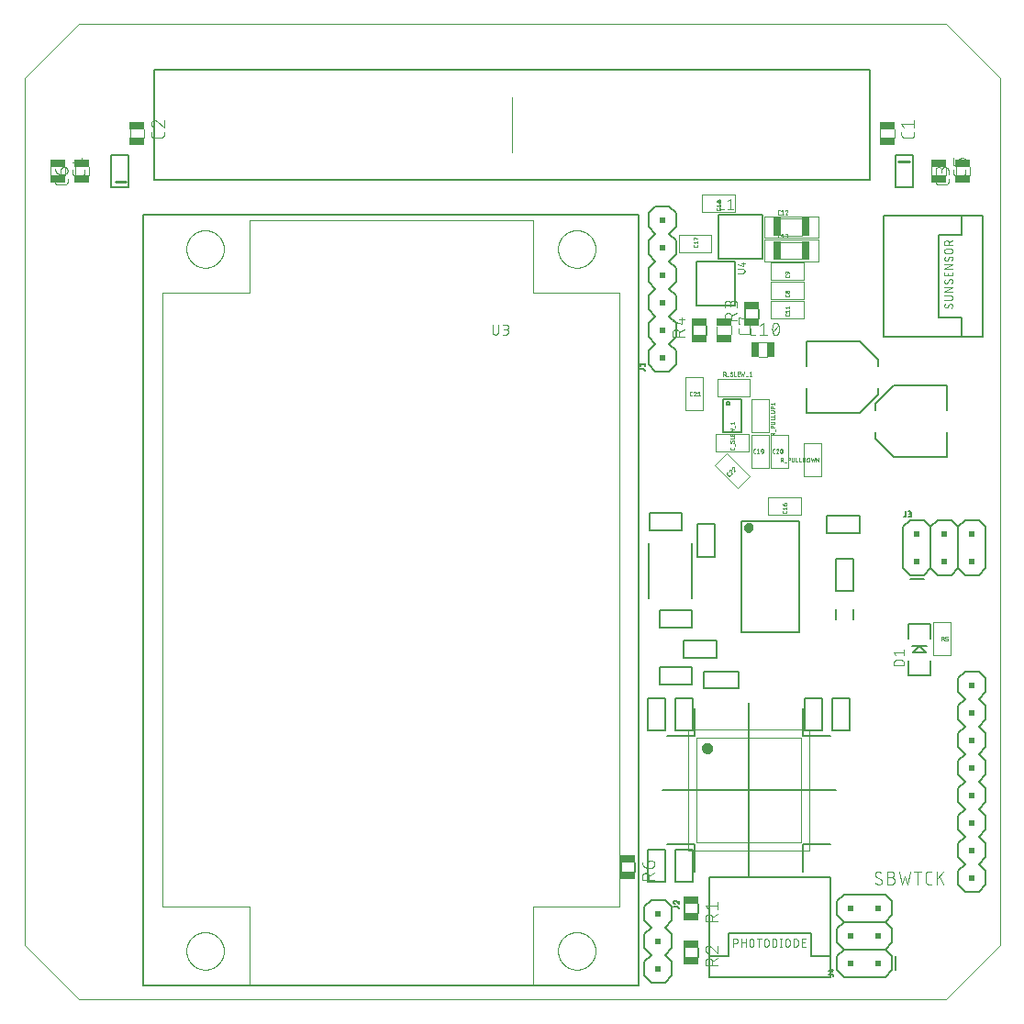
<source format=gto>
G75*
%MOIN*%
%OFA0B0*%
%FSLAX25Y25*%
%IPPOS*%
%LPD*%
%AMOC8*
5,1,8,0,0,1.08239X$1,22.5*
%
%ADD10C,0.00000*%
%ADD11C,0.00800*%
%ADD12C,0.00500*%
%ADD13C,0.02000*%
%ADD14C,0.00787*%
%ADD15C,0.01969*%
%ADD16C,0.00600*%
%ADD17C,0.00300*%
%ADD18C,0.00394*%
%ADD19C,0.00900*%
%ADD20C,0.00400*%
%ADD21R,0.05709X0.02953*%
%ADD22R,0.05512X0.02559*%
%ADD23C,0.00200*%
%ADD24R,0.02953X0.05709*%
%ADD25C,0.00100*%
%ADD26R,0.02953X0.06693*%
%ADD27C,0.00700*%
%ADD28R,0.02000X0.02000*%
%ADD29R,0.02300X0.02300*%
D10*
X0020685Y0001812D02*
X0335646Y0001812D01*
X0355331Y0021497D01*
X0355331Y0336458D01*
X0335646Y0356143D01*
X0020685Y0356143D01*
X0001000Y0336458D01*
X0001000Y0021497D01*
X0020685Y0001812D01*
X0059855Y0019497D02*
X0059857Y0019664D01*
X0059863Y0019830D01*
X0059873Y0019997D01*
X0059888Y0020163D01*
X0059906Y0020328D01*
X0059929Y0020493D01*
X0059955Y0020658D01*
X0059985Y0020822D01*
X0060020Y0020985D01*
X0060059Y0021147D01*
X0060101Y0021308D01*
X0060147Y0021468D01*
X0060198Y0021627D01*
X0060252Y0021785D01*
X0060310Y0021941D01*
X0060372Y0022096D01*
X0060438Y0022249D01*
X0060507Y0022401D01*
X0060580Y0022550D01*
X0060657Y0022698D01*
X0060737Y0022844D01*
X0060821Y0022988D01*
X0060909Y0023130D01*
X0060999Y0023270D01*
X0061094Y0023407D01*
X0061191Y0023542D01*
X0061292Y0023675D01*
X0061396Y0023805D01*
X0061504Y0023933D01*
X0061614Y0024058D01*
X0061728Y0024180D01*
X0061844Y0024299D01*
X0061963Y0024415D01*
X0062085Y0024529D01*
X0062210Y0024639D01*
X0062338Y0024747D01*
X0062468Y0024851D01*
X0062601Y0024952D01*
X0062736Y0025049D01*
X0062873Y0025144D01*
X0063013Y0025234D01*
X0063155Y0025322D01*
X0063299Y0025406D01*
X0063445Y0025486D01*
X0063593Y0025563D01*
X0063742Y0025636D01*
X0063894Y0025705D01*
X0064047Y0025771D01*
X0064202Y0025833D01*
X0064358Y0025891D01*
X0064516Y0025945D01*
X0064675Y0025996D01*
X0064835Y0026042D01*
X0064996Y0026084D01*
X0065158Y0026123D01*
X0065321Y0026158D01*
X0065485Y0026188D01*
X0065650Y0026214D01*
X0065815Y0026237D01*
X0065980Y0026255D01*
X0066146Y0026270D01*
X0066313Y0026280D01*
X0066479Y0026286D01*
X0066646Y0026288D01*
X0066813Y0026286D01*
X0066979Y0026280D01*
X0067146Y0026270D01*
X0067312Y0026255D01*
X0067477Y0026237D01*
X0067642Y0026214D01*
X0067807Y0026188D01*
X0067971Y0026158D01*
X0068134Y0026123D01*
X0068296Y0026084D01*
X0068457Y0026042D01*
X0068617Y0025996D01*
X0068776Y0025945D01*
X0068934Y0025891D01*
X0069090Y0025833D01*
X0069245Y0025771D01*
X0069398Y0025705D01*
X0069550Y0025636D01*
X0069699Y0025563D01*
X0069847Y0025486D01*
X0069993Y0025406D01*
X0070137Y0025322D01*
X0070279Y0025234D01*
X0070419Y0025144D01*
X0070556Y0025049D01*
X0070691Y0024952D01*
X0070824Y0024851D01*
X0070954Y0024747D01*
X0071082Y0024639D01*
X0071207Y0024529D01*
X0071329Y0024415D01*
X0071448Y0024299D01*
X0071564Y0024180D01*
X0071678Y0024058D01*
X0071788Y0023933D01*
X0071896Y0023805D01*
X0072000Y0023675D01*
X0072101Y0023542D01*
X0072198Y0023407D01*
X0072293Y0023270D01*
X0072383Y0023130D01*
X0072471Y0022988D01*
X0072555Y0022844D01*
X0072635Y0022698D01*
X0072712Y0022550D01*
X0072785Y0022401D01*
X0072854Y0022249D01*
X0072920Y0022096D01*
X0072982Y0021941D01*
X0073040Y0021785D01*
X0073094Y0021627D01*
X0073145Y0021468D01*
X0073191Y0021308D01*
X0073233Y0021147D01*
X0073272Y0020985D01*
X0073307Y0020822D01*
X0073337Y0020658D01*
X0073363Y0020493D01*
X0073386Y0020328D01*
X0073404Y0020163D01*
X0073419Y0019997D01*
X0073429Y0019830D01*
X0073435Y0019664D01*
X0073437Y0019497D01*
X0073435Y0019330D01*
X0073429Y0019164D01*
X0073419Y0018997D01*
X0073404Y0018831D01*
X0073386Y0018666D01*
X0073363Y0018501D01*
X0073337Y0018336D01*
X0073307Y0018172D01*
X0073272Y0018009D01*
X0073233Y0017847D01*
X0073191Y0017686D01*
X0073145Y0017526D01*
X0073094Y0017367D01*
X0073040Y0017209D01*
X0072982Y0017053D01*
X0072920Y0016898D01*
X0072854Y0016745D01*
X0072785Y0016593D01*
X0072712Y0016444D01*
X0072635Y0016296D01*
X0072555Y0016150D01*
X0072471Y0016006D01*
X0072383Y0015864D01*
X0072293Y0015724D01*
X0072198Y0015587D01*
X0072101Y0015452D01*
X0072000Y0015319D01*
X0071896Y0015189D01*
X0071788Y0015061D01*
X0071678Y0014936D01*
X0071564Y0014814D01*
X0071448Y0014695D01*
X0071329Y0014579D01*
X0071207Y0014465D01*
X0071082Y0014355D01*
X0070954Y0014247D01*
X0070824Y0014143D01*
X0070691Y0014042D01*
X0070556Y0013945D01*
X0070419Y0013850D01*
X0070279Y0013760D01*
X0070137Y0013672D01*
X0069993Y0013588D01*
X0069847Y0013508D01*
X0069699Y0013431D01*
X0069550Y0013358D01*
X0069398Y0013289D01*
X0069245Y0013223D01*
X0069090Y0013161D01*
X0068934Y0013103D01*
X0068776Y0013049D01*
X0068617Y0012998D01*
X0068457Y0012952D01*
X0068296Y0012910D01*
X0068134Y0012871D01*
X0067971Y0012836D01*
X0067807Y0012806D01*
X0067642Y0012780D01*
X0067477Y0012757D01*
X0067312Y0012739D01*
X0067146Y0012724D01*
X0066979Y0012714D01*
X0066813Y0012708D01*
X0066646Y0012706D01*
X0066479Y0012708D01*
X0066313Y0012714D01*
X0066146Y0012724D01*
X0065980Y0012739D01*
X0065815Y0012757D01*
X0065650Y0012780D01*
X0065485Y0012806D01*
X0065321Y0012836D01*
X0065158Y0012871D01*
X0064996Y0012910D01*
X0064835Y0012952D01*
X0064675Y0012998D01*
X0064516Y0013049D01*
X0064358Y0013103D01*
X0064202Y0013161D01*
X0064047Y0013223D01*
X0063894Y0013289D01*
X0063742Y0013358D01*
X0063593Y0013431D01*
X0063445Y0013508D01*
X0063299Y0013588D01*
X0063155Y0013672D01*
X0063013Y0013760D01*
X0062873Y0013850D01*
X0062736Y0013945D01*
X0062601Y0014042D01*
X0062468Y0014143D01*
X0062338Y0014247D01*
X0062210Y0014355D01*
X0062085Y0014465D01*
X0061963Y0014579D01*
X0061844Y0014695D01*
X0061728Y0014814D01*
X0061614Y0014936D01*
X0061504Y0015061D01*
X0061396Y0015189D01*
X0061292Y0015319D01*
X0061191Y0015452D01*
X0061094Y0015587D01*
X0060999Y0015724D01*
X0060909Y0015864D01*
X0060821Y0016006D01*
X0060737Y0016150D01*
X0060657Y0016296D01*
X0060580Y0016444D01*
X0060507Y0016593D01*
X0060438Y0016745D01*
X0060372Y0016898D01*
X0060310Y0017053D01*
X0060252Y0017209D01*
X0060198Y0017367D01*
X0060147Y0017526D01*
X0060101Y0017686D01*
X0060059Y0017847D01*
X0060020Y0018009D01*
X0059985Y0018172D01*
X0059955Y0018336D01*
X0059929Y0018501D01*
X0059906Y0018666D01*
X0059888Y0018831D01*
X0059873Y0018997D01*
X0059863Y0019164D01*
X0059857Y0019330D01*
X0059855Y0019497D01*
X0194855Y0019497D02*
X0194857Y0019664D01*
X0194863Y0019830D01*
X0194873Y0019997D01*
X0194888Y0020163D01*
X0194906Y0020328D01*
X0194929Y0020493D01*
X0194955Y0020658D01*
X0194985Y0020822D01*
X0195020Y0020985D01*
X0195059Y0021147D01*
X0195101Y0021308D01*
X0195147Y0021468D01*
X0195198Y0021627D01*
X0195252Y0021785D01*
X0195310Y0021941D01*
X0195372Y0022096D01*
X0195438Y0022249D01*
X0195507Y0022401D01*
X0195580Y0022550D01*
X0195657Y0022698D01*
X0195737Y0022844D01*
X0195821Y0022988D01*
X0195909Y0023130D01*
X0195999Y0023270D01*
X0196094Y0023407D01*
X0196191Y0023542D01*
X0196292Y0023675D01*
X0196396Y0023805D01*
X0196504Y0023933D01*
X0196614Y0024058D01*
X0196728Y0024180D01*
X0196844Y0024299D01*
X0196963Y0024415D01*
X0197085Y0024529D01*
X0197210Y0024639D01*
X0197338Y0024747D01*
X0197468Y0024851D01*
X0197601Y0024952D01*
X0197736Y0025049D01*
X0197873Y0025144D01*
X0198013Y0025234D01*
X0198155Y0025322D01*
X0198299Y0025406D01*
X0198445Y0025486D01*
X0198593Y0025563D01*
X0198742Y0025636D01*
X0198894Y0025705D01*
X0199047Y0025771D01*
X0199202Y0025833D01*
X0199358Y0025891D01*
X0199516Y0025945D01*
X0199675Y0025996D01*
X0199835Y0026042D01*
X0199996Y0026084D01*
X0200158Y0026123D01*
X0200321Y0026158D01*
X0200485Y0026188D01*
X0200650Y0026214D01*
X0200815Y0026237D01*
X0200980Y0026255D01*
X0201146Y0026270D01*
X0201313Y0026280D01*
X0201479Y0026286D01*
X0201646Y0026288D01*
X0201813Y0026286D01*
X0201979Y0026280D01*
X0202146Y0026270D01*
X0202312Y0026255D01*
X0202477Y0026237D01*
X0202642Y0026214D01*
X0202807Y0026188D01*
X0202971Y0026158D01*
X0203134Y0026123D01*
X0203296Y0026084D01*
X0203457Y0026042D01*
X0203617Y0025996D01*
X0203776Y0025945D01*
X0203934Y0025891D01*
X0204090Y0025833D01*
X0204245Y0025771D01*
X0204398Y0025705D01*
X0204550Y0025636D01*
X0204699Y0025563D01*
X0204847Y0025486D01*
X0204993Y0025406D01*
X0205137Y0025322D01*
X0205279Y0025234D01*
X0205419Y0025144D01*
X0205556Y0025049D01*
X0205691Y0024952D01*
X0205824Y0024851D01*
X0205954Y0024747D01*
X0206082Y0024639D01*
X0206207Y0024529D01*
X0206329Y0024415D01*
X0206448Y0024299D01*
X0206564Y0024180D01*
X0206678Y0024058D01*
X0206788Y0023933D01*
X0206896Y0023805D01*
X0207000Y0023675D01*
X0207101Y0023542D01*
X0207198Y0023407D01*
X0207293Y0023270D01*
X0207383Y0023130D01*
X0207471Y0022988D01*
X0207555Y0022844D01*
X0207635Y0022698D01*
X0207712Y0022550D01*
X0207785Y0022401D01*
X0207854Y0022249D01*
X0207920Y0022096D01*
X0207982Y0021941D01*
X0208040Y0021785D01*
X0208094Y0021627D01*
X0208145Y0021468D01*
X0208191Y0021308D01*
X0208233Y0021147D01*
X0208272Y0020985D01*
X0208307Y0020822D01*
X0208337Y0020658D01*
X0208363Y0020493D01*
X0208386Y0020328D01*
X0208404Y0020163D01*
X0208419Y0019997D01*
X0208429Y0019830D01*
X0208435Y0019664D01*
X0208437Y0019497D01*
X0208435Y0019330D01*
X0208429Y0019164D01*
X0208419Y0018997D01*
X0208404Y0018831D01*
X0208386Y0018666D01*
X0208363Y0018501D01*
X0208337Y0018336D01*
X0208307Y0018172D01*
X0208272Y0018009D01*
X0208233Y0017847D01*
X0208191Y0017686D01*
X0208145Y0017526D01*
X0208094Y0017367D01*
X0208040Y0017209D01*
X0207982Y0017053D01*
X0207920Y0016898D01*
X0207854Y0016745D01*
X0207785Y0016593D01*
X0207712Y0016444D01*
X0207635Y0016296D01*
X0207555Y0016150D01*
X0207471Y0016006D01*
X0207383Y0015864D01*
X0207293Y0015724D01*
X0207198Y0015587D01*
X0207101Y0015452D01*
X0207000Y0015319D01*
X0206896Y0015189D01*
X0206788Y0015061D01*
X0206678Y0014936D01*
X0206564Y0014814D01*
X0206448Y0014695D01*
X0206329Y0014579D01*
X0206207Y0014465D01*
X0206082Y0014355D01*
X0205954Y0014247D01*
X0205824Y0014143D01*
X0205691Y0014042D01*
X0205556Y0013945D01*
X0205419Y0013850D01*
X0205279Y0013760D01*
X0205137Y0013672D01*
X0204993Y0013588D01*
X0204847Y0013508D01*
X0204699Y0013431D01*
X0204550Y0013358D01*
X0204398Y0013289D01*
X0204245Y0013223D01*
X0204090Y0013161D01*
X0203934Y0013103D01*
X0203776Y0013049D01*
X0203617Y0012998D01*
X0203457Y0012952D01*
X0203296Y0012910D01*
X0203134Y0012871D01*
X0202971Y0012836D01*
X0202807Y0012806D01*
X0202642Y0012780D01*
X0202477Y0012757D01*
X0202312Y0012739D01*
X0202146Y0012724D01*
X0201979Y0012714D01*
X0201813Y0012708D01*
X0201646Y0012706D01*
X0201479Y0012708D01*
X0201313Y0012714D01*
X0201146Y0012724D01*
X0200980Y0012739D01*
X0200815Y0012757D01*
X0200650Y0012780D01*
X0200485Y0012806D01*
X0200321Y0012836D01*
X0200158Y0012871D01*
X0199996Y0012910D01*
X0199835Y0012952D01*
X0199675Y0012998D01*
X0199516Y0013049D01*
X0199358Y0013103D01*
X0199202Y0013161D01*
X0199047Y0013223D01*
X0198894Y0013289D01*
X0198742Y0013358D01*
X0198593Y0013431D01*
X0198445Y0013508D01*
X0198299Y0013588D01*
X0198155Y0013672D01*
X0198013Y0013760D01*
X0197873Y0013850D01*
X0197736Y0013945D01*
X0197601Y0014042D01*
X0197468Y0014143D01*
X0197338Y0014247D01*
X0197210Y0014355D01*
X0197085Y0014465D01*
X0196963Y0014579D01*
X0196844Y0014695D01*
X0196728Y0014814D01*
X0196614Y0014936D01*
X0196504Y0015061D01*
X0196396Y0015189D01*
X0196292Y0015319D01*
X0196191Y0015452D01*
X0196094Y0015587D01*
X0195999Y0015724D01*
X0195909Y0015864D01*
X0195821Y0016006D01*
X0195737Y0016150D01*
X0195657Y0016296D01*
X0195580Y0016444D01*
X0195507Y0016593D01*
X0195438Y0016745D01*
X0195372Y0016898D01*
X0195310Y0017053D01*
X0195252Y0017209D01*
X0195198Y0017367D01*
X0195147Y0017526D01*
X0195101Y0017686D01*
X0195059Y0017847D01*
X0195020Y0018009D01*
X0194985Y0018172D01*
X0194955Y0018336D01*
X0194929Y0018501D01*
X0194906Y0018666D01*
X0194888Y0018831D01*
X0194873Y0018997D01*
X0194863Y0019164D01*
X0194857Y0019330D01*
X0194855Y0019497D01*
X0242118Y0055930D02*
X0286213Y0055930D01*
X0286213Y0100025D01*
X0242118Y0100025D01*
X0242118Y0055930D01*
X0245268Y0059080D02*
X0283063Y0059080D01*
X0283063Y0096875D01*
X0245268Y0096875D01*
X0245268Y0059080D01*
X0194855Y0274497D02*
X0194857Y0274664D01*
X0194863Y0274830D01*
X0194873Y0274997D01*
X0194888Y0275163D01*
X0194906Y0275328D01*
X0194929Y0275493D01*
X0194955Y0275658D01*
X0194985Y0275822D01*
X0195020Y0275985D01*
X0195059Y0276147D01*
X0195101Y0276308D01*
X0195147Y0276468D01*
X0195198Y0276627D01*
X0195252Y0276785D01*
X0195310Y0276941D01*
X0195372Y0277096D01*
X0195438Y0277249D01*
X0195507Y0277401D01*
X0195580Y0277550D01*
X0195657Y0277698D01*
X0195737Y0277844D01*
X0195821Y0277988D01*
X0195909Y0278130D01*
X0195999Y0278270D01*
X0196094Y0278407D01*
X0196191Y0278542D01*
X0196292Y0278675D01*
X0196396Y0278805D01*
X0196504Y0278933D01*
X0196614Y0279058D01*
X0196728Y0279180D01*
X0196844Y0279299D01*
X0196963Y0279415D01*
X0197085Y0279529D01*
X0197210Y0279639D01*
X0197338Y0279747D01*
X0197468Y0279851D01*
X0197601Y0279952D01*
X0197736Y0280049D01*
X0197873Y0280144D01*
X0198013Y0280234D01*
X0198155Y0280322D01*
X0198299Y0280406D01*
X0198445Y0280486D01*
X0198593Y0280563D01*
X0198742Y0280636D01*
X0198894Y0280705D01*
X0199047Y0280771D01*
X0199202Y0280833D01*
X0199358Y0280891D01*
X0199516Y0280945D01*
X0199675Y0280996D01*
X0199835Y0281042D01*
X0199996Y0281084D01*
X0200158Y0281123D01*
X0200321Y0281158D01*
X0200485Y0281188D01*
X0200650Y0281214D01*
X0200815Y0281237D01*
X0200980Y0281255D01*
X0201146Y0281270D01*
X0201313Y0281280D01*
X0201479Y0281286D01*
X0201646Y0281288D01*
X0201813Y0281286D01*
X0201979Y0281280D01*
X0202146Y0281270D01*
X0202312Y0281255D01*
X0202477Y0281237D01*
X0202642Y0281214D01*
X0202807Y0281188D01*
X0202971Y0281158D01*
X0203134Y0281123D01*
X0203296Y0281084D01*
X0203457Y0281042D01*
X0203617Y0280996D01*
X0203776Y0280945D01*
X0203934Y0280891D01*
X0204090Y0280833D01*
X0204245Y0280771D01*
X0204398Y0280705D01*
X0204550Y0280636D01*
X0204699Y0280563D01*
X0204847Y0280486D01*
X0204993Y0280406D01*
X0205137Y0280322D01*
X0205279Y0280234D01*
X0205419Y0280144D01*
X0205556Y0280049D01*
X0205691Y0279952D01*
X0205824Y0279851D01*
X0205954Y0279747D01*
X0206082Y0279639D01*
X0206207Y0279529D01*
X0206329Y0279415D01*
X0206448Y0279299D01*
X0206564Y0279180D01*
X0206678Y0279058D01*
X0206788Y0278933D01*
X0206896Y0278805D01*
X0207000Y0278675D01*
X0207101Y0278542D01*
X0207198Y0278407D01*
X0207293Y0278270D01*
X0207383Y0278130D01*
X0207471Y0277988D01*
X0207555Y0277844D01*
X0207635Y0277698D01*
X0207712Y0277550D01*
X0207785Y0277401D01*
X0207854Y0277249D01*
X0207920Y0277096D01*
X0207982Y0276941D01*
X0208040Y0276785D01*
X0208094Y0276627D01*
X0208145Y0276468D01*
X0208191Y0276308D01*
X0208233Y0276147D01*
X0208272Y0275985D01*
X0208307Y0275822D01*
X0208337Y0275658D01*
X0208363Y0275493D01*
X0208386Y0275328D01*
X0208404Y0275163D01*
X0208419Y0274997D01*
X0208429Y0274830D01*
X0208435Y0274664D01*
X0208437Y0274497D01*
X0208435Y0274330D01*
X0208429Y0274164D01*
X0208419Y0273997D01*
X0208404Y0273831D01*
X0208386Y0273666D01*
X0208363Y0273501D01*
X0208337Y0273336D01*
X0208307Y0273172D01*
X0208272Y0273009D01*
X0208233Y0272847D01*
X0208191Y0272686D01*
X0208145Y0272526D01*
X0208094Y0272367D01*
X0208040Y0272209D01*
X0207982Y0272053D01*
X0207920Y0271898D01*
X0207854Y0271745D01*
X0207785Y0271593D01*
X0207712Y0271444D01*
X0207635Y0271296D01*
X0207555Y0271150D01*
X0207471Y0271006D01*
X0207383Y0270864D01*
X0207293Y0270724D01*
X0207198Y0270587D01*
X0207101Y0270452D01*
X0207000Y0270319D01*
X0206896Y0270189D01*
X0206788Y0270061D01*
X0206678Y0269936D01*
X0206564Y0269814D01*
X0206448Y0269695D01*
X0206329Y0269579D01*
X0206207Y0269465D01*
X0206082Y0269355D01*
X0205954Y0269247D01*
X0205824Y0269143D01*
X0205691Y0269042D01*
X0205556Y0268945D01*
X0205419Y0268850D01*
X0205279Y0268760D01*
X0205137Y0268672D01*
X0204993Y0268588D01*
X0204847Y0268508D01*
X0204699Y0268431D01*
X0204550Y0268358D01*
X0204398Y0268289D01*
X0204245Y0268223D01*
X0204090Y0268161D01*
X0203934Y0268103D01*
X0203776Y0268049D01*
X0203617Y0267998D01*
X0203457Y0267952D01*
X0203296Y0267910D01*
X0203134Y0267871D01*
X0202971Y0267836D01*
X0202807Y0267806D01*
X0202642Y0267780D01*
X0202477Y0267757D01*
X0202312Y0267739D01*
X0202146Y0267724D01*
X0201979Y0267714D01*
X0201813Y0267708D01*
X0201646Y0267706D01*
X0201479Y0267708D01*
X0201313Y0267714D01*
X0201146Y0267724D01*
X0200980Y0267739D01*
X0200815Y0267757D01*
X0200650Y0267780D01*
X0200485Y0267806D01*
X0200321Y0267836D01*
X0200158Y0267871D01*
X0199996Y0267910D01*
X0199835Y0267952D01*
X0199675Y0267998D01*
X0199516Y0268049D01*
X0199358Y0268103D01*
X0199202Y0268161D01*
X0199047Y0268223D01*
X0198894Y0268289D01*
X0198742Y0268358D01*
X0198593Y0268431D01*
X0198445Y0268508D01*
X0198299Y0268588D01*
X0198155Y0268672D01*
X0198013Y0268760D01*
X0197873Y0268850D01*
X0197736Y0268945D01*
X0197601Y0269042D01*
X0197468Y0269143D01*
X0197338Y0269247D01*
X0197210Y0269355D01*
X0197085Y0269465D01*
X0196963Y0269579D01*
X0196844Y0269695D01*
X0196728Y0269814D01*
X0196614Y0269936D01*
X0196504Y0270061D01*
X0196396Y0270189D01*
X0196292Y0270319D01*
X0196191Y0270452D01*
X0196094Y0270587D01*
X0195999Y0270724D01*
X0195909Y0270864D01*
X0195821Y0271006D01*
X0195737Y0271150D01*
X0195657Y0271296D01*
X0195580Y0271444D01*
X0195507Y0271593D01*
X0195438Y0271745D01*
X0195372Y0271898D01*
X0195310Y0272053D01*
X0195252Y0272209D01*
X0195198Y0272367D01*
X0195147Y0272526D01*
X0195101Y0272686D01*
X0195059Y0272847D01*
X0195020Y0273009D01*
X0194985Y0273172D01*
X0194955Y0273336D01*
X0194929Y0273501D01*
X0194906Y0273666D01*
X0194888Y0273831D01*
X0194873Y0273997D01*
X0194863Y0274164D01*
X0194857Y0274330D01*
X0194855Y0274497D01*
X0178165Y0309490D02*
X0178165Y0329490D01*
X0059855Y0274497D02*
X0059857Y0274664D01*
X0059863Y0274830D01*
X0059873Y0274997D01*
X0059888Y0275163D01*
X0059906Y0275328D01*
X0059929Y0275493D01*
X0059955Y0275658D01*
X0059985Y0275822D01*
X0060020Y0275985D01*
X0060059Y0276147D01*
X0060101Y0276308D01*
X0060147Y0276468D01*
X0060198Y0276627D01*
X0060252Y0276785D01*
X0060310Y0276941D01*
X0060372Y0277096D01*
X0060438Y0277249D01*
X0060507Y0277401D01*
X0060580Y0277550D01*
X0060657Y0277698D01*
X0060737Y0277844D01*
X0060821Y0277988D01*
X0060909Y0278130D01*
X0060999Y0278270D01*
X0061094Y0278407D01*
X0061191Y0278542D01*
X0061292Y0278675D01*
X0061396Y0278805D01*
X0061504Y0278933D01*
X0061614Y0279058D01*
X0061728Y0279180D01*
X0061844Y0279299D01*
X0061963Y0279415D01*
X0062085Y0279529D01*
X0062210Y0279639D01*
X0062338Y0279747D01*
X0062468Y0279851D01*
X0062601Y0279952D01*
X0062736Y0280049D01*
X0062873Y0280144D01*
X0063013Y0280234D01*
X0063155Y0280322D01*
X0063299Y0280406D01*
X0063445Y0280486D01*
X0063593Y0280563D01*
X0063742Y0280636D01*
X0063894Y0280705D01*
X0064047Y0280771D01*
X0064202Y0280833D01*
X0064358Y0280891D01*
X0064516Y0280945D01*
X0064675Y0280996D01*
X0064835Y0281042D01*
X0064996Y0281084D01*
X0065158Y0281123D01*
X0065321Y0281158D01*
X0065485Y0281188D01*
X0065650Y0281214D01*
X0065815Y0281237D01*
X0065980Y0281255D01*
X0066146Y0281270D01*
X0066313Y0281280D01*
X0066479Y0281286D01*
X0066646Y0281288D01*
X0066813Y0281286D01*
X0066979Y0281280D01*
X0067146Y0281270D01*
X0067312Y0281255D01*
X0067477Y0281237D01*
X0067642Y0281214D01*
X0067807Y0281188D01*
X0067971Y0281158D01*
X0068134Y0281123D01*
X0068296Y0281084D01*
X0068457Y0281042D01*
X0068617Y0280996D01*
X0068776Y0280945D01*
X0068934Y0280891D01*
X0069090Y0280833D01*
X0069245Y0280771D01*
X0069398Y0280705D01*
X0069550Y0280636D01*
X0069699Y0280563D01*
X0069847Y0280486D01*
X0069993Y0280406D01*
X0070137Y0280322D01*
X0070279Y0280234D01*
X0070419Y0280144D01*
X0070556Y0280049D01*
X0070691Y0279952D01*
X0070824Y0279851D01*
X0070954Y0279747D01*
X0071082Y0279639D01*
X0071207Y0279529D01*
X0071329Y0279415D01*
X0071448Y0279299D01*
X0071564Y0279180D01*
X0071678Y0279058D01*
X0071788Y0278933D01*
X0071896Y0278805D01*
X0072000Y0278675D01*
X0072101Y0278542D01*
X0072198Y0278407D01*
X0072293Y0278270D01*
X0072383Y0278130D01*
X0072471Y0277988D01*
X0072555Y0277844D01*
X0072635Y0277698D01*
X0072712Y0277550D01*
X0072785Y0277401D01*
X0072854Y0277249D01*
X0072920Y0277096D01*
X0072982Y0276941D01*
X0073040Y0276785D01*
X0073094Y0276627D01*
X0073145Y0276468D01*
X0073191Y0276308D01*
X0073233Y0276147D01*
X0073272Y0275985D01*
X0073307Y0275822D01*
X0073337Y0275658D01*
X0073363Y0275493D01*
X0073386Y0275328D01*
X0073404Y0275163D01*
X0073419Y0274997D01*
X0073429Y0274830D01*
X0073435Y0274664D01*
X0073437Y0274497D01*
X0073435Y0274330D01*
X0073429Y0274164D01*
X0073419Y0273997D01*
X0073404Y0273831D01*
X0073386Y0273666D01*
X0073363Y0273501D01*
X0073337Y0273336D01*
X0073307Y0273172D01*
X0073272Y0273009D01*
X0073233Y0272847D01*
X0073191Y0272686D01*
X0073145Y0272526D01*
X0073094Y0272367D01*
X0073040Y0272209D01*
X0072982Y0272053D01*
X0072920Y0271898D01*
X0072854Y0271745D01*
X0072785Y0271593D01*
X0072712Y0271444D01*
X0072635Y0271296D01*
X0072555Y0271150D01*
X0072471Y0271006D01*
X0072383Y0270864D01*
X0072293Y0270724D01*
X0072198Y0270587D01*
X0072101Y0270452D01*
X0072000Y0270319D01*
X0071896Y0270189D01*
X0071788Y0270061D01*
X0071678Y0269936D01*
X0071564Y0269814D01*
X0071448Y0269695D01*
X0071329Y0269579D01*
X0071207Y0269465D01*
X0071082Y0269355D01*
X0070954Y0269247D01*
X0070824Y0269143D01*
X0070691Y0269042D01*
X0070556Y0268945D01*
X0070419Y0268850D01*
X0070279Y0268760D01*
X0070137Y0268672D01*
X0069993Y0268588D01*
X0069847Y0268508D01*
X0069699Y0268431D01*
X0069550Y0268358D01*
X0069398Y0268289D01*
X0069245Y0268223D01*
X0069090Y0268161D01*
X0068934Y0268103D01*
X0068776Y0268049D01*
X0068617Y0267998D01*
X0068457Y0267952D01*
X0068296Y0267910D01*
X0068134Y0267871D01*
X0067971Y0267836D01*
X0067807Y0267806D01*
X0067642Y0267780D01*
X0067477Y0267757D01*
X0067312Y0267739D01*
X0067146Y0267724D01*
X0066979Y0267714D01*
X0066813Y0267708D01*
X0066646Y0267706D01*
X0066479Y0267708D01*
X0066313Y0267714D01*
X0066146Y0267724D01*
X0065980Y0267739D01*
X0065815Y0267757D01*
X0065650Y0267780D01*
X0065485Y0267806D01*
X0065321Y0267836D01*
X0065158Y0267871D01*
X0064996Y0267910D01*
X0064835Y0267952D01*
X0064675Y0267998D01*
X0064516Y0268049D01*
X0064358Y0268103D01*
X0064202Y0268161D01*
X0064047Y0268223D01*
X0063894Y0268289D01*
X0063742Y0268358D01*
X0063593Y0268431D01*
X0063445Y0268508D01*
X0063299Y0268588D01*
X0063155Y0268672D01*
X0063013Y0268760D01*
X0062873Y0268850D01*
X0062736Y0268945D01*
X0062601Y0269042D01*
X0062468Y0269143D01*
X0062338Y0269247D01*
X0062210Y0269355D01*
X0062085Y0269465D01*
X0061963Y0269579D01*
X0061844Y0269695D01*
X0061728Y0269814D01*
X0061614Y0269936D01*
X0061504Y0270061D01*
X0061396Y0270189D01*
X0061292Y0270319D01*
X0061191Y0270452D01*
X0061094Y0270587D01*
X0060999Y0270724D01*
X0060909Y0270864D01*
X0060821Y0271006D01*
X0060737Y0271150D01*
X0060657Y0271296D01*
X0060580Y0271444D01*
X0060507Y0271593D01*
X0060438Y0271745D01*
X0060372Y0271898D01*
X0060310Y0272053D01*
X0060252Y0272209D01*
X0060198Y0272367D01*
X0060147Y0272526D01*
X0060101Y0272686D01*
X0060059Y0272847D01*
X0060020Y0273009D01*
X0059985Y0273172D01*
X0059955Y0273336D01*
X0059929Y0273501D01*
X0059906Y0273666D01*
X0059888Y0273831D01*
X0059873Y0273997D01*
X0059863Y0274164D01*
X0059857Y0274330D01*
X0059855Y0274497D01*
X0048165Y0299490D02*
X0308165Y0299490D01*
X0308165Y0339490D01*
X0048165Y0339490D01*
X0048165Y0299490D01*
D11*
X0308165Y0299490D01*
X0308165Y0339490D01*
X0048165Y0339490D01*
X0048165Y0299490D01*
X0227665Y0287478D02*
X0227665Y0282478D01*
X0230165Y0279978D01*
X0227665Y0277478D01*
X0227665Y0272478D01*
X0230165Y0269978D01*
X0227665Y0267478D01*
X0227665Y0262478D01*
X0230165Y0259978D01*
X0227665Y0257478D01*
X0227665Y0252478D01*
X0230165Y0249978D01*
X0227665Y0247478D01*
X0227665Y0242478D01*
X0230165Y0239978D01*
X0227665Y0237478D01*
X0227665Y0232478D01*
X0230165Y0229978D01*
X0235165Y0229978D01*
X0237665Y0232478D01*
X0237665Y0237478D01*
X0235165Y0239978D01*
X0237665Y0242478D01*
X0237665Y0247478D01*
X0235165Y0249978D01*
X0237665Y0252478D01*
X0237665Y0257478D01*
X0235165Y0259978D01*
X0237665Y0262478D01*
X0237665Y0267478D01*
X0235165Y0269978D01*
X0237665Y0272478D01*
X0237665Y0277478D01*
X0235165Y0279978D01*
X0237665Y0282478D01*
X0237665Y0287478D01*
X0235165Y0289978D01*
X0230165Y0289978D01*
X0227665Y0287478D01*
X0322665Y0175978D02*
X0327665Y0175978D01*
X0330165Y0173478D01*
X0330165Y0158478D01*
X0332665Y0155978D01*
X0337665Y0155978D01*
X0340165Y0158478D01*
X0340165Y0173478D01*
X0342665Y0175978D01*
X0347665Y0175978D01*
X0350165Y0173478D01*
X0350165Y0158478D01*
X0347665Y0155978D01*
X0342665Y0155978D01*
X0340165Y0158478D01*
X0330165Y0158478D02*
X0327665Y0155978D01*
X0322665Y0155978D01*
X0320165Y0158478D01*
X0320165Y0173478D01*
X0322665Y0175978D01*
X0330165Y0173478D02*
X0332665Y0175978D01*
X0337665Y0175978D01*
X0340165Y0173478D01*
X0327665Y0154659D02*
X0322665Y0154659D01*
X0322228Y0138427D02*
X0330102Y0138427D01*
X0330102Y0132915D01*
X0328921Y0130159D02*
X0326165Y0130159D01*
X0328528Y0127797D01*
X0323803Y0127797D01*
X0326165Y0130159D01*
X0323409Y0130159D01*
X0322228Y0132915D02*
X0322228Y0138427D01*
X0322228Y0125041D02*
X0322228Y0119529D01*
X0330102Y0119529D01*
X0330102Y0125041D01*
X0340165Y0118478D02*
X0342665Y0120978D01*
X0347665Y0120978D01*
X0350165Y0118478D01*
X0350165Y0113478D01*
X0347665Y0110978D01*
X0350165Y0108478D01*
X0350165Y0103478D01*
X0347665Y0100978D01*
X0350165Y0098478D01*
X0350165Y0093478D01*
X0347665Y0090978D01*
X0350165Y0088478D01*
X0350165Y0083478D01*
X0347665Y0080978D01*
X0350165Y0078478D01*
X0350165Y0073478D01*
X0347665Y0070978D01*
X0350165Y0068478D01*
X0350165Y0063478D01*
X0347665Y0060978D01*
X0350165Y0058478D01*
X0350165Y0053478D01*
X0347665Y0050978D01*
X0350165Y0048478D01*
X0350165Y0043478D01*
X0347665Y0040978D01*
X0342665Y0040978D01*
X0340165Y0043478D01*
X0340165Y0048478D01*
X0342665Y0050978D01*
X0340165Y0053478D01*
X0340165Y0058478D01*
X0342665Y0060978D01*
X0340165Y0063478D01*
X0340165Y0068478D01*
X0342665Y0070978D01*
X0340165Y0073478D01*
X0340165Y0078478D01*
X0342665Y0080978D01*
X0340165Y0083478D01*
X0340165Y0088478D01*
X0342665Y0090978D01*
X0340165Y0093478D01*
X0340165Y0098478D01*
X0342665Y0100978D01*
X0340165Y0103478D01*
X0340165Y0108478D01*
X0342665Y0110978D01*
X0340165Y0113478D01*
X0340165Y0118478D01*
X0313665Y0039978D02*
X0298665Y0039978D01*
X0296165Y0037478D01*
X0296165Y0032478D01*
X0298665Y0029978D01*
X0313665Y0029978D01*
X0316165Y0032478D01*
X0316165Y0037478D01*
X0313665Y0039978D01*
X0313665Y0029978D02*
X0316165Y0027478D01*
X0316165Y0022478D01*
X0313665Y0019978D01*
X0298665Y0019978D01*
X0296165Y0022478D01*
X0296165Y0027478D01*
X0298665Y0029978D01*
X0298665Y0019978D02*
X0296165Y0017478D01*
X0296165Y0012478D01*
X0298665Y0009978D01*
X0313665Y0009978D01*
X0316165Y0012478D01*
X0316165Y0017478D01*
X0313665Y0019978D01*
X0317484Y0017478D02*
X0317484Y0012478D01*
X0236165Y0010478D02*
X0233665Y0007978D01*
X0228665Y0007978D01*
X0226165Y0010478D01*
X0226165Y0015478D01*
X0228665Y0017978D01*
X0226165Y0020478D01*
X0226165Y0025478D01*
X0228665Y0027978D01*
X0226165Y0030478D01*
X0226165Y0035478D01*
X0228665Y0037978D01*
X0233665Y0037978D01*
X0236165Y0035478D01*
X0236165Y0030478D01*
X0233665Y0027978D01*
X0236165Y0025478D01*
X0236165Y0020478D01*
X0233665Y0017978D01*
X0236165Y0015478D01*
X0236165Y0010478D01*
D12*
X0249850Y0009907D02*
X0249850Y0017781D01*
X0256937Y0017781D01*
X0256937Y0026049D01*
X0286858Y0026049D01*
X0286858Y0017781D01*
X0293945Y0017781D01*
X0293945Y0009907D01*
X0249850Y0009907D01*
X0249850Y0017781D02*
X0249850Y0046127D01*
X0293945Y0046127D01*
X0293945Y0017781D01*
X0294493Y0013077D02*
X0294493Y0012022D01*
X0293015Y0012444D01*
X0294071Y0012761D02*
X0294915Y0012761D01*
X0294493Y0010861D02*
X0293015Y0010861D01*
X0294493Y0010861D02*
X0294532Y0010859D01*
X0294571Y0010854D01*
X0294608Y0010845D01*
X0294645Y0010833D01*
X0294681Y0010817D01*
X0294715Y0010798D01*
X0294747Y0010776D01*
X0294777Y0010751D01*
X0294805Y0010723D01*
X0294830Y0010693D01*
X0294852Y0010661D01*
X0294871Y0010627D01*
X0294887Y0010591D01*
X0294899Y0010554D01*
X0294908Y0010517D01*
X0294913Y0010478D01*
X0294915Y0010439D01*
X0294915Y0010228D01*
X0283850Y0048450D02*
X0283850Y0058293D01*
X0293693Y0058293D01*
X0293693Y0097663D02*
X0283850Y0097663D01*
X0283850Y0107505D01*
X0284638Y0111364D02*
X0290937Y0111364D01*
X0290937Y0099553D01*
X0284638Y0099553D01*
X0284638Y0111364D01*
X0294480Y0111364D02*
X0300780Y0111364D01*
X0300780Y0099553D01*
X0294480Y0099553D01*
X0294480Y0111364D01*
X0282472Y0135399D02*
X0261606Y0135399D01*
X0261606Y0175556D01*
X0282472Y0175556D01*
X0282472Y0135399D01*
X0295957Y0140064D02*
X0295957Y0143509D01*
X0302256Y0143509D02*
X0302256Y0140064D01*
X0302256Y0150241D02*
X0295957Y0150241D01*
X0295957Y0162053D01*
X0302256Y0162053D01*
X0302256Y0150241D01*
X0304441Y0171285D02*
X0292630Y0171285D01*
X0292630Y0177584D01*
X0304441Y0177584D01*
X0304441Y0171285D01*
X0320415Y0177228D02*
X0320626Y0177228D01*
X0320665Y0177230D01*
X0320704Y0177235D01*
X0320741Y0177244D01*
X0320778Y0177256D01*
X0320814Y0177272D01*
X0320848Y0177291D01*
X0320880Y0177313D01*
X0320910Y0177338D01*
X0320938Y0177366D01*
X0320963Y0177396D01*
X0320985Y0177428D01*
X0321004Y0177462D01*
X0321020Y0177498D01*
X0321032Y0177535D01*
X0321041Y0177572D01*
X0321046Y0177611D01*
X0321048Y0177650D01*
X0321049Y0177650D02*
X0321049Y0179128D01*
X0322209Y0179128D02*
X0322843Y0179128D01*
X0322843Y0179127D02*
X0322883Y0179125D01*
X0322923Y0179119D01*
X0322962Y0179110D01*
X0323000Y0179097D01*
X0323036Y0179080D01*
X0323071Y0179060D01*
X0323104Y0179037D01*
X0323134Y0179010D01*
X0323162Y0178981D01*
X0323187Y0178950D01*
X0323208Y0178916D01*
X0323227Y0178880D01*
X0323242Y0178843D01*
X0323253Y0178804D01*
X0323261Y0178765D01*
X0323265Y0178725D01*
X0323265Y0178685D01*
X0323261Y0178645D01*
X0323253Y0178606D01*
X0323242Y0178567D01*
X0323227Y0178530D01*
X0323208Y0178494D01*
X0323187Y0178460D01*
X0323162Y0178429D01*
X0323134Y0178400D01*
X0323104Y0178373D01*
X0323071Y0178350D01*
X0323036Y0178330D01*
X0323000Y0178313D01*
X0322962Y0178300D01*
X0322923Y0178291D01*
X0322883Y0178285D01*
X0322843Y0178283D01*
X0322420Y0178283D01*
X0322737Y0178283D02*
X0322782Y0178281D01*
X0322826Y0178275D01*
X0322870Y0178266D01*
X0322913Y0178253D01*
X0322954Y0178236D01*
X0322995Y0178216D01*
X0323033Y0178192D01*
X0323069Y0178166D01*
X0323102Y0178136D01*
X0323133Y0178104D01*
X0323162Y0178069D01*
X0323187Y0178032D01*
X0323208Y0177993D01*
X0323227Y0177952D01*
X0323242Y0177910D01*
X0323253Y0177866D01*
X0323261Y0177822D01*
X0323265Y0177777D01*
X0323265Y0177733D01*
X0323261Y0177688D01*
X0323253Y0177644D01*
X0323242Y0177600D01*
X0323227Y0177558D01*
X0323208Y0177517D01*
X0323187Y0177478D01*
X0323162Y0177441D01*
X0323133Y0177406D01*
X0323102Y0177374D01*
X0323069Y0177344D01*
X0323033Y0177318D01*
X0322995Y0177294D01*
X0322954Y0177274D01*
X0322913Y0177257D01*
X0322870Y0177244D01*
X0322826Y0177235D01*
X0322782Y0177229D01*
X0322737Y0177227D01*
X0322737Y0177228D02*
X0322209Y0177228D01*
X0261413Y0208072D02*
X0261413Y0219883D01*
X0254917Y0219883D01*
X0254917Y0208072D01*
X0261413Y0208072D01*
X0255976Y0218423D02*
X0255978Y0218473D01*
X0255984Y0218523D01*
X0255994Y0218572D01*
X0256007Y0218620D01*
X0256025Y0218667D01*
X0256046Y0218713D01*
X0256070Y0218756D01*
X0256098Y0218798D01*
X0256129Y0218837D01*
X0256163Y0218874D01*
X0256200Y0218908D01*
X0256239Y0218939D01*
X0256281Y0218967D01*
X0256324Y0218991D01*
X0256370Y0219012D01*
X0256417Y0219030D01*
X0256465Y0219043D01*
X0256514Y0219053D01*
X0256564Y0219059D01*
X0256614Y0219061D01*
X0256664Y0219059D01*
X0256714Y0219053D01*
X0256763Y0219043D01*
X0256811Y0219030D01*
X0256858Y0219012D01*
X0256904Y0218991D01*
X0256947Y0218967D01*
X0256989Y0218939D01*
X0257028Y0218908D01*
X0257065Y0218874D01*
X0257099Y0218837D01*
X0257130Y0218798D01*
X0257158Y0218756D01*
X0257182Y0218713D01*
X0257203Y0218667D01*
X0257221Y0218620D01*
X0257234Y0218572D01*
X0257244Y0218523D01*
X0257250Y0218473D01*
X0257252Y0218423D01*
X0257250Y0218373D01*
X0257244Y0218323D01*
X0257234Y0218274D01*
X0257221Y0218226D01*
X0257203Y0218179D01*
X0257182Y0218133D01*
X0257158Y0218090D01*
X0257130Y0218048D01*
X0257099Y0218009D01*
X0257065Y0217972D01*
X0257028Y0217938D01*
X0256989Y0217907D01*
X0256947Y0217879D01*
X0256904Y0217855D01*
X0256858Y0217834D01*
X0256811Y0217816D01*
X0256763Y0217803D01*
X0256714Y0217793D01*
X0256664Y0217787D01*
X0256614Y0217785D01*
X0256564Y0217787D01*
X0256514Y0217793D01*
X0256465Y0217803D01*
X0256417Y0217816D01*
X0256370Y0217834D01*
X0256324Y0217855D01*
X0256281Y0217879D01*
X0256239Y0217907D01*
X0256200Y0217938D01*
X0256163Y0217972D01*
X0256129Y0218009D01*
X0256098Y0218048D01*
X0256070Y0218090D01*
X0256046Y0218133D01*
X0256025Y0218179D01*
X0256007Y0218226D01*
X0255994Y0218274D01*
X0255984Y0218323D01*
X0255978Y0218373D01*
X0255976Y0218423D01*
X0226415Y0230228D02*
X0226415Y0230439D01*
X0226413Y0230478D01*
X0226408Y0230517D01*
X0226399Y0230554D01*
X0226387Y0230591D01*
X0226371Y0230627D01*
X0226352Y0230661D01*
X0226330Y0230693D01*
X0226305Y0230723D01*
X0226277Y0230751D01*
X0226247Y0230776D01*
X0226215Y0230798D01*
X0226181Y0230817D01*
X0226145Y0230833D01*
X0226108Y0230845D01*
X0226071Y0230854D01*
X0226032Y0230859D01*
X0225993Y0230861D01*
X0224515Y0230861D01*
X0224938Y0232022D02*
X0224515Y0232549D01*
X0226415Y0232549D01*
X0226415Y0232022D02*
X0226415Y0233077D01*
X0228161Y0178568D02*
X0228161Y0172269D01*
X0239972Y0172269D01*
X0239972Y0178568D01*
X0228161Y0178568D01*
X0227827Y0167466D02*
X0227827Y0147781D01*
X0231764Y0143135D02*
X0243575Y0143135D01*
X0243575Y0136836D01*
X0231764Y0136836D01*
X0231764Y0143135D01*
X0240622Y0132308D02*
X0252433Y0132308D01*
X0252433Y0126009D01*
X0240622Y0126009D01*
X0240622Y0132308D01*
X0243575Y0122466D02*
X0231764Y0122466D01*
X0231764Y0116167D01*
X0243575Y0116167D01*
X0243575Y0122466D01*
X0247866Y0120930D02*
X0260465Y0120930D01*
X0260465Y0115025D01*
X0247866Y0115025D01*
X0247866Y0120930D01*
X0243693Y0111364D02*
X0243693Y0099553D01*
X0237394Y0099553D01*
X0237394Y0111364D01*
X0243693Y0111364D01*
X0244480Y0107505D02*
X0244480Y0097663D01*
X0234638Y0097663D01*
X0233850Y0099553D02*
X0227551Y0099553D01*
X0227551Y0111364D01*
X0233850Y0111364D01*
X0233850Y0099553D01*
X0234638Y0058293D02*
X0244480Y0058293D01*
X0244480Y0048450D01*
X0243693Y0044592D02*
X0237394Y0044592D01*
X0237394Y0056403D01*
X0243693Y0056403D01*
X0243693Y0044592D01*
X0238815Y0037728D02*
X0238815Y0036672D01*
X0237760Y0037569D01*
X0236916Y0037253D02*
X0236918Y0037205D01*
X0236924Y0037158D01*
X0236933Y0037111D01*
X0236946Y0037064D01*
X0236962Y0037019D01*
X0236983Y0036976D01*
X0237006Y0036934D01*
X0237033Y0036894D01*
X0237062Y0036857D01*
X0237095Y0036821D01*
X0237130Y0036789D01*
X0237168Y0036759D01*
X0237208Y0036733D01*
X0237250Y0036709D01*
X0237293Y0036689D01*
X0237338Y0036673D01*
X0237759Y0037570D02*
X0237730Y0037598D01*
X0237698Y0037625D01*
X0237664Y0037648D01*
X0237628Y0037669D01*
X0237591Y0037687D01*
X0237552Y0037701D01*
X0237513Y0037713D01*
X0237472Y0037721D01*
X0237431Y0037726D01*
X0237390Y0037728D01*
X0237349Y0037726D01*
X0237308Y0037721D01*
X0237267Y0037712D01*
X0237228Y0037699D01*
X0237189Y0037683D01*
X0237153Y0037664D01*
X0237118Y0037642D01*
X0237085Y0037617D01*
X0237054Y0037589D01*
X0237026Y0037558D01*
X0237001Y0037525D01*
X0236979Y0037491D01*
X0236960Y0037454D01*
X0236944Y0037415D01*
X0236931Y0037376D01*
X0236922Y0037336D01*
X0236917Y0037294D01*
X0236915Y0037253D01*
X0236915Y0035512D02*
X0238393Y0035512D01*
X0238393Y0035511D02*
X0238432Y0035509D01*
X0238471Y0035504D01*
X0238508Y0035495D01*
X0238545Y0035483D01*
X0238581Y0035467D01*
X0238615Y0035448D01*
X0238647Y0035426D01*
X0238677Y0035401D01*
X0238705Y0035373D01*
X0238730Y0035343D01*
X0238752Y0035311D01*
X0238771Y0035277D01*
X0238787Y0035241D01*
X0238799Y0035204D01*
X0238808Y0035167D01*
X0238813Y0035128D01*
X0238815Y0035089D01*
X0238815Y0034878D01*
X0233850Y0044592D02*
X0227551Y0044592D01*
X0227551Y0056403D01*
X0233850Y0056403D01*
X0233850Y0044592D01*
X0243575Y0147781D02*
X0243575Y0167466D01*
X0245366Y0162643D02*
X0251665Y0162643D01*
X0251665Y0174454D01*
X0245366Y0174454D01*
X0245366Y0162643D01*
X0313016Y0242663D02*
X0341362Y0242663D01*
X0349236Y0242663D01*
X0349236Y0286757D01*
X0341362Y0286757D01*
X0341362Y0279671D01*
X0333094Y0279671D01*
X0333094Y0249749D01*
X0341362Y0249749D01*
X0341362Y0242663D01*
X0313016Y0242663D02*
X0313016Y0286757D01*
X0341362Y0286757D01*
X0323815Y0296822D02*
X0317516Y0296822D01*
X0317516Y0308633D01*
X0323815Y0308633D01*
X0323815Y0296822D01*
X0038815Y0296822D02*
X0032516Y0296822D01*
X0032516Y0308633D01*
X0038815Y0308633D01*
X0038815Y0296822D01*
D13*
X0248165Y0092978D02*
X0248167Y0093041D01*
X0248173Y0093103D01*
X0248183Y0093165D01*
X0248196Y0093227D01*
X0248214Y0093287D01*
X0248235Y0093346D01*
X0248260Y0093404D01*
X0248289Y0093460D01*
X0248321Y0093514D01*
X0248356Y0093566D01*
X0248394Y0093615D01*
X0248436Y0093663D01*
X0248480Y0093707D01*
X0248528Y0093749D01*
X0248577Y0093787D01*
X0248629Y0093822D01*
X0248683Y0093854D01*
X0248739Y0093883D01*
X0248797Y0093908D01*
X0248856Y0093929D01*
X0248916Y0093947D01*
X0248978Y0093960D01*
X0249040Y0093970D01*
X0249102Y0093976D01*
X0249165Y0093978D01*
X0249228Y0093976D01*
X0249290Y0093970D01*
X0249352Y0093960D01*
X0249414Y0093947D01*
X0249474Y0093929D01*
X0249533Y0093908D01*
X0249591Y0093883D01*
X0249647Y0093854D01*
X0249701Y0093822D01*
X0249753Y0093787D01*
X0249802Y0093749D01*
X0249850Y0093707D01*
X0249894Y0093663D01*
X0249936Y0093615D01*
X0249974Y0093566D01*
X0250009Y0093514D01*
X0250041Y0093460D01*
X0250070Y0093404D01*
X0250095Y0093346D01*
X0250116Y0093287D01*
X0250134Y0093227D01*
X0250147Y0093165D01*
X0250157Y0093103D01*
X0250163Y0093041D01*
X0250165Y0092978D01*
X0250163Y0092915D01*
X0250157Y0092853D01*
X0250147Y0092791D01*
X0250134Y0092729D01*
X0250116Y0092669D01*
X0250095Y0092610D01*
X0250070Y0092552D01*
X0250041Y0092496D01*
X0250009Y0092442D01*
X0249974Y0092390D01*
X0249936Y0092341D01*
X0249894Y0092293D01*
X0249850Y0092249D01*
X0249802Y0092207D01*
X0249753Y0092169D01*
X0249701Y0092134D01*
X0249647Y0092102D01*
X0249591Y0092073D01*
X0249533Y0092048D01*
X0249474Y0092027D01*
X0249414Y0092009D01*
X0249352Y0091996D01*
X0249290Y0091986D01*
X0249228Y0091980D01*
X0249165Y0091978D01*
X0249102Y0091980D01*
X0249040Y0091986D01*
X0248978Y0091996D01*
X0248916Y0092009D01*
X0248856Y0092027D01*
X0248797Y0092048D01*
X0248739Y0092073D01*
X0248683Y0092102D01*
X0248629Y0092134D01*
X0248577Y0092169D01*
X0248528Y0092207D01*
X0248480Y0092249D01*
X0248436Y0092293D01*
X0248394Y0092341D01*
X0248356Y0092390D01*
X0248321Y0092442D01*
X0248289Y0092496D01*
X0248260Y0092552D01*
X0248235Y0092610D01*
X0248214Y0092669D01*
X0248196Y0092729D01*
X0248183Y0092791D01*
X0248173Y0092853D01*
X0248167Y0092915D01*
X0248165Y0092978D01*
D14*
X0264165Y0109474D02*
X0264165Y0046482D01*
X0232669Y0077978D02*
X0295661Y0077978D01*
D15*
X0263378Y0173194D02*
X0263380Y0173250D01*
X0263386Y0173305D01*
X0263396Y0173359D01*
X0263409Y0173413D01*
X0263427Y0173466D01*
X0263448Y0173517D01*
X0263472Y0173567D01*
X0263500Y0173615D01*
X0263532Y0173661D01*
X0263566Y0173705D01*
X0263604Y0173746D01*
X0263644Y0173784D01*
X0263687Y0173819D01*
X0263732Y0173851D01*
X0263780Y0173880D01*
X0263829Y0173906D01*
X0263880Y0173928D01*
X0263932Y0173946D01*
X0263986Y0173960D01*
X0264041Y0173971D01*
X0264096Y0173978D01*
X0264151Y0173981D01*
X0264207Y0173980D01*
X0264262Y0173975D01*
X0264317Y0173966D01*
X0264371Y0173954D01*
X0264424Y0173937D01*
X0264476Y0173917D01*
X0264526Y0173893D01*
X0264574Y0173866D01*
X0264621Y0173836D01*
X0264665Y0173802D01*
X0264707Y0173765D01*
X0264745Y0173725D01*
X0264782Y0173683D01*
X0264815Y0173638D01*
X0264844Y0173592D01*
X0264871Y0173543D01*
X0264893Y0173492D01*
X0264913Y0173440D01*
X0264928Y0173386D01*
X0264940Y0173332D01*
X0264948Y0173277D01*
X0264952Y0173222D01*
X0264952Y0173166D01*
X0264948Y0173111D01*
X0264940Y0173056D01*
X0264928Y0173002D01*
X0264913Y0172948D01*
X0264893Y0172896D01*
X0264871Y0172845D01*
X0264844Y0172796D01*
X0264815Y0172750D01*
X0264782Y0172705D01*
X0264745Y0172663D01*
X0264707Y0172623D01*
X0264665Y0172586D01*
X0264621Y0172552D01*
X0264574Y0172522D01*
X0264526Y0172495D01*
X0264476Y0172471D01*
X0264424Y0172451D01*
X0264371Y0172434D01*
X0264317Y0172422D01*
X0264262Y0172413D01*
X0264207Y0172408D01*
X0264151Y0172407D01*
X0264096Y0172410D01*
X0264041Y0172417D01*
X0263986Y0172428D01*
X0263932Y0172442D01*
X0263880Y0172460D01*
X0263829Y0172482D01*
X0263780Y0172508D01*
X0263732Y0172537D01*
X0263687Y0172569D01*
X0263644Y0172604D01*
X0263604Y0172642D01*
X0263566Y0172683D01*
X0263532Y0172727D01*
X0263500Y0172773D01*
X0263472Y0172821D01*
X0263448Y0172871D01*
X0263427Y0172922D01*
X0263409Y0172975D01*
X0263396Y0173029D01*
X0263386Y0173083D01*
X0263380Y0173138D01*
X0263378Y0173194D01*
D16*
X0248665Y0243364D02*
X0248665Y0246592D01*
X0243665Y0246592D02*
X0243665Y0243364D01*
X0245276Y0254104D02*
X0259055Y0254104D01*
X0259055Y0269852D01*
X0245276Y0269852D01*
X0245276Y0254104D01*
X0253291Y0271104D02*
X0253291Y0286852D01*
X0269039Y0286852D01*
X0269039Y0271104D01*
X0253291Y0271104D01*
X0262665Y0252592D02*
X0262665Y0249364D01*
X0267665Y0249364D02*
X0267665Y0252592D01*
X0224165Y0286899D02*
X0044244Y0286899D01*
X0044244Y0006978D01*
X0082669Y0006978D01*
X0185661Y0006978D01*
X0224165Y0006978D01*
X0224165Y0286899D01*
X0222665Y0051592D02*
X0222665Y0048364D01*
X0217665Y0048364D02*
X0217665Y0051592D01*
X0240665Y0036592D02*
X0240665Y0033364D01*
X0245665Y0033364D02*
X0245665Y0036592D01*
X0245665Y0020592D02*
X0245665Y0017364D01*
X0240665Y0017364D02*
X0240665Y0020592D01*
D17*
X0258531Y0021030D02*
X0258531Y0023930D01*
X0259337Y0023930D01*
X0259337Y0023931D02*
X0259392Y0023929D01*
X0259447Y0023923D01*
X0259501Y0023914D01*
X0259554Y0023901D01*
X0259607Y0023884D01*
X0259658Y0023864D01*
X0259708Y0023841D01*
X0259756Y0023814D01*
X0259802Y0023783D01*
X0259846Y0023750D01*
X0259887Y0023714D01*
X0259926Y0023675D01*
X0259962Y0023634D01*
X0259995Y0023590D01*
X0260026Y0023544D01*
X0260053Y0023496D01*
X0260076Y0023446D01*
X0260096Y0023395D01*
X0260113Y0023342D01*
X0260126Y0023289D01*
X0260135Y0023235D01*
X0260141Y0023180D01*
X0260143Y0023125D01*
X0260141Y0023070D01*
X0260135Y0023015D01*
X0260126Y0022961D01*
X0260113Y0022908D01*
X0260096Y0022855D01*
X0260076Y0022804D01*
X0260053Y0022754D01*
X0260026Y0022706D01*
X0259995Y0022660D01*
X0259962Y0022616D01*
X0259926Y0022575D01*
X0259887Y0022536D01*
X0259846Y0022500D01*
X0259802Y0022467D01*
X0259756Y0022436D01*
X0259708Y0022409D01*
X0259658Y0022386D01*
X0259607Y0022366D01*
X0259554Y0022349D01*
X0259501Y0022336D01*
X0259447Y0022327D01*
X0259392Y0022321D01*
X0259337Y0022319D01*
X0258531Y0022319D01*
X0261365Y0022641D02*
X0262976Y0022641D01*
X0262976Y0023930D02*
X0262976Y0021030D01*
X0264341Y0021836D02*
X0264341Y0023125D01*
X0264340Y0023125D02*
X0264342Y0023180D01*
X0264348Y0023235D01*
X0264357Y0023289D01*
X0264370Y0023342D01*
X0264387Y0023395D01*
X0264407Y0023446D01*
X0264430Y0023496D01*
X0264457Y0023544D01*
X0264488Y0023590D01*
X0264521Y0023634D01*
X0264557Y0023675D01*
X0264596Y0023714D01*
X0264637Y0023750D01*
X0264681Y0023783D01*
X0264727Y0023814D01*
X0264775Y0023841D01*
X0264825Y0023864D01*
X0264876Y0023884D01*
X0264929Y0023901D01*
X0264982Y0023914D01*
X0265036Y0023923D01*
X0265091Y0023929D01*
X0265146Y0023931D01*
X0265201Y0023929D01*
X0265256Y0023923D01*
X0265310Y0023914D01*
X0265363Y0023901D01*
X0265416Y0023884D01*
X0265467Y0023864D01*
X0265517Y0023841D01*
X0265565Y0023814D01*
X0265611Y0023783D01*
X0265655Y0023750D01*
X0265696Y0023714D01*
X0265735Y0023675D01*
X0265771Y0023634D01*
X0265804Y0023590D01*
X0265835Y0023544D01*
X0265862Y0023496D01*
X0265885Y0023446D01*
X0265905Y0023395D01*
X0265922Y0023342D01*
X0265935Y0023289D01*
X0265944Y0023235D01*
X0265950Y0023180D01*
X0265952Y0023125D01*
X0265952Y0021836D01*
X0265950Y0021781D01*
X0265944Y0021726D01*
X0265935Y0021672D01*
X0265922Y0021619D01*
X0265905Y0021566D01*
X0265885Y0021515D01*
X0265862Y0021465D01*
X0265835Y0021417D01*
X0265804Y0021371D01*
X0265771Y0021327D01*
X0265735Y0021286D01*
X0265696Y0021247D01*
X0265655Y0021211D01*
X0265611Y0021178D01*
X0265565Y0021147D01*
X0265517Y0021120D01*
X0265467Y0021097D01*
X0265416Y0021077D01*
X0265363Y0021060D01*
X0265310Y0021047D01*
X0265256Y0021038D01*
X0265201Y0021032D01*
X0265146Y0021030D01*
X0265091Y0021032D01*
X0265036Y0021038D01*
X0264982Y0021047D01*
X0264929Y0021060D01*
X0264876Y0021077D01*
X0264825Y0021097D01*
X0264775Y0021120D01*
X0264727Y0021147D01*
X0264681Y0021178D01*
X0264637Y0021211D01*
X0264596Y0021247D01*
X0264557Y0021286D01*
X0264521Y0021327D01*
X0264488Y0021371D01*
X0264457Y0021417D01*
X0264430Y0021465D01*
X0264407Y0021515D01*
X0264387Y0021566D01*
X0264370Y0021619D01*
X0264357Y0021672D01*
X0264348Y0021726D01*
X0264342Y0021781D01*
X0264340Y0021836D01*
X0261365Y0021030D02*
X0261365Y0023930D01*
X0267029Y0023930D02*
X0268640Y0023930D01*
X0267834Y0023930D02*
X0267834Y0021030D01*
X0269717Y0021836D02*
X0269717Y0023125D01*
X0269716Y0023125D02*
X0269718Y0023180D01*
X0269724Y0023235D01*
X0269733Y0023289D01*
X0269746Y0023342D01*
X0269763Y0023395D01*
X0269783Y0023446D01*
X0269806Y0023496D01*
X0269833Y0023544D01*
X0269864Y0023590D01*
X0269897Y0023634D01*
X0269933Y0023675D01*
X0269972Y0023714D01*
X0270013Y0023750D01*
X0270057Y0023783D01*
X0270103Y0023814D01*
X0270151Y0023841D01*
X0270201Y0023864D01*
X0270252Y0023884D01*
X0270305Y0023901D01*
X0270358Y0023914D01*
X0270412Y0023923D01*
X0270467Y0023929D01*
X0270522Y0023931D01*
X0270577Y0023929D01*
X0270632Y0023923D01*
X0270686Y0023914D01*
X0270739Y0023901D01*
X0270792Y0023884D01*
X0270843Y0023864D01*
X0270893Y0023841D01*
X0270941Y0023814D01*
X0270987Y0023783D01*
X0271031Y0023750D01*
X0271072Y0023714D01*
X0271111Y0023675D01*
X0271147Y0023634D01*
X0271180Y0023590D01*
X0271211Y0023544D01*
X0271238Y0023496D01*
X0271261Y0023446D01*
X0271281Y0023395D01*
X0271298Y0023342D01*
X0271311Y0023289D01*
X0271320Y0023235D01*
X0271326Y0023180D01*
X0271328Y0023125D01*
X0271328Y0021836D01*
X0271326Y0021781D01*
X0271320Y0021726D01*
X0271311Y0021672D01*
X0271298Y0021619D01*
X0271281Y0021566D01*
X0271261Y0021515D01*
X0271238Y0021465D01*
X0271211Y0021417D01*
X0271180Y0021371D01*
X0271147Y0021327D01*
X0271111Y0021286D01*
X0271072Y0021247D01*
X0271031Y0021211D01*
X0270987Y0021178D01*
X0270941Y0021147D01*
X0270893Y0021120D01*
X0270843Y0021097D01*
X0270792Y0021077D01*
X0270739Y0021060D01*
X0270686Y0021047D01*
X0270632Y0021038D01*
X0270577Y0021032D01*
X0270522Y0021030D01*
X0270467Y0021032D01*
X0270412Y0021038D01*
X0270358Y0021047D01*
X0270305Y0021060D01*
X0270252Y0021077D01*
X0270201Y0021097D01*
X0270151Y0021120D01*
X0270103Y0021147D01*
X0270057Y0021178D01*
X0270013Y0021211D01*
X0269972Y0021247D01*
X0269933Y0021286D01*
X0269897Y0021327D01*
X0269864Y0021371D01*
X0269833Y0021417D01*
X0269806Y0021465D01*
X0269783Y0021515D01*
X0269763Y0021566D01*
X0269746Y0021619D01*
X0269733Y0021672D01*
X0269724Y0021726D01*
X0269718Y0021781D01*
X0269716Y0021836D01*
X0272693Y0021030D02*
X0273498Y0021030D01*
X0272693Y0021030D02*
X0272693Y0023930D01*
X0273498Y0023930D01*
X0273498Y0023931D02*
X0273553Y0023929D01*
X0273608Y0023923D01*
X0273662Y0023914D01*
X0273715Y0023901D01*
X0273768Y0023884D01*
X0273819Y0023864D01*
X0273869Y0023841D01*
X0273917Y0023814D01*
X0273963Y0023783D01*
X0274007Y0023750D01*
X0274048Y0023714D01*
X0274087Y0023675D01*
X0274123Y0023634D01*
X0274156Y0023590D01*
X0274187Y0023544D01*
X0274214Y0023496D01*
X0274237Y0023446D01*
X0274257Y0023395D01*
X0274274Y0023342D01*
X0274287Y0023289D01*
X0274296Y0023235D01*
X0274302Y0023180D01*
X0274304Y0023125D01*
X0274304Y0021836D01*
X0274302Y0021781D01*
X0274296Y0021726D01*
X0274287Y0021672D01*
X0274274Y0021619D01*
X0274257Y0021566D01*
X0274237Y0021515D01*
X0274214Y0021465D01*
X0274187Y0021417D01*
X0274156Y0021371D01*
X0274123Y0021327D01*
X0274087Y0021286D01*
X0274048Y0021247D01*
X0274007Y0021211D01*
X0273963Y0021178D01*
X0273917Y0021147D01*
X0273869Y0021120D01*
X0273819Y0021097D01*
X0273768Y0021077D01*
X0273715Y0021060D01*
X0273662Y0021047D01*
X0273608Y0021038D01*
X0273553Y0021032D01*
X0273498Y0021030D01*
X0275576Y0021030D02*
X0276220Y0021030D01*
X0275898Y0021030D02*
X0275898Y0023930D01*
X0275576Y0023930D02*
X0276220Y0023930D01*
X0277397Y0023125D02*
X0277397Y0021836D01*
X0277396Y0021836D02*
X0277398Y0021781D01*
X0277404Y0021726D01*
X0277413Y0021672D01*
X0277426Y0021619D01*
X0277443Y0021566D01*
X0277463Y0021515D01*
X0277486Y0021465D01*
X0277513Y0021417D01*
X0277544Y0021371D01*
X0277577Y0021327D01*
X0277613Y0021286D01*
X0277652Y0021247D01*
X0277693Y0021211D01*
X0277737Y0021178D01*
X0277783Y0021147D01*
X0277831Y0021120D01*
X0277881Y0021097D01*
X0277932Y0021077D01*
X0277985Y0021060D01*
X0278038Y0021047D01*
X0278092Y0021038D01*
X0278147Y0021032D01*
X0278202Y0021030D01*
X0278257Y0021032D01*
X0278312Y0021038D01*
X0278366Y0021047D01*
X0278419Y0021060D01*
X0278472Y0021077D01*
X0278523Y0021097D01*
X0278573Y0021120D01*
X0278621Y0021147D01*
X0278667Y0021178D01*
X0278711Y0021211D01*
X0278752Y0021247D01*
X0278791Y0021286D01*
X0278827Y0021327D01*
X0278860Y0021371D01*
X0278891Y0021417D01*
X0278918Y0021465D01*
X0278941Y0021515D01*
X0278961Y0021566D01*
X0278978Y0021619D01*
X0278991Y0021672D01*
X0279000Y0021726D01*
X0279006Y0021781D01*
X0279008Y0021836D01*
X0279008Y0023125D01*
X0279006Y0023180D01*
X0279000Y0023235D01*
X0278991Y0023289D01*
X0278978Y0023342D01*
X0278961Y0023395D01*
X0278941Y0023446D01*
X0278918Y0023496D01*
X0278891Y0023544D01*
X0278860Y0023590D01*
X0278827Y0023634D01*
X0278791Y0023675D01*
X0278752Y0023714D01*
X0278711Y0023750D01*
X0278667Y0023783D01*
X0278621Y0023814D01*
X0278573Y0023841D01*
X0278523Y0023864D01*
X0278472Y0023884D01*
X0278419Y0023901D01*
X0278366Y0023914D01*
X0278312Y0023923D01*
X0278257Y0023929D01*
X0278202Y0023931D01*
X0278147Y0023929D01*
X0278092Y0023923D01*
X0278038Y0023914D01*
X0277985Y0023901D01*
X0277932Y0023884D01*
X0277881Y0023864D01*
X0277831Y0023841D01*
X0277783Y0023814D01*
X0277737Y0023783D01*
X0277693Y0023750D01*
X0277652Y0023714D01*
X0277613Y0023675D01*
X0277577Y0023634D01*
X0277544Y0023590D01*
X0277513Y0023544D01*
X0277486Y0023496D01*
X0277463Y0023446D01*
X0277443Y0023395D01*
X0277426Y0023342D01*
X0277413Y0023289D01*
X0277404Y0023235D01*
X0277398Y0023180D01*
X0277396Y0023125D01*
X0280373Y0023930D02*
X0280373Y0021030D01*
X0281178Y0021030D01*
X0281233Y0021032D01*
X0281288Y0021038D01*
X0281342Y0021047D01*
X0281395Y0021060D01*
X0281448Y0021077D01*
X0281499Y0021097D01*
X0281549Y0021120D01*
X0281597Y0021147D01*
X0281643Y0021178D01*
X0281687Y0021211D01*
X0281728Y0021247D01*
X0281767Y0021286D01*
X0281803Y0021327D01*
X0281836Y0021371D01*
X0281867Y0021417D01*
X0281894Y0021465D01*
X0281917Y0021515D01*
X0281937Y0021566D01*
X0281954Y0021619D01*
X0281967Y0021672D01*
X0281976Y0021726D01*
X0281982Y0021781D01*
X0281984Y0021836D01*
X0281984Y0023125D01*
X0281982Y0023180D01*
X0281976Y0023235D01*
X0281967Y0023289D01*
X0281954Y0023342D01*
X0281937Y0023395D01*
X0281917Y0023446D01*
X0281894Y0023496D01*
X0281867Y0023544D01*
X0281836Y0023590D01*
X0281803Y0023634D01*
X0281767Y0023675D01*
X0281728Y0023714D01*
X0281687Y0023750D01*
X0281643Y0023783D01*
X0281597Y0023814D01*
X0281549Y0023841D01*
X0281499Y0023864D01*
X0281448Y0023884D01*
X0281395Y0023901D01*
X0281342Y0023914D01*
X0281288Y0023923D01*
X0281233Y0023929D01*
X0281178Y0023931D01*
X0281178Y0023930D02*
X0280373Y0023930D01*
X0283451Y0023930D02*
X0283451Y0021030D01*
X0284740Y0021030D01*
X0284418Y0022641D02*
X0283451Y0022641D01*
X0283451Y0023930D02*
X0284740Y0023930D01*
X0316815Y0123128D02*
X0316815Y0124155D01*
X0316815Y0123128D02*
X0320515Y0123128D01*
X0320515Y0124155D01*
X0320516Y0124155D02*
X0320514Y0124217D01*
X0320509Y0124279D01*
X0320499Y0124340D01*
X0320486Y0124401D01*
X0320469Y0124461D01*
X0320449Y0124520D01*
X0320425Y0124577D01*
X0320398Y0124633D01*
X0320368Y0124687D01*
X0320334Y0124739D01*
X0320297Y0124789D01*
X0320257Y0124837D01*
X0320215Y0124882D01*
X0320170Y0124924D01*
X0320122Y0124964D01*
X0320072Y0125001D01*
X0320020Y0125035D01*
X0319966Y0125065D01*
X0319910Y0125092D01*
X0319853Y0125116D01*
X0319794Y0125136D01*
X0319734Y0125153D01*
X0319673Y0125166D01*
X0319612Y0125176D01*
X0319550Y0125181D01*
X0319488Y0125183D01*
X0317843Y0125183D01*
X0317781Y0125181D01*
X0317719Y0125176D01*
X0317658Y0125166D01*
X0317597Y0125153D01*
X0317537Y0125136D01*
X0317478Y0125116D01*
X0317421Y0125092D01*
X0317365Y0125065D01*
X0317311Y0125035D01*
X0317259Y0125001D01*
X0317209Y0124964D01*
X0317161Y0124924D01*
X0317116Y0124882D01*
X0317074Y0124837D01*
X0317034Y0124789D01*
X0316997Y0124739D01*
X0316963Y0124687D01*
X0316933Y0124633D01*
X0316906Y0124577D01*
X0316882Y0124520D01*
X0316862Y0124461D01*
X0316845Y0124401D01*
X0316832Y0124340D01*
X0316822Y0124279D01*
X0316817Y0124217D01*
X0316815Y0124155D01*
X0317638Y0126848D02*
X0316815Y0127875D01*
X0320515Y0127875D01*
X0320515Y0126848D02*
X0320515Y0128903D01*
X0336421Y0253476D02*
X0336905Y0254362D01*
X0338113Y0254040D02*
X0338111Y0253968D01*
X0338105Y0253897D01*
X0338096Y0253826D01*
X0338083Y0253756D01*
X0338066Y0253686D01*
X0338046Y0253617D01*
X0338022Y0253550D01*
X0337994Y0253484D01*
X0337963Y0253419D01*
X0337929Y0253356D01*
X0337891Y0253295D01*
X0337850Y0253236D01*
X0337807Y0253180D01*
X0337760Y0253125D01*
X0337710Y0253074D01*
X0336905Y0254362D02*
X0336931Y0254402D01*
X0336960Y0254441D01*
X0336992Y0254478D01*
X0337027Y0254512D01*
X0337064Y0254543D01*
X0337103Y0254572D01*
X0337144Y0254598D01*
X0337187Y0254620D01*
X0337232Y0254639D01*
X0337278Y0254655D01*
X0337324Y0254668D01*
X0337372Y0254677D01*
X0337420Y0254682D01*
X0337469Y0254684D01*
X0337517Y0254682D01*
X0337565Y0254677D01*
X0337612Y0254668D01*
X0337659Y0254655D01*
X0337704Y0254639D01*
X0337748Y0254620D01*
X0337791Y0254598D01*
X0337832Y0254572D01*
X0337871Y0254543D01*
X0337907Y0254512D01*
X0337941Y0254478D01*
X0337972Y0254442D01*
X0338001Y0254403D01*
X0338027Y0254362D01*
X0338049Y0254319D01*
X0338068Y0254275D01*
X0338084Y0254230D01*
X0338097Y0254183D01*
X0338106Y0254136D01*
X0338111Y0254088D01*
X0338113Y0254040D01*
X0335455Y0254523D02*
X0335417Y0254470D01*
X0335383Y0254415D01*
X0335351Y0254359D01*
X0335322Y0254300D01*
X0335297Y0254241D01*
X0335275Y0254180D01*
X0335256Y0254118D01*
X0335241Y0254055D01*
X0335229Y0253992D01*
X0335220Y0253927D01*
X0335215Y0253863D01*
X0335213Y0253798D01*
X0335215Y0253750D01*
X0335220Y0253702D01*
X0335229Y0253655D01*
X0335242Y0253608D01*
X0335258Y0253563D01*
X0335277Y0253519D01*
X0335299Y0253476D01*
X0335325Y0253435D01*
X0335354Y0253396D01*
X0335385Y0253360D01*
X0335419Y0253326D01*
X0335455Y0253295D01*
X0335494Y0253266D01*
X0335535Y0253240D01*
X0335578Y0253218D01*
X0335622Y0253199D01*
X0335667Y0253183D01*
X0335714Y0253170D01*
X0335761Y0253161D01*
X0335809Y0253156D01*
X0335857Y0253154D01*
X0335857Y0253153D02*
X0335906Y0253155D01*
X0335954Y0253160D01*
X0336002Y0253169D01*
X0336048Y0253182D01*
X0336094Y0253198D01*
X0336139Y0253217D01*
X0336182Y0253239D01*
X0336223Y0253265D01*
X0336262Y0253294D01*
X0336299Y0253325D01*
X0336334Y0253359D01*
X0336366Y0253396D01*
X0336395Y0253435D01*
X0336421Y0253475D01*
X0337307Y0255953D02*
X0335213Y0255953D01*
X0335213Y0257564D02*
X0337307Y0257564D01*
X0337362Y0257562D01*
X0337417Y0257556D01*
X0337471Y0257547D01*
X0337524Y0257534D01*
X0337577Y0257517D01*
X0337628Y0257497D01*
X0337678Y0257474D01*
X0337726Y0257447D01*
X0337772Y0257416D01*
X0337816Y0257383D01*
X0337857Y0257347D01*
X0337896Y0257308D01*
X0337932Y0257267D01*
X0337965Y0257223D01*
X0337996Y0257177D01*
X0338023Y0257129D01*
X0338046Y0257079D01*
X0338066Y0257028D01*
X0338083Y0256975D01*
X0338096Y0256922D01*
X0338105Y0256868D01*
X0338111Y0256813D01*
X0338113Y0256758D01*
X0338111Y0256703D01*
X0338105Y0256648D01*
X0338096Y0256594D01*
X0338083Y0256541D01*
X0338066Y0256488D01*
X0338046Y0256437D01*
X0338023Y0256387D01*
X0337996Y0256339D01*
X0337965Y0256293D01*
X0337932Y0256249D01*
X0337896Y0256208D01*
X0337857Y0256169D01*
X0337816Y0256133D01*
X0337772Y0256100D01*
X0337726Y0256069D01*
X0337678Y0256042D01*
X0337628Y0256019D01*
X0337577Y0255999D01*
X0337524Y0255982D01*
X0337471Y0255969D01*
X0337417Y0255960D01*
X0337362Y0255954D01*
X0337307Y0255952D01*
X0338113Y0259025D02*
X0335213Y0259025D01*
X0338113Y0260636D01*
X0335213Y0260636D01*
X0336421Y0262308D02*
X0336905Y0263194D01*
X0338113Y0262872D02*
X0338111Y0262800D01*
X0338105Y0262729D01*
X0338096Y0262658D01*
X0338083Y0262588D01*
X0338066Y0262518D01*
X0338046Y0262449D01*
X0338022Y0262382D01*
X0337994Y0262316D01*
X0337963Y0262251D01*
X0337929Y0262188D01*
X0337891Y0262127D01*
X0337850Y0262068D01*
X0337807Y0262012D01*
X0337760Y0261957D01*
X0337710Y0261906D01*
X0336905Y0263194D02*
X0336931Y0263234D01*
X0336960Y0263273D01*
X0336992Y0263310D01*
X0337027Y0263344D01*
X0337064Y0263375D01*
X0337103Y0263404D01*
X0337144Y0263430D01*
X0337187Y0263452D01*
X0337232Y0263471D01*
X0337278Y0263487D01*
X0337324Y0263500D01*
X0337372Y0263509D01*
X0337420Y0263514D01*
X0337469Y0263516D01*
X0337517Y0263514D01*
X0337565Y0263509D01*
X0337612Y0263500D01*
X0337659Y0263487D01*
X0337704Y0263471D01*
X0337748Y0263452D01*
X0337791Y0263430D01*
X0337832Y0263404D01*
X0337871Y0263375D01*
X0337907Y0263344D01*
X0337941Y0263310D01*
X0337972Y0263274D01*
X0338001Y0263235D01*
X0338027Y0263194D01*
X0338049Y0263151D01*
X0338068Y0263107D01*
X0338084Y0263062D01*
X0338097Y0263015D01*
X0338106Y0262968D01*
X0338111Y0262920D01*
X0338113Y0262872D01*
X0335455Y0263355D02*
X0335417Y0263302D01*
X0335383Y0263247D01*
X0335351Y0263191D01*
X0335322Y0263132D01*
X0335297Y0263073D01*
X0335275Y0263012D01*
X0335256Y0262950D01*
X0335241Y0262887D01*
X0335229Y0262824D01*
X0335220Y0262759D01*
X0335215Y0262695D01*
X0335213Y0262630D01*
X0335215Y0262582D01*
X0335220Y0262534D01*
X0335229Y0262487D01*
X0335242Y0262440D01*
X0335258Y0262395D01*
X0335277Y0262351D01*
X0335299Y0262308D01*
X0335325Y0262267D01*
X0335354Y0262228D01*
X0335385Y0262192D01*
X0335419Y0262158D01*
X0335455Y0262127D01*
X0335494Y0262098D01*
X0335535Y0262072D01*
X0335578Y0262050D01*
X0335622Y0262031D01*
X0335667Y0262015D01*
X0335714Y0262002D01*
X0335761Y0261993D01*
X0335809Y0261988D01*
X0335857Y0261986D01*
X0335857Y0261985D02*
X0335906Y0261987D01*
X0335954Y0261992D01*
X0336002Y0262001D01*
X0336048Y0262014D01*
X0336094Y0262030D01*
X0336139Y0262049D01*
X0336182Y0262071D01*
X0336223Y0262097D01*
X0336262Y0262126D01*
X0336299Y0262157D01*
X0336334Y0262191D01*
X0336366Y0262228D01*
X0336395Y0262267D01*
X0336421Y0262307D01*
X0336502Y0264791D02*
X0336502Y0265758D01*
X0335213Y0266080D02*
X0335213Y0264791D01*
X0338113Y0264791D01*
X0338113Y0266080D01*
X0338113Y0267281D02*
X0335213Y0267281D01*
X0338113Y0268892D01*
X0335213Y0268892D01*
X0336421Y0270564D02*
X0336905Y0271450D01*
X0338113Y0271128D02*
X0338111Y0271056D01*
X0338105Y0270985D01*
X0338096Y0270914D01*
X0338083Y0270844D01*
X0338066Y0270774D01*
X0338046Y0270705D01*
X0338022Y0270638D01*
X0337994Y0270572D01*
X0337963Y0270507D01*
X0337929Y0270444D01*
X0337891Y0270383D01*
X0337850Y0270324D01*
X0337807Y0270268D01*
X0337760Y0270213D01*
X0337710Y0270162D01*
X0336905Y0271450D02*
X0336931Y0271490D01*
X0336960Y0271529D01*
X0336992Y0271566D01*
X0337027Y0271600D01*
X0337064Y0271631D01*
X0337103Y0271660D01*
X0337144Y0271686D01*
X0337187Y0271708D01*
X0337232Y0271727D01*
X0337278Y0271743D01*
X0337324Y0271756D01*
X0337372Y0271765D01*
X0337420Y0271770D01*
X0337469Y0271772D01*
X0337517Y0271770D01*
X0337565Y0271765D01*
X0337612Y0271756D01*
X0337659Y0271743D01*
X0337704Y0271727D01*
X0337748Y0271708D01*
X0337791Y0271686D01*
X0337832Y0271660D01*
X0337871Y0271631D01*
X0337907Y0271600D01*
X0337941Y0271566D01*
X0337972Y0271530D01*
X0338001Y0271491D01*
X0338027Y0271450D01*
X0338049Y0271407D01*
X0338068Y0271363D01*
X0338084Y0271318D01*
X0338097Y0271271D01*
X0338106Y0271224D01*
X0338111Y0271176D01*
X0338113Y0271128D01*
X0335455Y0271611D02*
X0335417Y0271558D01*
X0335383Y0271503D01*
X0335351Y0271447D01*
X0335322Y0271388D01*
X0335297Y0271329D01*
X0335275Y0271268D01*
X0335256Y0271206D01*
X0335241Y0271143D01*
X0335229Y0271080D01*
X0335220Y0271015D01*
X0335215Y0270951D01*
X0335213Y0270886D01*
X0335215Y0270838D01*
X0335220Y0270790D01*
X0335229Y0270743D01*
X0335242Y0270696D01*
X0335258Y0270651D01*
X0335277Y0270607D01*
X0335299Y0270564D01*
X0335325Y0270523D01*
X0335354Y0270484D01*
X0335385Y0270448D01*
X0335419Y0270414D01*
X0335455Y0270383D01*
X0335494Y0270354D01*
X0335535Y0270328D01*
X0335578Y0270306D01*
X0335622Y0270287D01*
X0335667Y0270271D01*
X0335714Y0270258D01*
X0335761Y0270249D01*
X0335809Y0270244D01*
X0335857Y0270242D01*
X0335857Y0270241D02*
X0335906Y0270243D01*
X0335954Y0270248D01*
X0336002Y0270257D01*
X0336048Y0270270D01*
X0336094Y0270286D01*
X0336139Y0270305D01*
X0336182Y0270327D01*
X0336223Y0270353D01*
X0336262Y0270382D01*
X0336299Y0270413D01*
X0336334Y0270447D01*
X0336366Y0270484D01*
X0336395Y0270523D01*
X0336421Y0270563D01*
X0336019Y0272945D02*
X0337307Y0272945D01*
X0337307Y0272944D02*
X0337362Y0272946D01*
X0337417Y0272952D01*
X0337471Y0272961D01*
X0337524Y0272974D01*
X0337577Y0272991D01*
X0337628Y0273011D01*
X0337678Y0273034D01*
X0337726Y0273061D01*
X0337772Y0273092D01*
X0337816Y0273125D01*
X0337857Y0273161D01*
X0337896Y0273200D01*
X0337932Y0273241D01*
X0337965Y0273285D01*
X0337996Y0273331D01*
X0338023Y0273379D01*
X0338046Y0273429D01*
X0338066Y0273480D01*
X0338083Y0273533D01*
X0338096Y0273586D01*
X0338105Y0273640D01*
X0338111Y0273695D01*
X0338113Y0273750D01*
X0338111Y0273805D01*
X0338105Y0273860D01*
X0338096Y0273914D01*
X0338083Y0273967D01*
X0338066Y0274020D01*
X0338046Y0274071D01*
X0338023Y0274121D01*
X0337996Y0274169D01*
X0337965Y0274215D01*
X0337932Y0274259D01*
X0337896Y0274300D01*
X0337857Y0274339D01*
X0337816Y0274375D01*
X0337772Y0274408D01*
X0337726Y0274439D01*
X0337678Y0274466D01*
X0337628Y0274489D01*
X0337577Y0274509D01*
X0337524Y0274526D01*
X0337471Y0274539D01*
X0337417Y0274548D01*
X0337362Y0274554D01*
X0337307Y0274556D01*
X0336019Y0274556D01*
X0335964Y0274554D01*
X0335909Y0274548D01*
X0335855Y0274539D01*
X0335802Y0274526D01*
X0335749Y0274509D01*
X0335698Y0274489D01*
X0335648Y0274466D01*
X0335600Y0274439D01*
X0335554Y0274408D01*
X0335510Y0274375D01*
X0335469Y0274339D01*
X0335430Y0274300D01*
X0335394Y0274259D01*
X0335361Y0274215D01*
X0335330Y0274169D01*
X0335303Y0274121D01*
X0335280Y0274071D01*
X0335260Y0274020D01*
X0335243Y0273967D01*
X0335230Y0273914D01*
X0335221Y0273860D01*
X0335215Y0273805D01*
X0335213Y0273750D01*
X0335215Y0273695D01*
X0335221Y0273640D01*
X0335230Y0273586D01*
X0335243Y0273533D01*
X0335260Y0273480D01*
X0335280Y0273429D01*
X0335303Y0273379D01*
X0335330Y0273331D01*
X0335361Y0273285D01*
X0335394Y0273241D01*
X0335430Y0273200D01*
X0335469Y0273161D01*
X0335510Y0273125D01*
X0335554Y0273092D01*
X0335600Y0273061D01*
X0335648Y0273034D01*
X0335698Y0273011D01*
X0335749Y0272991D01*
X0335802Y0272974D01*
X0335855Y0272961D01*
X0335909Y0272952D01*
X0335964Y0272946D01*
X0336019Y0272944D01*
X0336824Y0275941D02*
X0336824Y0276747D01*
X0336824Y0276908D02*
X0338113Y0277552D01*
X0338113Y0275941D02*
X0335213Y0275941D01*
X0335213Y0276747D01*
X0335215Y0276802D01*
X0335221Y0276857D01*
X0335230Y0276911D01*
X0335243Y0276964D01*
X0335260Y0277017D01*
X0335280Y0277068D01*
X0335303Y0277118D01*
X0335330Y0277166D01*
X0335361Y0277212D01*
X0335394Y0277256D01*
X0335430Y0277297D01*
X0335469Y0277336D01*
X0335510Y0277372D01*
X0335554Y0277405D01*
X0335600Y0277436D01*
X0335648Y0277463D01*
X0335698Y0277486D01*
X0335749Y0277506D01*
X0335802Y0277523D01*
X0335855Y0277536D01*
X0335909Y0277545D01*
X0335964Y0277551D01*
X0336019Y0277553D01*
X0336074Y0277551D01*
X0336129Y0277545D01*
X0336183Y0277536D01*
X0336236Y0277523D01*
X0336289Y0277506D01*
X0336340Y0277486D01*
X0336390Y0277463D01*
X0336438Y0277436D01*
X0336484Y0277405D01*
X0336528Y0277372D01*
X0336569Y0277336D01*
X0336608Y0277297D01*
X0336644Y0277256D01*
X0336677Y0277212D01*
X0336708Y0277166D01*
X0336735Y0277118D01*
X0336758Y0277068D01*
X0336778Y0277017D01*
X0336795Y0276964D01*
X0336808Y0276911D01*
X0336817Y0276857D01*
X0336823Y0276802D01*
X0336825Y0276747D01*
X0258408Y0288970D02*
X0256387Y0288970D01*
X0257398Y0288970D02*
X0257398Y0292607D01*
X0256387Y0291799D01*
X0253441Y0292607D02*
X0253441Y0288970D01*
X0255058Y0288970D01*
X0175963Y0246985D02*
X0174751Y0246985D01*
X0175963Y0246985D02*
X0176018Y0246983D01*
X0176073Y0246977D01*
X0176127Y0246968D01*
X0176181Y0246955D01*
X0176234Y0246938D01*
X0176285Y0246918D01*
X0176335Y0246894D01*
X0176383Y0246867D01*
X0176429Y0246837D01*
X0176473Y0246804D01*
X0176515Y0246768D01*
X0176554Y0246729D01*
X0176590Y0246687D01*
X0176623Y0246643D01*
X0176653Y0246597D01*
X0176680Y0246549D01*
X0176704Y0246499D01*
X0176724Y0246448D01*
X0176741Y0246395D01*
X0176754Y0246341D01*
X0176763Y0246287D01*
X0176769Y0246232D01*
X0176771Y0246177D01*
X0176769Y0246122D01*
X0176763Y0246067D01*
X0176754Y0246013D01*
X0176741Y0245959D01*
X0176724Y0245906D01*
X0176704Y0245855D01*
X0176680Y0245805D01*
X0176653Y0245757D01*
X0176623Y0245711D01*
X0176590Y0245667D01*
X0176554Y0245625D01*
X0176515Y0245586D01*
X0176473Y0245550D01*
X0176429Y0245517D01*
X0176383Y0245487D01*
X0176335Y0245460D01*
X0176285Y0245436D01*
X0176234Y0245416D01*
X0176181Y0245399D01*
X0176127Y0245386D01*
X0176073Y0245377D01*
X0176018Y0245371D01*
X0175963Y0245369D01*
X0175155Y0245369D01*
X0175761Y0245368D02*
X0175823Y0245366D01*
X0175885Y0245360D01*
X0175947Y0245351D01*
X0176007Y0245337D01*
X0176067Y0245320D01*
X0176126Y0245300D01*
X0176183Y0245276D01*
X0176239Y0245248D01*
X0176293Y0245217D01*
X0176345Y0245182D01*
X0176394Y0245145D01*
X0176441Y0245104D01*
X0176486Y0245061D01*
X0176528Y0245015D01*
X0176567Y0244967D01*
X0176603Y0244916D01*
X0176636Y0244863D01*
X0176665Y0244808D01*
X0176691Y0244752D01*
X0176714Y0244694D01*
X0176732Y0244634D01*
X0176748Y0244574D01*
X0176759Y0244513D01*
X0176767Y0244451D01*
X0176771Y0244389D01*
X0176771Y0244327D01*
X0176767Y0244265D01*
X0176759Y0244203D01*
X0176748Y0244142D01*
X0176732Y0244082D01*
X0176714Y0244022D01*
X0176691Y0243964D01*
X0176665Y0243908D01*
X0176636Y0243853D01*
X0176603Y0243800D01*
X0176567Y0243749D01*
X0176528Y0243701D01*
X0176486Y0243655D01*
X0176441Y0243612D01*
X0176394Y0243571D01*
X0176345Y0243534D01*
X0176293Y0243499D01*
X0176239Y0243468D01*
X0176183Y0243440D01*
X0176126Y0243416D01*
X0176067Y0243396D01*
X0176007Y0243379D01*
X0175947Y0243365D01*
X0175885Y0243356D01*
X0175823Y0243350D01*
X0175761Y0243348D01*
X0174751Y0243348D01*
X0173110Y0244358D02*
X0173110Y0246985D01*
X0171089Y0246985D02*
X0171089Y0244358D01*
X0171090Y0244358D02*
X0171092Y0244296D01*
X0171098Y0244234D01*
X0171107Y0244172D01*
X0171121Y0244112D01*
X0171138Y0244052D01*
X0171158Y0243993D01*
X0171182Y0243936D01*
X0171210Y0243880D01*
X0171241Y0243826D01*
X0171276Y0243774D01*
X0171313Y0243725D01*
X0171354Y0243678D01*
X0171397Y0243633D01*
X0171443Y0243591D01*
X0171491Y0243552D01*
X0171542Y0243516D01*
X0171595Y0243483D01*
X0171650Y0243454D01*
X0171706Y0243428D01*
X0171764Y0243405D01*
X0171824Y0243387D01*
X0171884Y0243371D01*
X0171945Y0243360D01*
X0172007Y0243352D01*
X0172069Y0243348D01*
X0172131Y0243348D01*
X0172193Y0243352D01*
X0172255Y0243360D01*
X0172316Y0243371D01*
X0172376Y0243387D01*
X0172436Y0243405D01*
X0172494Y0243428D01*
X0172550Y0243454D01*
X0172605Y0243483D01*
X0172658Y0243516D01*
X0172709Y0243552D01*
X0172757Y0243591D01*
X0172803Y0243633D01*
X0172846Y0243678D01*
X0172887Y0243725D01*
X0172924Y0243774D01*
X0172959Y0243826D01*
X0172990Y0243880D01*
X0173018Y0243936D01*
X0173042Y0243993D01*
X0173062Y0244052D01*
X0173079Y0244112D01*
X0173093Y0244172D01*
X0173102Y0244234D01*
X0173108Y0244296D01*
X0173110Y0244358D01*
D18*
X0185661Y0258474D02*
X0185661Y0284930D01*
X0082669Y0284930D01*
X0082669Y0258474D01*
X0051055Y0258474D01*
X0051055Y0035482D01*
X0082669Y0035482D01*
X0082669Y0006978D01*
X0185661Y0006978D02*
X0185661Y0035482D01*
X0217276Y0035482D01*
X0217276Y0258474D01*
X0185661Y0258474D01*
D19*
X0318615Y0306353D02*
X0322315Y0306353D01*
X0037715Y0299103D02*
X0034015Y0299103D01*
D20*
X0024514Y0301326D02*
X0024514Y0304228D01*
X0022965Y0303254D02*
X0022965Y0302231D01*
X0022963Y0302169D01*
X0022958Y0302108D01*
X0022948Y0302047D01*
X0022935Y0301986D01*
X0022919Y0301927D01*
X0022899Y0301869D01*
X0022875Y0301812D01*
X0022848Y0301756D01*
X0022818Y0301702D01*
X0022784Y0301650D01*
X0022748Y0301601D01*
X0022708Y0301553D01*
X0022666Y0301508D01*
X0022621Y0301466D01*
X0022573Y0301426D01*
X0022524Y0301390D01*
X0022472Y0301356D01*
X0022418Y0301326D01*
X0022362Y0301299D01*
X0022305Y0301275D01*
X0022247Y0301255D01*
X0022188Y0301239D01*
X0022127Y0301226D01*
X0022066Y0301216D01*
X0022005Y0301211D01*
X0021943Y0301209D01*
X0019388Y0301209D01*
X0019317Y0301228D02*
X0019317Y0304228D01*
X0018365Y0303254D02*
X0018365Y0302231D01*
X0018366Y0302231D02*
X0018368Y0302169D01*
X0018373Y0302108D01*
X0018383Y0302047D01*
X0018396Y0301986D01*
X0018412Y0301927D01*
X0018432Y0301869D01*
X0018456Y0301812D01*
X0018483Y0301756D01*
X0018513Y0301702D01*
X0018547Y0301650D01*
X0018584Y0301601D01*
X0018623Y0301553D01*
X0018665Y0301508D01*
X0018710Y0301466D01*
X0018758Y0301426D01*
X0018807Y0301390D01*
X0018859Y0301356D01*
X0018913Y0301326D01*
X0018969Y0301299D01*
X0019026Y0301275D01*
X0019084Y0301255D01*
X0019143Y0301239D01*
X0019204Y0301226D01*
X0019265Y0301216D01*
X0019326Y0301211D01*
X0019388Y0301209D01*
X0016715Y0299972D02*
X0016715Y0298950D01*
X0016713Y0298888D01*
X0016708Y0298827D01*
X0016698Y0298766D01*
X0016685Y0298705D01*
X0016669Y0298646D01*
X0016649Y0298588D01*
X0016625Y0298531D01*
X0016598Y0298475D01*
X0016568Y0298421D01*
X0016534Y0298369D01*
X0016498Y0298320D01*
X0016458Y0298272D01*
X0016416Y0298227D01*
X0016371Y0298185D01*
X0016323Y0298145D01*
X0016274Y0298109D01*
X0016222Y0298075D01*
X0016168Y0298045D01*
X0016112Y0298018D01*
X0016055Y0297994D01*
X0015997Y0297974D01*
X0015938Y0297958D01*
X0015877Y0297945D01*
X0015816Y0297935D01*
X0015755Y0297930D01*
X0015693Y0297928D01*
X0013138Y0297928D01*
X0013076Y0297930D01*
X0013015Y0297935D01*
X0012954Y0297945D01*
X0012893Y0297958D01*
X0012834Y0297974D01*
X0012776Y0297994D01*
X0012719Y0298018D01*
X0012663Y0298045D01*
X0012609Y0298075D01*
X0012557Y0298109D01*
X0012508Y0298145D01*
X0012460Y0298185D01*
X0012415Y0298227D01*
X0012373Y0298272D01*
X0012334Y0298320D01*
X0012297Y0298369D01*
X0012263Y0298421D01*
X0012233Y0298475D01*
X0012206Y0298531D01*
X0012182Y0298588D01*
X0012162Y0298646D01*
X0012146Y0298705D01*
X0012133Y0298766D01*
X0012123Y0298827D01*
X0012118Y0298888D01*
X0012116Y0298950D01*
X0012115Y0298950D02*
X0012115Y0299972D01*
X0010567Y0301228D02*
X0010567Y0304129D01*
X0012116Y0303735D02*
X0012118Y0303646D01*
X0012124Y0303557D01*
X0012133Y0303468D01*
X0012147Y0303380D01*
X0012164Y0303293D01*
X0012186Y0303206D01*
X0012211Y0303120D01*
X0012239Y0303036D01*
X0012272Y0302953D01*
X0012308Y0302871D01*
X0012347Y0302791D01*
X0012390Y0302713D01*
X0012436Y0302637D01*
X0012486Y0302563D01*
X0012538Y0302491D01*
X0012594Y0302421D01*
X0012653Y0302354D01*
X0012715Y0302290D01*
X0012779Y0302228D01*
X0012846Y0302169D01*
X0012916Y0302113D01*
X0012988Y0302061D01*
X0013062Y0302011D01*
X0013138Y0301965D01*
X0013216Y0301922D01*
X0013296Y0301883D01*
X0013378Y0301847D01*
X0013461Y0301814D01*
X0013545Y0301786D01*
X0013631Y0301761D01*
X0013718Y0301739D01*
X0013805Y0301722D01*
X0013893Y0301708D01*
X0013982Y0301699D01*
X0014071Y0301693D01*
X0014160Y0301691D01*
X0015438Y0301691D01*
X0015764Y0301228D02*
X0015764Y0304228D01*
X0015438Y0304246D02*
X0015182Y0304246D01*
X0015120Y0304244D01*
X0015059Y0304239D01*
X0014998Y0304229D01*
X0014937Y0304216D01*
X0014878Y0304200D01*
X0014820Y0304180D01*
X0014763Y0304156D01*
X0014707Y0304129D01*
X0014653Y0304099D01*
X0014601Y0304065D01*
X0014552Y0304029D01*
X0014504Y0303989D01*
X0014459Y0303947D01*
X0014417Y0303902D01*
X0014377Y0303854D01*
X0014341Y0303805D01*
X0014307Y0303753D01*
X0014277Y0303699D01*
X0014250Y0303643D01*
X0014226Y0303586D01*
X0014206Y0303528D01*
X0014190Y0303469D01*
X0014177Y0303408D01*
X0014167Y0303347D01*
X0014162Y0303286D01*
X0014160Y0303224D01*
X0014160Y0301691D01*
X0015438Y0301691D02*
X0015508Y0301693D01*
X0015579Y0301699D01*
X0015648Y0301708D01*
X0015717Y0301722D01*
X0015786Y0301739D01*
X0015853Y0301760D01*
X0015919Y0301785D01*
X0015983Y0301813D01*
X0016046Y0301845D01*
X0016107Y0301880D01*
X0016166Y0301919D01*
X0016223Y0301960D01*
X0016277Y0302005D01*
X0016329Y0302053D01*
X0016378Y0302103D01*
X0016425Y0302157D01*
X0016468Y0302212D01*
X0016508Y0302270D01*
X0016545Y0302330D01*
X0016578Y0302392D01*
X0016608Y0302456D01*
X0016635Y0302521D01*
X0016658Y0302587D01*
X0016677Y0302655D01*
X0016692Y0302724D01*
X0016704Y0302793D01*
X0016712Y0302863D01*
X0016716Y0302934D01*
X0016716Y0303004D01*
X0016712Y0303075D01*
X0016704Y0303145D01*
X0016692Y0303214D01*
X0016677Y0303283D01*
X0016658Y0303351D01*
X0016635Y0303417D01*
X0016608Y0303482D01*
X0016578Y0303546D01*
X0016545Y0303608D01*
X0016508Y0303668D01*
X0016468Y0303726D01*
X0016425Y0303781D01*
X0016378Y0303835D01*
X0016329Y0303885D01*
X0016277Y0303933D01*
X0016223Y0303978D01*
X0016166Y0304019D01*
X0016107Y0304058D01*
X0016046Y0304093D01*
X0015983Y0304125D01*
X0015919Y0304153D01*
X0015853Y0304178D01*
X0015786Y0304199D01*
X0015717Y0304216D01*
X0015648Y0304230D01*
X0015579Y0304239D01*
X0015508Y0304245D01*
X0015438Y0304247D01*
X0018365Y0305994D02*
X0021943Y0304972D01*
X0021943Y0307528D01*
X0020921Y0306761D02*
X0022965Y0306761D01*
X0039317Y0314978D02*
X0039317Y0317879D01*
X0044514Y0317978D02*
X0044514Y0314978D01*
X0047115Y0315981D02*
X0047115Y0317004D01*
X0047116Y0315981D02*
X0047118Y0315919D01*
X0047123Y0315858D01*
X0047133Y0315797D01*
X0047146Y0315736D01*
X0047162Y0315677D01*
X0047182Y0315619D01*
X0047206Y0315562D01*
X0047233Y0315506D01*
X0047263Y0315452D01*
X0047297Y0315400D01*
X0047334Y0315351D01*
X0047373Y0315303D01*
X0047415Y0315258D01*
X0047460Y0315216D01*
X0047508Y0315176D01*
X0047557Y0315140D01*
X0047609Y0315106D01*
X0047663Y0315076D01*
X0047719Y0315049D01*
X0047776Y0315025D01*
X0047834Y0315005D01*
X0047893Y0314989D01*
X0047954Y0314976D01*
X0048015Y0314966D01*
X0048076Y0314961D01*
X0048138Y0314959D01*
X0050693Y0314959D01*
X0050755Y0314961D01*
X0050816Y0314966D01*
X0050877Y0314976D01*
X0050938Y0314989D01*
X0050997Y0315005D01*
X0051055Y0315025D01*
X0051112Y0315049D01*
X0051168Y0315076D01*
X0051222Y0315106D01*
X0051274Y0315140D01*
X0051323Y0315176D01*
X0051371Y0315216D01*
X0051416Y0315258D01*
X0051458Y0315303D01*
X0051498Y0315351D01*
X0051534Y0315400D01*
X0051568Y0315452D01*
X0051598Y0315506D01*
X0051625Y0315562D01*
X0051649Y0315619D01*
X0051669Y0315677D01*
X0051685Y0315736D01*
X0051698Y0315797D01*
X0051708Y0315858D01*
X0051713Y0315919D01*
X0051715Y0315981D01*
X0051715Y0317004D01*
X0051715Y0318722D02*
X0049160Y0320894D01*
X0047116Y0320128D02*
X0047118Y0320054D01*
X0047123Y0319980D01*
X0047133Y0319906D01*
X0047146Y0319833D01*
X0047162Y0319760D01*
X0047183Y0319689D01*
X0047207Y0319619D01*
X0047234Y0319550D01*
X0047265Y0319482D01*
X0047299Y0319416D01*
X0047336Y0319352D01*
X0047377Y0319290D01*
X0047421Y0319229D01*
X0047467Y0319172D01*
X0047517Y0319116D01*
X0047569Y0319063D01*
X0047624Y0319013D01*
X0047681Y0318966D01*
X0047741Y0318922D01*
X0047803Y0318880D01*
X0047866Y0318842D01*
X0047932Y0318807D01*
X0047999Y0318776D01*
X0048068Y0318748D01*
X0048138Y0318723D01*
X0049159Y0320895D02*
X0049112Y0320942D01*
X0049062Y0320986D01*
X0049010Y0321028D01*
X0048956Y0321067D01*
X0048900Y0321102D01*
X0048842Y0321135D01*
X0048782Y0321165D01*
X0048721Y0321191D01*
X0048658Y0321214D01*
X0048594Y0321233D01*
X0048530Y0321249D01*
X0048464Y0321262D01*
X0048398Y0321271D01*
X0048332Y0321276D01*
X0048265Y0321278D01*
X0048198Y0321276D01*
X0048131Y0321270D01*
X0048065Y0321261D01*
X0048000Y0321247D01*
X0047935Y0321230D01*
X0047872Y0321209D01*
X0047810Y0321184D01*
X0047749Y0321156D01*
X0047690Y0321124D01*
X0047633Y0321089D01*
X0047578Y0321050D01*
X0047526Y0321009D01*
X0047476Y0320964D01*
X0047429Y0320917D01*
X0047384Y0320867D01*
X0047343Y0320815D01*
X0047304Y0320760D01*
X0047269Y0320703D01*
X0047237Y0320644D01*
X0047209Y0320583D01*
X0047184Y0320521D01*
X0047163Y0320458D01*
X0047146Y0320393D01*
X0047132Y0320328D01*
X0047123Y0320262D01*
X0047117Y0320195D01*
X0047115Y0320128D01*
X0051715Y0321278D02*
X0051715Y0318722D01*
X0236365Y0248171D02*
X0239943Y0247149D01*
X0239943Y0249704D01*
X0238921Y0248938D02*
X0240965Y0248938D01*
X0240965Y0245233D02*
X0238921Y0244211D01*
X0238921Y0243955D02*
X0238921Y0242678D01*
X0238921Y0243955D02*
X0238919Y0244025D01*
X0238913Y0244096D01*
X0238904Y0244165D01*
X0238890Y0244234D01*
X0238873Y0244303D01*
X0238852Y0244370D01*
X0238827Y0244436D01*
X0238799Y0244500D01*
X0238767Y0244563D01*
X0238732Y0244624D01*
X0238693Y0244683D01*
X0238652Y0244740D01*
X0238607Y0244794D01*
X0238559Y0244846D01*
X0238509Y0244895D01*
X0238455Y0244942D01*
X0238400Y0244985D01*
X0238342Y0245025D01*
X0238282Y0245062D01*
X0238220Y0245095D01*
X0238156Y0245125D01*
X0238091Y0245152D01*
X0238025Y0245175D01*
X0237957Y0245194D01*
X0237888Y0245209D01*
X0237819Y0245221D01*
X0237749Y0245229D01*
X0237678Y0245233D01*
X0237608Y0245233D01*
X0237537Y0245229D01*
X0237467Y0245221D01*
X0237398Y0245209D01*
X0237329Y0245194D01*
X0237261Y0245175D01*
X0237195Y0245152D01*
X0237130Y0245125D01*
X0237066Y0245095D01*
X0237004Y0245062D01*
X0236944Y0245025D01*
X0236886Y0244985D01*
X0236831Y0244942D01*
X0236777Y0244895D01*
X0236727Y0244846D01*
X0236679Y0244794D01*
X0236634Y0244740D01*
X0236593Y0244683D01*
X0236554Y0244624D01*
X0236519Y0244563D01*
X0236487Y0244500D01*
X0236459Y0244436D01*
X0236434Y0244370D01*
X0236413Y0244303D01*
X0236396Y0244234D01*
X0236382Y0244165D01*
X0236373Y0244096D01*
X0236367Y0244025D01*
X0236365Y0243955D01*
X0236365Y0242678D01*
X0240965Y0242678D01*
X0252567Y0243478D02*
X0252567Y0246379D01*
X0255365Y0248678D02*
X0255365Y0249955D01*
X0255365Y0248678D02*
X0259965Y0248678D01*
X0260365Y0249778D02*
X0264965Y0248500D01*
X0265388Y0247778D02*
X0266410Y0247778D01*
X0265388Y0247777D02*
X0265326Y0247775D01*
X0265265Y0247770D01*
X0265204Y0247760D01*
X0265143Y0247747D01*
X0265084Y0247731D01*
X0265026Y0247711D01*
X0264969Y0247687D01*
X0264913Y0247660D01*
X0264859Y0247630D01*
X0264807Y0247596D01*
X0264758Y0247559D01*
X0264710Y0247520D01*
X0264665Y0247478D01*
X0264623Y0247433D01*
X0264583Y0247385D01*
X0264547Y0247336D01*
X0264513Y0247284D01*
X0264483Y0247230D01*
X0264456Y0247174D01*
X0264432Y0247117D01*
X0264412Y0247059D01*
X0264396Y0247000D01*
X0264383Y0246939D01*
X0264373Y0246878D01*
X0264368Y0246817D01*
X0264366Y0246755D01*
X0264365Y0246755D02*
X0264365Y0244200D01*
X0264965Y0244481D02*
X0264963Y0244419D01*
X0264958Y0244358D01*
X0264948Y0244297D01*
X0264935Y0244236D01*
X0264919Y0244177D01*
X0264899Y0244119D01*
X0264875Y0244062D01*
X0264848Y0244006D01*
X0264818Y0243952D01*
X0264784Y0243900D01*
X0264748Y0243851D01*
X0264708Y0243803D01*
X0264666Y0243758D01*
X0264621Y0243716D01*
X0264573Y0243676D01*
X0264524Y0243640D01*
X0264472Y0243606D01*
X0264418Y0243576D01*
X0264362Y0243549D01*
X0264305Y0243525D01*
X0264247Y0243505D01*
X0264188Y0243489D01*
X0264127Y0243476D01*
X0264066Y0243466D01*
X0264005Y0243461D01*
X0263943Y0243459D01*
X0261388Y0243459D01*
X0261326Y0243461D01*
X0261265Y0243466D01*
X0261204Y0243476D01*
X0261143Y0243489D01*
X0261084Y0243505D01*
X0261026Y0243525D01*
X0260969Y0243549D01*
X0260913Y0243576D01*
X0260859Y0243606D01*
X0260807Y0243640D01*
X0260758Y0243676D01*
X0260710Y0243716D01*
X0260665Y0243758D01*
X0260623Y0243803D01*
X0260584Y0243851D01*
X0260547Y0243900D01*
X0260513Y0243952D01*
X0260483Y0244006D01*
X0260456Y0244062D01*
X0260432Y0244119D01*
X0260412Y0244177D01*
X0260396Y0244236D01*
X0260383Y0244297D01*
X0260373Y0244358D01*
X0260368Y0244419D01*
X0260366Y0244481D01*
X0260365Y0244481D02*
X0260365Y0245504D01*
X0260365Y0247222D02*
X0260365Y0249778D01*
X0259965Y0251233D02*
X0257921Y0250211D01*
X0257921Y0249955D02*
X0257921Y0248678D01*
X0257921Y0249955D02*
X0257919Y0250025D01*
X0257913Y0250096D01*
X0257904Y0250165D01*
X0257890Y0250234D01*
X0257873Y0250303D01*
X0257852Y0250370D01*
X0257827Y0250436D01*
X0257799Y0250500D01*
X0257767Y0250563D01*
X0257732Y0250624D01*
X0257693Y0250683D01*
X0257652Y0250740D01*
X0257607Y0250794D01*
X0257559Y0250846D01*
X0257509Y0250895D01*
X0257455Y0250942D01*
X0257400Y0250985D01*
X0257342Y0251025D01*
X0257282Y0251062D01*
X0257220Y0251095D01*
X0257156Y0251125D01*
X0257091Y0251152D01*
X0257025Y0251175D01*
X0256957Y0251194D01*
X0256888Y0251209D01*
X0256819Y0251221D01*
X0256749Y0251229D01*
X0256678Y0251233D01*
X0256608Y0251233D01*
X0256537Y0251229D01*
X0256467Y0251221D01*
X0256398Y0251209D01*
X0256329Y0251194D01*
X0256261Y0251175D01*
X0256195Y0251152D01*
X0256130Y0251125D01*
X0256066Y0251095D01*
X0256004Y0251062D01*
X0255944Y0251025D01*
X0255886Y0250985D01*
X0255831Y0250942D01*
X0255777Y0250895D01*
X0255727Y0250846D01*
X0255679Y0250794D01*
X0255634Y0250740D01*
X0255593Y0250683D01*
X0255554Y0250624D01*
X0255519Y0250563D01*
X0255487Y0250500D01*
X0255459Y0250436D01*
X0255434Y0250370D01*
X0255413Y0250303D01*
X0255396Y0250234D01*
X0255382Y0250165D01*
X0255373Y0250096D01*
X0255367Y0250025D01*
X0255365Y0249955D01*
X0255365Y0253149D02*
X0255365Y0254682D01*
X0255366Y0254682D02*
X0255368Y0254745D01*
X0255374Y0254808D01*
X0255383Y0254870D01*
X0255397Y0254931D01*
X0255414Y0254992D01*
X0255435Y0255051D01*
X0255460Y0255109D01*
X0255488Y0255166D01*
X0255519Y0255220D01*
X0255554Y0255272D01*
X0255592Y0255323D01*
X0255633Y0255371D01*
X0255677Y0255416D01*
X0255723Y0255458D01*
X0255772Y0255498D01*
X0255823Y0255534D01*
X0255877Y0255567D01*
X0255932Y0255597D01*
X0255990Y0255623D01*
X0256048Y0255646D01*
X0256108Y0255665D01*
X0256169Y0255680D01*
X0256231Y0255692D01*
X0256294Y0255700D01*
X0256357Y0255704D01*
X0256419Y0255704D01*
X0256482Y0255700D01*
X0256545Y0255692D01*
X0256607Y0255680D01*
X0256668Y0255665D01*
X0256728Y0255646D01*
X0256786Y0255623D01*
X0256844Y0255597D01*
X0256899Y0255567D01*
X0256953Y0255534D01*
X0257004Y0255498D01*
X0257053Y0255458D01*
X0257099Y0255416D01*
X0257143Y0255371D01*
X0257184Y0255323D01*
X0257222Y0255272D01*
X0257257Y0255220D01*
X0257288Y0255166D01*
X0257316Y0255109D01*
X0257341Y0255051D01*
X0257362Y0254992D01*
X0257379Y0254931D01*
X0257393Y0254870D01*
X0257402Y0254808D01*
X0257408Y0254745D01*
X0257410Y0254682D01*
X0257410Y0253660D01*
X0257410Y0254426D02*
X0257412Y0254496D01*
X0257418Y0254567D01*
X0257427Y0254636D01*
X0257441Y0254705D01*
X0257458Y0254774D01*
X0257479Y0254841D01*
X0257504Y0254907D01*
X0257532Y0254971D01*
X0257564Y0255034D01*
X0257599Y0255095D01*
X0257638Y0255154D01*
X0257679Y0255211D01*
X0257724Y0255265D01*
X0257772Y0255317D01*
X0257822Y0255366D01*
X0257876Y0255413D01*
X0257931Y0255456D01*
X0257989Y0255496D01*
X0258049Y0255533D01*
X0258111Y0255566D01*
X0258175Y0255596D01*
X0258240Y0255623D01*
X0258306Y0255646D01*
X0258374Y0255665D01*
X0258443Y0255680D01*
X0258512Y0255692D01*
X0258582Y0255700D01*
X0258653Y0255704D01*
X0258723Y0255704D01*
X0258794Y0255700D01*
X0258864Y0255692D01*
X0258933Y0255680D01*
X0259002Y0255665D01*
X0259070Y0255646D01*
X0259136Y0255623D01*
X0259201Y0255596D01*
X0259265Y0255566D01*
X0259327Y0255533D01*
X0259387Y0255496D01*
X0259445Y0255456D01*
X0259500Y0255413D01*
X0259554Y0255366D01*
X0259604Y0255317D01*
X0259652Y0255265D01*
X0259697Y0255211D01*
X0259738Y0255154D01*
X0259777Y0255095D01*
X0259812Y0255034D01*
X0259844Y0254971D01*
X0259872Y0254907D01*
X0259897Y0254841D01*
X0259918Y0254774D01*
X0259935Y0254705D01*
X0259949Y0254636D01*
X0259958Y0254567D01*
X0259964Y0254496D01*
X0259966Y0254426D01*
X0259965Y0254426D02*
X0259965Y0253149D01*
X0260365Y0247222D02*
X0260876Y0247222D01*
X0257764Y0246478D02*
X0257764Y0243478D01*
X0264965Y0244481D02*
X0264965Y0245504D01*
X0264366Y0244200D02*
X0264368Y0244138D01*
X0264373Y0244077D01*
X0264383Y0244016D01*
X0264396Y0243955D01*
X0264412Y0243896D01*
X0264432Y0243838D01*
X0264456Y0243781D01*
X0264483Y0243725D01*
X0264513Y0243671D01*
X0264547Y0243619D01*
X0264583Y0243570D01*
X0264623Y0243522D01*
X0264665Y0243477D01*
X0264710Y0243435D01*
X0264758Y0243395D01*
X0264807Y0243359D01*
X0264859Y0243325D01*
X0264913Y0243295D01*
X0264969Y0243268D01*
X0265026Y0243244D01*
X0265084Y0243224D01*
X0265143Y0243208D01*
X0265204Y0243195D01*
X0265265Y0243185D01*
X0265326Y0243180D01*
X0265388Y0243178D01*
X0266410Y0243178D01*
X0268128Y0243178D02*
X0270684Y0243178D01*
X0269406Y0243178D02*
X0269406Y0247778D01*
X0268128Y0246755D01*
X0275184Y0245478D02*
X0275182Y0245363D01*
X0275177Y0245249D01*
X0275168Y0245135D01*
X0275156Y0245021D01*
X0275141Y0244907D01*
X0275122Y0244794D01*
X0275099Y0244682D01*
X0275074Y0244570D01*
X0275044Y0244459D01*
X0275012Y0244349D01*
X0274976Y0244240D01*
X0274937Y0244132D01*
X0274895Y0244026D01*
X0274849Y0243921D01*
X0274801Y0243817D01*
X0274801Y0243816D02*
X0274780Y0243761D01*
X0274756Y0243708D01*
X0274729Y0243656D01*
X0274698Y0243606D01*
X0274665Y0243558D01*
X0274628Y0243512D01*
X0274589Y0243468D01*
X0274547Y0243427D01*
X0274503Y0243389D01*
X0274456Y0243353D01*
X0274407Y0243321D01*
X0274356Y0243291D01*
X0274304Y0243265D01*
X0274250Y0243242D01*
X0274195Y0243222D01*
X0274138Y0243206D01*
X0274081Y0243193D01*
X0274023Y0243184D01*
X0273965Y0243179D01*
X0273906Y0243177D01*
X0273847Y0243179D01*
X0273789Y0243184D01*
X0273731Y0243193D01*
X0273674Y0243206D01*
X0273617Y0243222D01*
X0273562Y0243242D01*
X0273508Y0243265D01*
X0273456Y0243291D01*
X0273405Y0243321D01*
X0273356Y0243353D01*
X0273309Y0243389D01*
X0273265Y0243427D01*
X0273223Y0243468D01*
X0273184Y0243512D01*
X0273147Y0243558D01*
X0273114Y0243606D01*
X0273083Y0243656D01*
X0273056Y0243708D01*
X0273032Y0243761D01*
X0273011Y0243816D01*
X0272884Y0244200D02*
X0274928Y0246755D01*
X0274801Y0247139D02*
X0274780Y0247194D01*
X0274756Y0247247D01*
X0274729Y0247299D01*
X0274698Y0247349D01*
X0274665Y0247397D01*
X0274628Y0247443D01*
X0274589Y0247487D01*
X0274547Y0247528D01*
X0274503Y0247566D01*
X0274456Y0247602D01*
X0274407Y0247634D01*
X0274356Y0247664D01*
X0274304Y0247690D01*
X0274250Y0247713D01*
X0274195Y0247733D01*
X0274138Y0247749D01*
X0274081Y0247762D01*
X0274023Y0247771D01*
X0273965Y0247776D01*
X0273906Y0247778D01*
X0273847Y0247776D01*
X0273789Y0247771D01*
X0273731Y0247762D01*
X0273674Y0247749D01*
X0273617Y0247733D01*
X0273562Y0247713D01*
X0273508Y0247690D01*
X0273456Y0247664D01*
X0273405Y0247634D01*
X0273356Y0247602D01*
X0273309Y0247566D01*
X0273265Y0247528D01*
X0273223Y0247487D01*
X0273184Y0247443D01*
X0273147Y0247397D01*
X0273114Y0247349D01*
X0273083Y0247299D01*
X0273056Y0247247D01*
X0273032Y0247194D01*
X0273011Y0247139D01*
X0274801Y0247139D02*
X0274849Y0247035D01*
X0274895Y0246930D01*
X0274937Y0246824D01*
X0274976Y0246716D01*
X0275012Y0246607D01*
X0275044Y0246497D01*
X0275074Y0246386D01*
X0275099Y0246274D01*
X0275122Y0246162D01*
X0275141Y0246049D01*
X0275156Y0245935D01*
X0275168Y0245821D01*
X0275177Y0245707D01*
X0275182Y0245593D01*
X0275184Y0245478D01*
X0272628Y0245478D02*
X0272630Y0245593D01*
X0272635Y0245707D01*
X0272644Y0245821D01*
X0272656Y0245935D01*
X0272671Y0246049D01*
X0272690Y0246162D01*
X0272713Y0246274D01*
X0272738Y0246386D01*
X0272768Y0246497D01*
X0272800Y0246607D01*
X0272836Y0246716D01*
X0272875Y0246824D01*
X0272917Y0246930D01*
X0272963Y0247035D01*
X0273011Y0247139D01*
X0272628Y0245478D02*
X0272630Y0245363D01*
X0272635Y0245249D01*
X0272644Y0245135D01*
X0272656Y0245021D01*
X0272671Y0244907D01*
X0272690Y0244794D01*
X0272713Y0244682D01*
X0272738Y0244570D01*
X0272768Y0244459D01*
X0272800Y0244349D01*
X0272836Y0244240D01*
X0272875Y0244132D01*
X0272917Y0244026D01*
X0272963Y0243921D01*
X0273011Y0243817D01*
X0270665Y0240576D02*
X0267665Y0240576D01*
X0267764Y0235379D02*
X0270665Y0235379D01*
X0275866Y0270879D02*
X0283465Y0270879D01*
X0283465Y0277076D02*
X0275866Y0277076D01*
X0275866Y0279379D02*
X0283465Y0279379D01*
X0283465Y0285576D02*
X0275866Y0285576D01*
X0311817Y0314978D02*
X0311817Y0317879D01*
X0317014Y0317978D02*
X0317014Y0314978D01*
X0319615Y0315981D02*
X0319615Y0317004D01*
X0319616Y0315981D02*
X0319618Y0315919D01*
X0319623Y0315858D01*
X0319633Y0315797D01*
X0319646Y0315736D01*
X0319662Y0315677D01*
X0319682Y0315619D01*
X0319706Y0315562D01*
X0319733Y0315506D01*
X0319763Y0315452D01*
X0319797Y0315400D01*
X0319834Y0315351D01*
X0319873Y0315303D01*
X0319915Y0315258D01*
X0319960Y0315216D01*
X0320008Y0315176D01*
X0320057Y0315140D01*
X0320109Y0315106D01*
X0320163Y0315076D01*
X0320219Y0315049D01*
X0320276Y0315025D01*
X0320334Y0315005D01*
X0320393Y0314989D01*
X0320454Y0314976D01*
X0320515Y0314966D01*
X0320576Y0314961D01*
X0320638Y0314959D01*
X0323193Y0314959D01*
X0323255Y0314961D01*
X0323316Y0314966D01*
X0323377Y0314976D01*
X0323438Y0314989D01*
X0323497Y0315005D01*
X0323555Y0315025D01*
X0323612Y0315049D01*
X0323668Y0315076D01*
X0323722Y0315106D01*
X0323774Y0315140D01*
X0323823Y0315176D01*
X0323871Y0315216D01*
X0323916Y0315258D01*
X0323958Y0315303D01*
X0323998Y0315351D01*
X0324034Y0315400D01*
X0324068Y0315452D01*
X0324098Y0315506D01*
X0324125Y0315562D01*
X0324149Y0315619D01*
X0324169Y0315677D01*
X0324185Y0315736D01*
X0324198Y0315797D01*
X0324208Y0315858D01*
X0324213Y0315919D01*
X0324215Y0315981D01*
X0324215Y0317004D01*
X0324215Y0318722D02*
X0324215Y0321278D01*
X0324215Y0320000D02*
X0319615Y0320000D01*
X0320638Y0318722D01*
X0330567Y0304129D02*
X0330567Y0301228D01*
X0332115Y0301691D02*
X0332115Y0303224D01*
X0332116Y0303224D02*
X0332118Y0303287D01*
X0332124Y0303350D01*
X0332133Y0303412D01*
X0332147Y0303473D01*
X0332164Y0303534D01*
X0332185Y0303593D01*
X0332210Y0303651D01*
X0332238Y0303708D01*
X0332269Y0303762D01*
X0332304Y0303814D01*
X0332342Y0303865D01*
X0332383Y0303913D01*
X0332427Y0303958D01*
X0332473Y0304000D01*
X0332522Y0304040D01*
X0332573Y0304076D01*
X0332627Y0304109D01*
X0332682Y0304139D01*
X0332740Y0304165D01*
X0332798Y0304188D01*
X0332858Y0304207D01*
X0332919Y0304222D01*
X0332981Y0304234D01*
X0333044Y0304242D01*
X0333107Y0304246D01*
X0333169Y0304246D01*
X0333232Y0304242D01*
X0333295Y0304234D01*
X0333357Y0304222D01*
X0333418Y0304207D01*
X0333478Y0304188D01*
X0333536Y0304165D01*
X0333594Y0304139D01*
X0333649Y0304109D01*
X0333703Y0304076D01*
X0333754Y0304040D01*
X0333803Y0304000D01*
X0333849Y0303958D01*
X0333893Y0303913D01*
X0333934Y0303865D01*
X0333972Y0303814D01*
X0334007Y0303762D01*
X0334038Y0303708D01*
X0334066Y0303651D01*
X0334091Y0303593D01*
X0334112Y0303534D01*
X0334129Y0303473D01*
X0334143Y0303412D01*
X0334152Y0303350D01*
X0334158Y0303287D01*
X0334160Y0303224D01*
X0334160Y0302202D01*
X0334160Y0302969D02*
X0334162Y0303039D01*
X0334168Y0303110D01*
X0334177Y0303179D01*
X0334191Y0303248D01*
X0334208Y0303317D01*
X0334229Y0303384D01*
X0334254Y0303450D01*
X0334282Y0303514D01*
X0334314Y0303577D01*
X0334349Y0303638D01*
X0334388Y0303697D01*
X0334429Y0303754D01*
X0334474Y0303808D01*
X0334522Y0303860D01*
X0334572Y0303909D01*
X0334626Y0303956D01*
X0334681Y0303999D01*
X0334739Y0304039D01*
X0334799Y0304076D01*
X0334861Y0304109D01*
X0334925Y0304139D01*
X0334990Y0304166D01*
X0335056Y0304189D01*
X0335124Y0304208D01*
X0335193Y0304223D01*
X0335262Y0304235D01*
X0335332Y0304243D01*
X0335403Y0304247D01*
X0335473Y0304247D01*
X0335544Y0304243D01*
X0335614Y0304235D01*
X0335683Y0304223D01*
X0335752Y0304208D01*
X0335820Y0304189D01*
X0335886Y0304166D01*
X0335951Y0304139D01*
X0336015Y0304109D01*
X0336077Y0304076D01*
X0336137Y0304039D01*
X0336195Y0303999D01*
X0336250Y0303956D01*
X0336304Y0303909D01*
X0336354Y0303860D01*
X0336402Y0303808D01*
X0336447Y0303754D01*
X0336488Y0303697D01*
X0336527Y0303638D01*
X0336562Y0303577D01*
X0336594Y0303514D01*
X0336622Y0303450D01*
X0336647Y0303384D01*
X0336668Y0303317D01*
X0336685Y0303248D01*
X0336699Y0303179D01*
X0336708Y0303110D01*
X0336714Y0303039D01*
X0336716Y0302969D01*
X0336715Y0302969D02*
X0336715Y0301691D01*
X0335764Y0301228D02*
X0335764Y0304228D01*
X0338365Y0304972D02*
X0338365Y0307528D01*
X0340410Y0306505D02*
X0340410Y0304972D01*
X0338365Y0304972D01*
X0339317Y0304228D02*
X0339317Y0301228D01*
X0339388Y0301209D02*
X0341943Y0301209D01*
X0342005Y0301211D01*
X0342066Y0301216D01*
X0342127Y0301226D01*
X0342188Y0301239D01*
X0342247Y0301255D01*
X0342305Y0301275D01*
X0342362Y0301299D01*
X0342418Y0301326D01*
X0342472Y0301356D01*
X0342524Y0301390D01*
X0342573Y0301426D01*
X0342621Y0301466D01*
X0342666Y0301508D01*
X0342708Y0301553D01*
X0342748Y0301601D01*
X0342784Y0301650D01*
X0342818Y0301702D01*
X0342848Y0301756D01*
X0342875Y0301812D01*
X0342899Y0301869D01*
X0342919Y0301927D01*
X0342935Y0301986D01*
X0342948Y0302047D01*
X0342958Y0302108D01*
X0342963Y0302169D01*
X0342965Y0302231D01*
X0342965Y0303254D01*
X0342965Y0304972D02*
X0342965Y0306505D01*
X0342963Y0306567D01*
X0342958Y0306628D01*
X0342948Y0306689D01*
X0342935Y0306750D01*
X0342919Y0306809D01*
X0342899Y0306867D01*
X0342875Y0306924D01*
X0342848Y0306980D01*
X0342818Y0307034D01*
X0342784Y0307086D01*
X0342748Y0307135D01*
X0342708Y0307183D01*
X0342666Y0307228D01*
X0342621Y0307270D01*
X0342573Y0307310D01*
X0342524Y0307346D01*
X0342472Y0307380D01*
X0342418Y0307410D01*
X0342362Y0307437D01*
X0342305Y0307461D01*
X0342247Y0307481D01*
X0342188Y0307497D01*
X0342127Y0307510D01*
X0342066Y0307520D01*
X0342005Y0307525D01*
X0341943Y0307527D01*
X0341943Y0307528D02*
X0341432Y0307528D01*
X0341432Y0307527D02*
X0341370Y0307525D01*
X0341309Y0307520D01*
X0341248Y0307510D01*
X0341187Y0307497D01*
X0341128Y0307481D01*
X0341070Y0307461D01*
X0341013Y0307437D01*
X0340957Y0307410D01*
X0340903Y0307380D01*
X0340851Y0307346D01*
X0340802Y0307310D01*
X0340754Y0307270D01*
X0340709Y0307228D01*
X0340667Y0307183D01*
X0340627Y0307135D01*
X0340591Y0307086D01*
X0340557Y0307034D01*
X0340527Y0306980D01*
X0340500Y0306924D01*
X0340476Y0306867D01*
X0340456Y0306809D01*
X0340440Y0306750D01*
X0340427Y0306689D01*
X0340417Y0306628D01*
X0340412Y0306567D01*
X0340410Y0306505D01*
X0338365Y0303254D02*
X0338365Y0302231D01*
X0338366Y0302231D02*
X0338368Y0302169D01*
X0338373Y0302108D01*
X0338383Y0302047D01*
X0338396Y0301986D01*
X0338412Y0301927D01*
X0338432Y0301869D01*
X0338456Y0301812D01*
X0338483Y0301756D01*
X0338513Y0301702D01*
X0338547Y0301650D01*
X0338584Y0301601D01*
X0338623Y0301553D01*
X0338665Y0301508D01*
X0338710Y0301466D01*
X0338758Y0301426D01*
X0338807Y0301390D01*
X0338859Y0301356D01*
X0338913Y0301326D01*
X0338969Y0301299D01*
X0339026Y0301275D01*
X0339084Y0301255D01*
X0339143Y0301239D01*
X0339204Y0301226D01*
X0339265Y0301216D01*
X0339326Y0301211D01*
X0339388Y0301209D01*
X0336715Y0299972D02*
X0336715Y0298950D01*
X0336713Y0298888D01*
X0336708Y0298827D01*
X0336698Y0298766D01*
X0336685Y0298705D01*
X0336669Y0298646D01*
X0336649Y0298588D01*
X0336625Y0298531D01*
X0336598Y0298475D01*
X0336568Y0298421D01*
X0336534Y0298369D01*
X0336498Y0298320D01*
X0336458Y0298272D01*
X0336416Y0298227D01*
X0336371Y0298185D01*
X0336323Y0298145D01*
X0336274Y0298109D01*
X0336222Y0298075D01*
X0336168Y0298045D01*
X0336112Y0298018D01*
X0336055Y0297994D01*
X0335997Y0297974D01*
X0335938Y0297958D01*
X0335877Y0297945D01*
X0335816Y0297935D01*
X0335755Y0297930D01*
X0335693Y0297928D01*
X0333138Y0297928D01*
X0333076Y0297930D01*
X0333015Y0297935D01*
X0332954Y0297945D01*
X0332893Y0297958D01*
X0332834Y0297974D01*
X0332776Y0297994D01*
X0332719Y0298018D01*
X0332663Y0298045D01*
X0332609Y0298075D01*
X0332557Y0298109D01*
X0332508Y0298145D01*
X0332460Y0298185D01*
X0332415Y0298227D01*
X0332373Y0298272D01*
X0332334Y0298320D01*
X0332297Y0298369D01*
X0332263Y0298421D01*
X0332233Y0298475D01*
X0332206Y0298531D01*
X0332182Y0298588D01*
X0332162Y0298646D01*
X0332146Y0298705D01*
X0332133Y0298766D01*
X0332123Y0298827D01*
X0332118Y0298888D01*
X0332116Y0298950D01*
X0332115Y0298950D02*
X0332115Y0299972D01*
X0344514Y0301326D02*
X0344514Y0304228D01*
X0228688Y0052278D02*
X0228432Y0052278D01*
X0228432Y0052277D02*
X0228370Y0052275D01*
X0228309Y0052270D01*
X0228248Y0052260D01*
X0228187Y0052247D01*
X0228128Y0052231D01*
X0228070Y0052211D01*
X0228013Y0052187D01*
X0227957Y0052160D01*
X0227903Y0052130D01*
X0227851Y0052096D01*
X0227802Y0052060D01*
X0227754Y0052020D01*
X0227709Y0051978D01*
X0227667Y0051933D01*
X0227627Y0051885D01*
X0227591Y0051836D01*
X0227557Y0051784D01*
X0227527Y0051730D01*
X0227500Y0051674D01*
X0227476Y0051617D01*
X0227456Y0051559D01*
X0227440Y0051500D01*
X0227427Y0051439D01*
X0227417Y0051378D01*
X0227412Y0051317D01*
X0227410Y0051255D01*
X0227410Y0049722D01*
X0228688Y0049722D01*
X0228758Y0049724D01*
X0228829Y0049730D01*
X0228898Y0049739D01*
X0228967Y0049753D01*
X0229036Y0049770D01*
X0229103Y0049791D01*
X0229169Y0049816D01*
X0229233Y0049844D01*
X0229296Y0049876D01*
X0229357Y0049911D01*
X0229416Y0049950D01*
X0229473Y0049991D01*
X0229527Y0050036D01*
X0229579Y0050084D01*
X0229628Y0050134D01*
X0229675Y0050188D01*
X0229718Y0050243D01*
X0229758Y0050301D01*
X0229795Y0050361D01*
X0229828Y0050423D01*
X0229858Y0050487D01*
X0229885Y0050552D01*
X0229908Y0050618D01*
X0229927Y0050686D01*
X0229942Y0050755D01*
X0229954Y0050824D01*
X0229962Y0050894D01*
X0229966Y0050965D01*
X0229966Y0051035D01*
X0229962Y0051106D01*
X0229954Y0051176D01*
X0229942Y0051245D01*
X0229927Y0051314D01*
X0229908Y0051382D01*
X0229885Y0051448D01*
X0229858Y0051513D01*
X0229828Y0051577D01*
X0229795Y0051639D01*
X0229758Y0051699D01*
X0229718Y0051757D01*
X0229675Y0051812D01*
X0229628Y0051866D01*
X0229579Y0051916D01*
X0229527Y0051964D01*
X0229473Y0052009D01*
X0229416Y0052050D01*
X0229357Y0052089D01*
X0229296Y0052124D01*
X0229233Y0052156D01*
X0229169Y0052184D01*
X0229103Y0052209D01*
X0229036Y0052230D01*
X0228967Y0052247D01*
X0228898Y0052261D01*
X0228829Y0052270D01*
X0228758Y0052276D01*
X0228688Y0052278D01*
X0227410Y0049723D02*
X0227321Y0049725D01*
X0227232Y0049731D01*
X0227143Y0049740D01*
X0227055Y0049754D01*
X0226968Y0049771D01*
X0226881Y0049793D01*
X0226795Y0049818D01*
X0226711Y0049846D01*
X0226628Y0049879D01*
X0226546Y0049915D01*
X0226466Y0049954D01*
X0226388Y0049997D01*
X0226312Y0050043D01*
X0226238Y0050093D01*
X0226166Y0050145D01*
X0226096Y0050201D01*
X0226029Y0050260D01*
X0225965Y0050322D01*
X0225903Y0050386D01*
X0225844Y0050453D01*
X0225788Y0050523D01*
X0225736Y0050595D01*
X0225686Y0050669D01*
X0225640Y0050745D01*
X0225597Y0050823D01*
X0225558Y0050903D01*
X0225522Y0050985D01*
X0225489Y0051068D01*
X0225461Y0051152D01*
X0225436Y0051238D01*
X0225414Y0051325D01*
X0225397Y0051412D01*
X0225383Y0051500D01*
X0225374Y0051589D01*
X0225368Y0051678D01*
X0225366Y0051767D01*
X0225365Y0046529D02*
X0225365Y0045251D01*
X0229965Y0045251D01*
X0227921Y0045251D02*
X0227921Y0046529D01*
X0227921Y0046784D02*
X0229965Y0047807D01*
X0227921Y0046529D02*
X0227919Y0046599D01*
X0227913Y0046670D01*
X0227904Y0046739D01*
X0227890Y0046808D01*
X0227873Y0046877D01*
X0227852Y0046944D01*
X0227827Y0047010D01*
X0227799Y0047074D01*
X0227767Y0047137D01*
X0227732Y0047198D01*
X0227693Y0047257D01*
X0227652Y0047314D01*
X0227607Y0047368D01*
X0227559Y0047420D01*
X0227509Y0047469D01*
X0227455Y0047516D01*
X0227400Y0047559D01*
X0227342Y0047599D01*
X0227282Y0047636D01*
X0227220Y0047669D01*
X0227156Y0047699D01*
X0227091Y0047726D01*
X0227025Y0047749D01*
X0226957Y0047768D01*
X0226888Y0047783D01*
X0226819Y0047795D01*
X0226749Y0047803D01*
X0226678Y0047807D01*
X0226608Y0047807D01*
X0226537Y0047803D01*
X0226467Y0047795D01*
X0226398Y0047783D01*
X0226329Y0047768D01*
X0226261Y0047749D01*
X0226195Y0047726D01*
X0226130Y0047699D01*
X0226066Y0047669D01*
X0226004Y0047636D01*
X0225944Y0047599D01*
X0225886Y0047559D01*
X0225831Y0047516D01*
X0225777Y0047469D01*
X0225727Y0047420D01*
X0225679Y0047368D01*
X0225634Y0047314D01*
X0225593Y0047257D01*
X0225554Y0047198D01*
X0225519Y0047137D01*
X0225487Y0047074D01*
X0225459Y0047010D01*
X0225434Y0046944D01*
X0225413Y0046877D01*
X0225396Y0046808D01*
X0225382Y0046739D01*
X0225373Y0046670D01*
X0225367Y0046599D01*
X0225365Y0046529D01*
X0248365Y0036000D02*
X0249388Y0034722D01*
X0248365Y0036000D02*
X0252965Y0036000D01*
X0252965Y0034722D02*
X0252965Y0037278D01*
X0252965Y0032807D02*
X0250921Y0031784D01*
X0250921Y0031529D02*
X0250921Y0030251D01*
X0250921Y0031529D02*
X0250919Y0031599D01*
X0250913Y0031670D01*
X0250904Y0031739D01*
X0250890Y0031808D01*
X0250873Y0031877D01*
X0250852Y0031944D01*
X0250827Y0032010D01*
X0250799Y0032074D01*
X0250767Y0032137D01*
X0250732Y0032198D01*
X0250693Y0032257D01*
X0250652Y0032314D01*
X0250607Y0032368D01*
X0250559Y0032420D01*
X0250509Y0032469D01*
X0250455Y0032516D01*
X0250400Y0032559D01*
X0250342Y0032599D01*
X0250282Y0032636D01*
X0250220Y0032669D01*
X0250156Y0032699D01*
X0250091Y0032726D01*
X0250025Y0032749D01*
X0249957Y0032768D01*
X0249888Y0032783D01*
X0249819Y0032795D01*
X0249749Y0032803D01*
X0249678Y0032807D01*
X0249608Y0032807D01*
X0249537Y0032803D01*
X0249467Y0032795D01*
X0249398Y0032783D01*
X0249329Y0032768D01*
X0249261Y0032749D01*
X0249195Y0032726D01*
X0249130Y0032699D01*
X0249066Y0032669D01*
X0249004Y0032636D01*
X0248944Y0032599D01*
X0248886Y0032559D01*
X0248831Y0032516D01*
X0248777Y0032469D01*
X0248727Y0032420D01*
X0248679Y0032368D01*
X0248634Y0032314D01*
X0248593Y0032257D01*
X0248554Y0032198D01*
X0248519Y0032137D01*
X0248487Y0032074D01*
X0248459Y0032010D01*
X0248434Y0031944D01*
X0248413Y0031877D01*
X0248396Y0031808D01*
X0248382Y0031739D01*
X0248373Y0031670D01*
X0248367Y0031599D01*
X0248365Y0031529D01*
X0248365Y0030251D01*
X0252965Y0030251D01*
X0252965Y0021278D02*
X0252965Y0018722D01*
X0250410Y0020894D01*
X0248366Y0020128D02*
X0248368Y0020054D01*
X0248373Y0019980D01*
X0248383Y0019906D01*
X0248396Y0019833D01*
X0248412Y0019760D01*
X0248433Y0019689D01*
X0248457Y0019619D01*
X0248484Y0019550D01*
X0248515Y0019482D01*
X0248549Y0019416D01*
X0248586Y0019352D01*
X0248627Y0019290D01*
X0248671Y0019229D01*
X0248717Y0019172D01*
X0248767Y0019116D01*
X0248819Y0019063D01*
X0248874Y0019013D01*
X0248931Y0018966D01*
X0248991Y0018922D01*
X0249053Y0018880D01*
X0249116Y0018842D01*
X0249182Y0018807D01*
X0249249Y0018776D01*
X0249318Y0018748D01*
X0249388Y0018723D01*
X0250409Y0020895D02*
X0250362Y0020942D01*
X0250312Y0020986D01*
X0250260Y0021028D01*
X0250206Y0021067D01*
X0250150Y0021102D01*
X0250092Y0021135D01*
X0250032Y0021165D01*
X0249971Y0021191D01*
X0249908Y0021214D01*
X0249844Y0021233D01*
X0249780Y0021249D01*
X0249714Y0021262D01*
X0249648Y0021271D01*
X0249582Y0021276D01*
X0249515Y0021278D01*
X0249448Y0021276D01*
X0249381Y0021270D01*
X0249315Y0021261D01*
X0249250Y0021247D01*
X0249185Y0021230D01*
X0249122Y0021209D01*
X0249060Y0021184D01*
X0248999Y0021156D01*
X0248940Y0021124D01*
X0248883Y0021089D01*
X0248828Y0021050D01*
X0248776Y0021009D01*
X0248726Y0020964D01*
X0248679Y0020917D01*
X0248634Y0020867D01*
X0248593Y0020815D01*
X0248554Y0020760D01*
X0248519Y0020703D01*
X0248487Y0020644D01*
X0248459Y0020583D01*
X0248434Y0020521D01*
X0248413Y0020458D01*
X0248396Y0020393D01*
X0248382Y0020328D01*
X0248373Y0020262D01*
X0248367Y0020195D01*
X0248365Y0020128D01*
X0248365Y0015529D02*
X0248365Y0014251D01*
X0252965Y0014251D01*
X0250921Y0014251D02*
X0250921Y0015529D01*
X0250921Y0015784D02*
X0252965Y0016807D01*
X0250921Y0015529D02*
X0250919Y0015599D01*
X0250913Y0015670D01*
X0250904Y0015739D01*
X0250890Y0015808D01*
X0250873Y0015877D01*
X0250852Y0015944D01*
X0250827Y0016010D01*
X0250799Y0016074D01*
X0250767Y0016137D01*
X0250732Y0016198D01*
X0250693Y0016257D01*
X0250652Y0016314D01*
X0250607Y0016368D01*
X0250559Y0016420D01*
X0250509Y0016469D01*
X0250455Y0016516D01*
X0250400Y0016559D01*
X0250342Y0016599D01*
X0250282Y0016636D01*
X0250220Y0016669D01*
X0250156Y0016699D01*
X0250091Y0016726D01*
X0250025Y0016749D01*
X0249957Y0016768D01*
X0249888Y0016783D01*
X0249819Y0016795D01*
X0249749Y0016803D01*
X0249678Y0016807D01*
X0249608Y0016807D01*
X0249537Y0016803D01*
X0249467Y0016795D01*
X0249398Y0016783D01*
X0249329Y0016768D01*
X0249261Y0016749D01*
X0249195Y0016726D01*
X0249130Y0016699D01*
X0249066Y0016669D01*
X0249004Y0016636D01*
X0248944Y0016599D01*
X0248886Y0016559D01*
X0248831Y0016516D01*
X0248777Y0016469D01*
X0248727Y0016420D01*
X0248679Y0016368D01*
X0248634Y0016314D01*
X0248593Y0016257D01*
X0248554Y0016198D01*
X0248519Y0016137D01*
X0248487Y0016074D01*
X0248459Y0016010D01*
X0248434Y0015944D01*
X0248413Y0015877D01*
X0248396Y0015808D01*
X0248382Y0015739D01*
X0248373Y0015670D01*
X0248367Y0015599D01*
X0248365Y0015529D01*
X0310632Y0046361D02*
X0312038Y0045594D01*
X0311527Y0043678D02*
X0311437Y0043680D01*
X0311348Y0043685D01*
X0311259Y0043695D01*
X0311170Y0043708D01*
X0311082Y0043724D01*
X0310994Y0043745D01*
X0310908Y0043769D01*
X0310822Y0043796D01*
X0310738Y0043827D01*
X0310655Y0043862D01*
X0310574Y0043900D01*
X0310494Y0043941D01*
X0310417Y0043985D01*
X0310341Y0044033D01*
X0310267Y0044084D01*
X0310195Y0044138D01*
X0310126Y0044195D01*
X0310058Y0044254D01*
X0309994Y0044317D01*
X0312038Y0045594D02*
X0312092Y0045560D01*
X0312143Y0045523D01*
X0312192Y0045483D01*
X0312239Y0045440D01*
X0312282Y0045394D01*
X0312323Y0045346D01*
X0312361Y0045295D01*
X0312396Y0045242D01*
X0312428Y0045187D01*
X0312456Y0045130D01*
X0312480Y0045072D01*
X0312501Y0045012D01*
X0312518Y0044951D01*
X0312532Y0044889D01*
X0312541Y0044826D01*
X0312547Y0044763D01*
X0312549Y0044700D01*
X0312547Y0044638D01*
X0312542Y0044577D01*
X0312532Y0044516D01*
X0312519Y0044455D01*
X0312503Y0044396D01*
X0312483Y0044338D01*
X0312459Y0044281D01*
X0312432Y0044225D01*
X0312402Y0044171D01*
X0312368Y0044119D01*
X0312332Y0044070D01*
X0312292Y0044022D01*
X0312250Y0043977D01*
X0312205Y0043935D01*
X0312157Y0043895D01*
X0312108Y0043859D01*
X0312056Y0043825D01*
X0312002Y0043795D01*
X0311946Y0043768D01*
X0311889Y0043744D01*
X0311831Y0043724D01*
X0311772Y0043708D01*
X0311711Y0043695D01*
X0311650Y0043685D01*
X0311589Y0043680D01*
X0311527Y0043678D01*
X0312293Y0047895D02*
X0312226Y0047943D01*
X0312158Y0047988D01*
X0312087Y0048030D01*
X0312014Y0048068D01*
X0311940Y0048104D01*
X0311865Y0048137D01*
X0311788Y0048166D01*
X0311710Y0048192D01*
X0311631Y0048215D01*
X0311551Y0048234D01*
X0311470Y0048250D01*
X0311389Y0048262D01*
X0311307Y0048271D01*
X0311225Y0048276D01*
X0311143Y0048278D01*
X0311143Y0048277D02*
X0311081Y0048275D01*
X0311020Y0048270D01*
X0310959Y0048260D01*
X0310898Y0048247D01*
X0310839Y0048231D01*
X0310781Y0048211D01*
X0310724Y0048187D01*
X0310668Y0048160D01*
X0310614Y0048130D01*
X0310562Y0048096D01*
X0310513Y0048060D01*
X0310465Y0048020D01*
X0310420Y0047978D01*
X0310378Y0047933D01*
X0310339Y0047885D01*
X0310302Y0047836D01*
X0310268Y0047784D01*
X0310238Y0047730D01*
X0310211Y0047674D01*
X0310187Y0047617D01*
X0310167Y0047559D01*
X0310151Y0047500D01*
X0310138Y0047439D01*
X0310128Y0047378D01*
X0310123Y0047317D01*
X0310121Y0047255D01*
X0310123Y0047192D01*
X0310129Y0047129D01*
X0310138Y0047066D01*
X0310152Y0047004D01*
X0310169Y0046943D01*
X0310190Y0046883D01*
X0310214Y0046825D01*
X0310242Y0046768D01*
X0310274Y0046713D01*
X0310309Y0046660D01*
X0310347Y0046609D01*
X0310388Y0046561D01*
X0310431Y0046515D01*
X0310478Y0046472D01*
X0310527Y0046432D01*
X0310578Y0046395D01*
X0310632Y0046361D01*
X0314560Y0046233D02*
X0315838Y0046233D01*
X0315901Y0046235D01*
X0315964Y0046241D01*
X0316026Y0046250D01*
X0316087Y0046264D01*
X0316148Y0046281D01*
X0316207Y0046302D01*
X0316265Y0046327D01*
X0316322Y0046355D01*
X0316376Y0046386D01*
X0316428Y0046421D01*
X0316479Y0046459D01*
X0316527Y0046500D01*
X0316572Y0046544D01*
X0316614Y0046590D01*
X0316654Y0046639D01*
X0316690Y0046690D01*
X0316723Y0046744D01*
X0316753Y0046799D01*
X0316779Y0046857D01*
X0316802Y0046915D01*
X0316821Y0046975D01*
X0316836Y0047036D01*
X0316848Y0047098D01*
X0316856Y0047161D01*
X0316860Y0047224D01*
X0316860Y0047286D01*
X0316856Y0047349D01*
X0316848Y0047412D01*
X0316836Y0047474D01*
X0316821Y0047535D01*
X0316802Y0047595D01*
X0316779Y0047653D01*
X0316753Y0047711D01*
X0316723Y0047766D01*
X0316690Y0047820D01*
X0316654Y0047871D01*
X0316614Y0047920D01*
X0316572Y0047966D01*
X0316527Y0048010D01*
X0316479Y0048051D01*
X0316428Y0048089D01*
X0316376Y0048124D01*
X0316322Y0048155D01*
X0316265Y0048183D01*
X0316207Y0048208D01*
X0316148Y0048229D01*
X0316087Y0048246D01*
X0316026Y0048260D01*
X0315964Y0048269D01*
X0315901Y0048275D01*
X0315838Y0048277D01*
X0315838Y0048278D02*
X0314560Y0048278D01*
X0314560Y0043678D01*
X0315838Y0043678D01*
X0315838Y0043677D02*
X0315908Y0043679D01*
X0315979Y0043685D01*
X0316048Y0043694D01*
X0316117Y0043708D01*
X0316186Y0043725D01*
X0316253Y0043746D01*
X0316319Y0043771D01*
X0316383Y0043799D01*
X0316446Y0043831D01*
X0316507Y0043866D01*
X0316566Y0043905D01*
X0316623Y0043946D01*
X0316677Y0043991D01*
X0316729Y0044039D01*
X0316778Y0044089D01*
X0316825Y0044143D01*
X0316868Y0044198D01*
X0316908Y0044256D01*
X0316945Y0044316D01*
X0316978Y0044378D01*
X0317008Y0044442D01*
X0317035Y0044507D01*
X0317058Y0044573D01*
X0317077Y0044641D01*
X0317092Y0044710D01*
X0317104Y0044779D01*
X0317112Y0044849D01*
X0317116Y0044920D01*
X0317116Y0044990D01*
X0317112Y0045061D01*
X0317104Y0045131D01*
X0317092Y0045200D01*
X0317077Y0045269D01*
X0317058Y0045337D01*
X0317035Y0045403D01*
X0317008Y0045468D01*
X0316978Y0045532D01*
X0316945Y0045594D01*
X0316908Y0045654D01*
X0316868Y0045712D01*
X0316825Y0045767D01*
X0316778Y0045821D01*
X0316729Y0045871D01*
X0316677Y0045919D01*
X0316623Y0045964D01*
X0316566Y0046005D01*
X0316507Y0046044D01*
X0316446Y0046079D01*
X0316383Y0046111D01*
X0316319Y0046139D01*
X0316253Y0046164D01*
X0316186Y0046185D01*
X0316117Y0046202D01*
X0316048Y0046216D01*
X0315979Y0046225D01*
X0315908Y0046231D01*
X0315838Y0046233D01*
X0318676Y0048278D02*
X0319699Y0043678D01*
X0320721Y0046744D01*
X0321743Y0043678D01*
X0322765Y0048278D01*
X0324243Y0048278D02*
X0326799Y0048278D01*
X0325521Y0048278D02*
X0325521Y0043678D01*
X0328430Y0044700D02*
X0328430Y0047255D01*
X0328432Y0047317D01*
X0328437Y0047378D01*
X0328447Y0047439D01*
X0328460Y0047500D01*
X0328476Y0047559D01*
X0328496Y0047617D01*
X0328520Y0047674D01*
X0328547Y0047730D01*
X0328577Y0047784D01*
X0328611Y0047836D01*
X0328647Y0047885D01*
X0328687Y0047933D01*
X0328729Y0047978D01*
X0328774Y0048020D01*
X0328822Y0048059D01*
X0328871Y0048096D01*
X0328923Y0048130D01*
X0328977Y0048160D01*
X0329033Y0048187D01*
X0329090Y0048211D01*
X0329148Y0048231D01*
X0329207Y0048247D01*
X0329268Y0048260D01*
X0329329Y0048270D01*
X0329390Y0048275D01*
X0329452Y0048277D01*
X0329452Y0048278D02*
X0330475Y0048278D01*
X0332410Y0048278D02*
X0332410Y0043678D01*
X0332410Y0045467D02*
X0334965Y0048278D01*
X0333432Y0046489D02*
X0334965Y0043678D01*
X0330475Y0043678D02*
X0329452Y0043678D01*
X0329390Y0043680D01*
X0329329Y0043685D01*
X0329268Y0043695D01*
X0329207Y0043708D01*
X0329148Y0043724D01*
X0329090Y0043744D01*
X0329033Y0043768D01*
X0328977Y0043795D01*
X0328923Y0043825D01*
X0328871Y0043859D01*
X0328822Y0043895D01*
X0328774Y0043935D01*
X0328729Y0043977D01*
X0328687Y0044022D01*
X0328647Y0044070D01*
X0328611Y0044119D01*
X0328577Y0044171D01*
X0328547Y0044225D01*
X0328520Y0044281D01*
X0328496Y0044338D01*
X0328476Y0044396D01*
X0328460Y0044455D01*
X0328447Y0044516D01*
X0328437Y0044577D01*
X0328432Y0044638D01*
X0328430Y0044700D01*
D21*
X0255170Y0242101D03*
X0255170Y0247801D03*
X0314420Y0313601D03*
X0314420Y0319301D03*
X0333170Y0305551D03*
X0333170Y0299851D03*
X0341911Y0299904D03*
X0341911Y0305604D03*
X0041920Y0313601D03*
X0041920Y0319301D03*
X0021911Y0305604D03*
X0021911Y0299904D03*
X0013170Y0299851D03*
X0013170Y0305551D03*
D22*
X0246159Y0247857D03*
X0246159Y0242057D03*
X0265159Y0248057D03*
X0265159Y0253857D03*
X0220171Y0052898D03*
X0220171Y0047098D03*
X0243171Y0037898D03*
X0243171Y0032098D03*
X0243171Y0021898D03*
X0243171Y0016098D03*
D23*
X0331016Y0127072D02*
X0337315Y0127072D01*
X0337315Y0138883D01*
X0331016Y0138883D01*
X0331016Y0127072D01*
X0283071Y0177828D02*
X0271260Y0177828D01*
X0271260Y0184127D01*
X0283071Y0184127D01*
X0283071Y0177828D01*
X0284016Y0192072D02*
X0290315Y0192072D01*
X0290315Y0203883D01*
X0284016Y0203883D01*
X0284016Y0192072D01*
X0278315Y0195072D02*
X0272016Y0195072D01*
X0272016Y0206883D01*
X0278315Y0206883D01*
X0278315Y0195072D01*
X0271315Y0195072D02*
X0265016Y0195072D01*
X0265016Y0206883D01*
X0271315Y0206883D01*
X0271315Y0195072D01*
X0264568Y0192029D02*
X0260114Y0187575D01*
X0251762Y0195926D01*
X0256217Y0200381D01*
X0264568Y0192029D01*
X0264071Y0200828D02*
X0252260Y0200828D01*
X0252260Y0207127D01*
X0264071Y0207127D01*
X0264071Y0200828D01*
X0265016Y0208072D02*
X0265016Y0219883D01*
X0271315Y0219883D01*
X0271315Y0208072D01*
X0265016Y0208072D01*
X0264571Y0220828D02*
X0252760Y0220828D01*
X0252760Y0227127D01*
X0264571Y0227127D01*
X0264571Y0220828D01*
X0247315Y0216072D02*
X0241016Y0216072D01*
X0241016Y0227883D01*
X0247315Y0227883D01*
X0247315Y0216072D01*
X0272260Y0249328D02*
X0272260Y0255627D01*
X0284071Y0255627D01*
X0284071Y0249328D01*
X0272260Y0249328D01*
X0272260Y0256328D02*
X0272260Y0262627D01*
X0284071Y0262627D01*
X0284071Y0256328D01*
X0272260Y0256328D01*
X0272260Y0263328D02*
X0272260Y0269627D01*
X0284071Y0269627D01*
X0284071Y0263328D01*
X0272260Y0263328D01*
X0269929Y0270108D02*
X0269929Y0277848D01*
X0289402Y0277848D01*
X0289402Y0270108D01*
X0269929Y0270108D01*
X0262695Y0269326D02*
X0261559Y0269326D01*
X0262127Y0269752D02*
X0262127Y0268332D01*
X0260139Y0268900D01*
X0260139Y0267189D02*
X0261985Y0267189D01*
X0262037Y0267187D01*
X0262088Y0267181D01*
X0262139Y0267172D01*
X0262190Y0267159D01*
X0262239Y0267142D01*
X0262286Y0267122D01*
X0262332Y0267098D01*
X0262377Y0267071D01*
X0262419Y0267041D01*
X0262459Y0267008D01*
X0262496Y0266972D01*
X0262531Y0266933D01*
X0262562Y0266892D01*
X0262591Y0266849D01*
X0262616Y0266804D01*
X0262638Y0266757D01*
X0262657Y0266708D01*
X0262672Y0266659D01*
X0262683Y0266608D01*
X0262691Y0266557D01*
X0262695Y0266505D01*
X0262695Y0266453D01*
X0262691Y0266401D01*
X0262683Y0266350D01*
X0262672Y0266299D01*
X0262657Y0266250D01*
X0262638Y0266201D01*
X0262616Y0266154D01*
X0262591Y0266109D01*
X0262562Y0266066D01*
X0262531Y0266025D01*
X0262496Y0265986D01*
X0262459Y0265950D01*
X0262419Y0265917D01*
X0262377Y0265887D01*
X0262332Y0265860D01*
X0262286Y0265836D01*
X0262239Y0265816D01*
X0262190Y0265799D01*
X0262139Y0265786D01*
X0262088Y0265777D01*
X0262037Y0265771D01*
X0261985Y0265769D01*
X0260139Y0265769D01*
X0250571Y0273328D02*
X0250571Y0279627D01*
X0238760Y0279627D01*
X0238760Y0273328D01*
X0250571Y0273328D01*
X0247260Y0287828D02*
X0247260Y0294127D01*
X0259071Y0294127D01*
X0259071Y0287828D01*
X0247260Y0287828D01*
X0269929Y0286348D02*
X0269929Y0278608D01*
X0289402Y0278608D01*
X0289402Y0286348D01*
X0269929Y0286348D01*
D24*
X0272042Y0237982D03*
X0266342Y0237982D03*
D25*
X0264734Y0229797D02*
X0264734Y0228297D01*
X0265150Y0228297D02*
X0264317Y0228297D01*
X0263771Y0228130D02*
X0263104Y0228130D01*
X0262283Y0228297D02*
X0262616Y0229797D01*
X0261950Y0229297D02*
X0262283Y0228297D01*
X0261616Y0228297D02*
X0261283Y0229797D01*
X0260810Y0229797D02*
X0260144Y0229797D01*
X0260144Y0228297D01*
X0260810Y0228297D01*
X0261616Y0228297D02*
X0261950Y0229297D01*
X0260644Y0229130D02*
X0260144Y0229130D01*
X0259562Y0228297D02*
X0258896Y0228297D01*
X0258896Y0229797D01*
X0257661Y0229171D02*
X0257632Y0229190D01*
X0257604Y0229213D01*
X0257580Y0229238D01*
X0257558Y0229265D01*
X0257539Y0229295D01*
X0257523Y0229326D01*
X0257510Y0229359D01*
X0257501Y0229393D01*
X0257496Y0229428D01*
X0257494Y0229463D01*
X0257495Y0229463D02*
X0257497Y0229498D01*
X0257502Y0229532D01*
X0257511Y0229566D01*
X0257524Y0229598D01*
X0257540Y0229630D01*
X0257559Y0229659D01*
X0257581Y0229686D01*
X0257605Y0229710D01*
X0257632Y0229732D01*
X0257662Y0229751D01*
X0257693Y0229767D01*
X0257725Y0229780D01*
X0257759Y0229789D01*
X0257793Y0229794D01*
X0257828Y0229796D01*
X0257828Y0229797D02*
X0257873Y0229795D01*
X0257917Y0229791D01*
X0257961Y0229783D01*
X0258004Y0229772D01*
X0258047Y0229757D01*
X0258088Y0229740D01*
X0258128Y0229720D01*
X0258166Y0229698D01*
X0258203Y0229672D01*
X0257453Y0228505D02*
X0257490Y0228471D01*
X0257529Y0228439D01*
X0257571Y0228410D01*
X0257614Y0228384D01*
X0257659Y0228361D01*
X0257706Y0228342D01*
X0257754Y0228326D01*
X0257803Y0228313D01*
X0257852Y0228304D01*
X0257903Y0228299D01*
X0257953Y0228297D01*
X0257988Y0228299D01*
X0258022Y0228304D01*
X0258056Y0228313D01*
X0258088Y0228326D01*
X0258120Y0228342D01*
X0258149Y0228361D01*
X0258176Y0228383D01*
X0258200Y0228407D01*
X0258222Y0228434D01*
X0258241Y0228464D01*
X0258257Y0228495D01*
X0258270Y0228527D01*
X0258279Y0228561D01*
X0258284Y0228595D01*
X0258286Y0228630D01*
X0258120Y0228922D02*
X0257661Y0229172D01*
X0258120Y0228922D02*
X0258149Y0228903D01*
X0258177Y0228880D01*
X0258201Y0228855D01*
X0258223Y0228828D01*
X0258242Y0228798D01*
X0258258Y0228767D01*
X0258271Y0228734D01*
X0258280Y0228700D01*
X0258285Y0228665D01*
X0258287Y0228630D01*
X0256955Y0228130D02*
X0256288Y0228130D01*
X0255751Y0228297D02*
X0255417Y0228963D01*
X0255334Y0228963D02*
X0254917Y0228963D01*
X0255334Y0228963D02*
X0255374Y0228965D01*
X0255413Y0228971D01*
X0255451Y0228980D01*
X0255489Y0228993D01*
X0255525Y0229009D01*
X0255559Y0229029D01*
X0255592Y0229052D01*
X0255622Y0229078D01*
X0255649Y0229107D01*
X0255674Y0229138D01*
X0255695Y0229172D01*
X0255713Y0229207D01*
X0255728Y0229244D01*
X0255739Y0229282D01*
X0255747Y0229321D01*
X0255751Y0229360D01*
X0255751Y0229400D01*
X0255747Y0229439D01*
X0255739Y0229478D01*
X0255728Y0229516D01*
X0255713Y0229553D01*
X0255695Y0229589D01*
X0255674Y0229622D01*
X0255649Y0229653D01*
X0255622Y0229682D01*
X0255592Y0229708D01*
X0255559Y0229731D01*
X0255525Y0229751D01*
X0255489Y0229767D01*
X0255451Y0229780D01*
X0255413Y0229789D01*
X0255374Y0229795D01*
X0255334Y0229797D01*
X0254917Y0229797D01*
X0254917Y0228297D01*
X0264317Y0229463D02*
X0264734Y0229797D01*
X0271984Y0218309D02*
X0273484Y0218309D01*
X0273484Y0217892D02*
X0273484Y0218726D01*
X0272318Y0217892D02*
X0271984Y0218309D01*
X0271984Y0216936D02*
X0271984Y0216519D01*
X0273484Y0216519D01*
X0272818Y0216519D02*
X0272818Y0216936D01*
X0272816Y0216976D01*
X0272810Y0217015D01*
X0272801Y0217053D01*
X0272788Y0217091D01*
X0272772Y0217127D01*
X0272752Y0217161D01*
X0272729Y0217194D01*
X0272703Y0217224D01*
X0272674Y0217251D01*
X0272643Y0217276D01*
X0272610Y0217297D01*
X0272574Y0217315D01*
X0272537Y0217330D01*
X0272499Y0217341D01*
X0272460Y0217349D01*
X0272421Y0217353D01*
X0272381Y0217353D01*
X0272342Y0217349D01*
X0272303Y0217341D01*
X0272265Y0217330D01*
X0272228Y0217315D01*
X0272193Y0217297D01*
X0272159Y0217276D01*
X0272128Y0217251D01*
X0272099Y0217224D01*
X0272073Y0217194D01*
X0272050Y0217161D01*
X0272030Y0217127D01*
X0272014Y0217091D01*
X0272001Y0217053D01*
X0271992Y0217015D01*
X0271986Y0216976D01*
X0271984Y0216936D01*
X0271984Y0215798D02*
X0273068Y0215798D01*
X0273108Y0215796D01*
X0273147Y0215790D01*
X0273185Y0215781D01*
X0273223Y0215768D01*
X0273259Y0215752D01*
X0273293Y0215732D01*
X0273326Y0215709D01*
X0273356Y0215683D01*
X0273383Y0215654D01*
X0273408Y0215623D01*
X0273429Y0215590D01*
X0273447Y0215554D01*
X0273462Y0215517D01*
X0273473Y0215479D01*
X0273481Y0215440D01*
X0273485Y0215401D01*
X0273485Y0215361D01*
X0273481Y0215322D01*
X0273473Y0215283D01*
X0273462Y0215245D01*
X0273447Y0215208D01*
X0273429Y0215173D01*
X0273408Y0215139D01*
X0273383Y0215108D01*
X0273356Y0215079D01*
X0273326Y0215053D01*
X0273293Y0215030D01*
X0273259Y0215010D01*
X0273223Y0214994D01*
X0273185Y0214981D01*
X0273147Y0214972D01*
X0273108Y0214966D01*
X0273068Y0214964D01*
X0271984Y0214964D01*
X0271984Y0213719D02*
X0273484Y0213719D01*
X0273484Y0214386D01*
X0273484Y0213138D02*
X0273484Y0212471D01*
X0271984Y0212471D01*
X0271984Y0211766D02*
X0273068Y0211766D01*
X0273108Y0211764D01*
X0273147Y0211758D01*
X0273185Y0211749D01*
X0273223Y0211736D01*
X0273259Y0211720D01*
X0273293Y0211700D01*
X0273326Y0211677D01*
X0273356Y0211651D01*
X0273383Y0211622D01*
X0273408Y0211591D01*
X0273429Y0211558D01*
X0273447Y0211522D01*
X0273462Y0211485D01*
X0273473Y0211447D01*
X0273481Y0211408D01*
X0273485Y0211369D01*
X0273485Y0211329D01*
X0273481Y0211290D01*
X0273473Y0211251D01*
X0273462Y0211213D01*
X0273447Y0211176D01*
X0273429Y0211141D01*
X0273408Y0211107D01*
X0273383Y0211076D01*
X0273356Y0211047D01*
X0273326Y0211021D01*
X0273293Y0210998D01*
X0273259Y0210978D01*
X0273223Y0210962D01*
X0273185Y0210949D01*
X0273147Y0210940D01*
X0273108Y0210934D01*
X0273068Y0210932D01*
X0271984Y0210932D01*
X0271984Y0209928D02*
X0271984Y0209511D01*
X0273484Y0209511D01*
X0273651Y0208898D02*
X0273651Y0208232D01*
X0273484Y0207694D02*
X0272818Y0207361D01*
X0272818Y0207277D02*
X0272818Y0206861D01*
X0272818Y0207277D02*
X0272816Y0207317D01*
X0272810Y0207356D01*
X0272801Y0207394D01*
X0272788Y0207432D01*
X0272772Y0207468D01*
X0272752Y0207502D01*
X0272729Y0207535D01*
X0272703Y0207565D01*
X0272674Y0207592D01*
X0272643Y0207617D01*
X0272610Y0207638D01*
X0272574Y0207656D01*
X0272537Y0207671D01*
X0272499Y0207682D01*
X0272460Y0207690D01*
X0272421Y0207694D01*
X0272381Y0207694D01*
X0272342Y0207690D01*
X0272303Y0207682D01*
X0272265Y0207671D01*
X0272228Y0207656D01*
X0272193Y0207638D01*
X0272159Y0207617D01*
X0272128Y0207592D01*
X0272099Y0207565D01*
X0272073Y0207535D01*
X0272050Y0207502D01*
X0272030Y0207468D01*
X0272014Y0207432D01*
X0272001Y0207394D01*
X0271992Y0207356D01*
X0271986Y0207317D01*
X0271984Y0207277D01*
X0271984Y0206861D01*
X0273484Y0206861D01*
X0272818Y0209511D02*
X0272818Y0209928D01*
X0272816Y0209968D01*
X0272810Y0210007D01*
X0272801Y0210045D01*
X0272788Y0210083D01*
X0272772Y0210119D01*
X0272752Y0210153D01*
X0272729Y0210186D01*
X0272703Y0210216D01*
X0272674Y0210243D01*
X0272643Y0210268D01*
X0272610Y0210289D01*
X0272574Y0210307D01*
X0272537Y0210322D01*
X0272499Y0210333D01*
X0272460Y0210341D01*
X0272421Y0210345D01*
X0272381Y0210345D01*
X0272342Y0210341D01*
X0272303Y0210333D01*
X0272265Y0210322D01*
X0272228Y0210307D01*
X0272193Y0210289D01*
X0272159Y0210268D01*
X0272128Y0210243D01*
X0272099Y0210216D01*
X0272073Y0210186D01*
X0272050Y0210153D01*
X0272030Y0210119D01*
X0272014Y0210083D01*
X0272001Y0210045D01*
X0271992Y0210007D01*
X0271986Y0209968D01*
X0271984Y0209928D01*
X0273251Y0201797D02*
X0273584Y0201797D01*
X0273251Y0201796D02*
X0273216Y0201794D01*
X0273182Y0201789D01*
X0273148Y0201780D01*
X0273116Y0201767D01*
X0273084Y0201751D01*
X0273055Y0201732D01*
X0273028Y0201710D01*
X0273004Y0201686D01*
X0272982Y0201659D01*
X0272963Y0201629D01*
X0272947Y0201598D01*
X0272934Y0201566D01*
X0272925Y0201532D01*
X0272920Y0201498D01*
X0272918Y0201463D01*
X0272917Y0201463D02*
X0272917Y0200630D01*
X0272918Y0200630D02*
X0272920Y0200595D01*
X0272925Y0200561D01*
X0272934Y0200527D01*
X0272947Y0200495D01*
X0272963Y0200464D01*
X0272982Y0200434D01*
X0273004Y0200407D01*
X0273028Y0200383D01*
X0273055Y0200361D01*
X0273085Y0200342D01*
X0273116Y0200326D01*
X0273148Y0200313D01*
X0273182Y0200304D01*
X0273216Y0200299D01*
X0273251Y0200297D01*
X0273584Y0200297D01*
X0274121Y0200297D02*
X0274954Y0200297D01*
X0275644Y0200630D02*
X0276311Y0201463D01*
X0276269Y0201588D02*
X0276257Y0201617D01*
X0276243Y0201646D01*
X0276225Y0201672D01*
X0276205Y0201697D01*
X0276182Y0201719D01*
X0276157Y0201739D01*
X0276130Y0201756D01*
X0276102Y0201770D01*
X0276072Y0201781D01*
X0276041Y0201789D01*
X0276010Y0201794D01*
X0275978Y0201796D01*
X0275946Y0201794D01*
X0275915Y0201789D01*
X0275884Y0201781D01*
X0275854Y0201770D01*
X0275826Y0201756D01*
X0275799Y0201739D01*
X0275774Y0201719D01*
X0275751Y0201697D01*
X0275731Y0201672D01*
X0275713Y0201646D01*
X0275699Y0201617D01*
X0275687Y0201588D01*
X0276269Y0201589D02*
X0276295Y0201532D01*
X0276318Y0201474D01*
X0276338Y0201415D01*
X0276355Y0201355D01*
X0276369Y0201294D01*
X0276380Y0201233D01*
X0276388Y0201171D01*
X0276392Y0201109D01*
X0276394Y0201047D01*
X0275561Y0201047D02*
X0275563Y0201109D01*
X0275567Y0201171D01*
X0275575Y0201233D01*
X0275586Y0201294D01*
X0275600Y0201355D01*
X0275617Y0201415D01*
X0275637Y0201474D01*
X0275660Y0201532D01*
X0275686Y0201589D01*
X0276394Y0201047D02*
X0276392Y0200985D01*
X0276388Y0200923D01*
X0276380Y0200861D01*
X0276369Y0200800D01*
X0276355Y0200739D01*
X0276338Y0200679D01*
X0276318Y0200620D01*
X0276295Y0200562D01*
X0276269Y0200505D01*
X0276257Y0200476D01*
X0276243Y0200447D01*
X0276225Y0200421D01*
X0276205Y0200396D01*
X0276182Y0200374D01*
X0276157Y0200354D01*
X0276130Y0200337D01*
X0276102Y0200323D01*
X0276072Y0200312D01*
X0276041Y0200304D01*
X0276010Y0200299D01*
X0275978Y0200297D01*
X0275946Y0200299D01*
X0275915Y0200304D01*
X0275884Y0200312D01*
X0275854Y0200323D01*
X0275826Y0200337D01*
X0275799Y0200354D01*
X0275774Y0200374D01*
X0275751Y0200396D01*
X0275731Y0200421D01*
X0275713Y0200447D01*
X0275699Y0200476D01*
X0275687Y0200505D01*
X0274829Y0201130D02*
X0274121Y0200297D01*
X0274120Y0201463D02*
X0274134Y0201501D01*
X0274152Y0201538D01*
X0274172Y0201573D01*
X0274195Y0201606D01*
X0274221Y0201637D01*
X0274249Y0201666D01*
X0274279Y0201693D01*
X0274312Y0201716D01*
X0274347Y0201737D01*
X0274383Y0201755D01*
X0274420Y0201770D01*
X0274459Y0201782D01*
X0274499Y0201790D01*
X0274539Y0201795D01*
X0274579Y0201797D01*
X0274616Y0201795D01*
X0274652Y0201790D01*
X0274688Y0201781D01*
X0274723Y0201768D01*
X0274756Y0201753D01*
X0274787Y0201734D01*
X0274817Y0201712D01*
X0274844Y0201687D01*
X0274869Y0201660D01*
X0274891Y0201630D01*
X0274910Y0201599D01*
X0274925Y0201566D01*
X0274938Y0201531D01*
X0274947Y0201495D01*
X0274952Y0201459D01*
X0274954Y0201422D01*
X0274955Y0201422D02*
X0274953Y0201386D01*
X0274948Y0201350D01*
X0274940Y0201315D01*
X0274929Y0201280D01*
X0274915Y0201247D01*
X0274898Y0201215D01*
X0274878Y0201185D01*
X0274855Y0201156D01*
X0274830Y0201130D01*
X0275561Y0201047D02*
X0275563Y0200985D01*
X0275567Y0200923D01*
X0275575Y0200861D01*
X0275586Y0200800D01*
X0275600Y0200739D01*
X0275617Y0200679D01*
X0275637Y0200620D01*
X0275660Y0200562D01*
X0275686Y0200505D01*
X0275676Y0198659D02*
X0276093Y0198659D01*
X0275676Y0198659D02*
X0275676Y0197159D01*
X0275676Y0197825D02*
X0276093Y0197825D01*
X0276176Y0197825D02*
X0276510Y0197159D01*
X0277047Y0196992D02*
X0277714Y0196992D01*
X0278327Y0197159D02*
X0278327Y0198659D01*
X0278744Y0198659D01*
X0278784Y0198657D01*
X0278823Y0198651D01*
X0278861Y0198642D01*
X0278899Y0198629D01*
X0278935Y0198613D01*
X0278969Y0198593D01*
X0279002Y0198570D01*
X0279032Y0198544D01*
X0279059Y0198515D01*
X0279084Y0198484D01*
X0279105Y0198451D01*
X0279123Y0198415D01*
X0279138Y0198378D01*
X0279149Y0198340D01*
X0279157Y0198301D01*
X0279161Y0198262D01*
X0279161Y0198222D01*
X0279157Y0198183D01*
X0279149Y0198144D01*
X0279138Y0198106D01*
X0279123Y0198069D01*
X0279105Y0198034D01*
X0279084Y0198000D01*
X0279059Y0197969D01*
X0279032Y0197940D01*
X0279002Y0197914D01*
X0278969Y0197891D01*
X0278935Y0197871D01*
X0278899Y0197855D01*
X0278861Y0197842D01*
X0278823Y0197833D01*
X0278784Y0197827D01*
X0278744Y0197825D01*
X0278327Y0197825D01*
X0279748Y0197575D02*
X0279748Y0198659D01*
X0280581Y0198659D02*
X0280581Y0197575D01*
X0280582Y0197575D02*
X0280580Y0197535D01*
X0280574Y0197496D01*
X0280565Y0197458D01*
X0280552Y0197420D01*
X0280536Y0197384D01*
X0280516Y0197350D01*
X0280493Y0197317D01*
X0280467Y0197287D01*
X0280438Y0197260D01*
X0280407Y0197235D01*
X0280374Y0197214D01*
X0280338Y0197196D01*
X0280301Y0197181D01*
X0280263Y0197170D01*
X0280224Y0197162D01*
X0280185Y0197158D01*
X0280145Y0197158D01*
X0280106Y0197162D01*
X0280067Y0197170D01*
X0280029Y0197181D01*
X0279992Y0197196D01*
X0279957Y0197214D01*
X0279923Y0197235D01*
X0279892Y0197260D01*
X0279863Y0197287D01*
X0279837Y0197317D01*
X0279814Y0197350D01*
X0279794Y0197384D01*
X0279778Y0197420D01*
X0279765Y0197458D01*
X0279756Y0197496D01*
X0279750Y0197535D01*
X0279748Y0197575D01*
X0281287Y0197159D02*
X0281953Y0197159D01*
X0282535Y0197159D02*
X0283201Y0197159D01*
X0283780Y0197159D02*
X0284197Y0197159D01*
X0284197Y0197158D02*
X0284235Y0197160D01*
X0284274Y0197165D01*
X0284311Y0197174D01*
X0284348Y0197186D01*
X0284383Y0197202D01*
X0284417Y0197220D01*
X0284448Y0197242D01*
X0284478Y0197267D01*
X0284505Y0197294D01*
X0284530Y0197324D01*
X0284552Y0197355D01*
X0284570Y0197389D01*
X0284586Y0197424D01*
X0284598Y0197461D01*
X0284607Y0197498D01*
X0284612Y0197537D01*
X0284614Y0197575D01*
X0284613Y0197575D02*
X0284613Y0198242D01*
X0284614Y0198242D02*
X0284612Y0198280D01*
X0284607Y0198319D01*
X0284598Y0198356D01*
X0284586Y0198393D01*
X0284570Y0198428D01*
X0284552Y0198462D01*
X0284530Y0198493D01*
X0284505Y0198523D01*
X0284478Y0198550D01*
X0284448Y0198575D01*
X0284417Y0198597D01*
X0284383Y0198615D01*
X0284348Y0198631D01*
X0284311Y0198643D01*
X0284274Y0198652D01*
X0284235Y0198657D01*
X0284197Y0198659D01*
X0283780Y0198659D01*
X0283780Y0197159D01*
X0282535Y0197159D02*
X0282535Y0198659D01*
X0281287Y0198659D02*
X0281287Y0197159D01*
X0285268Y0197575D02*
X0285268Y0198242D01*
X0285270Y0198282D01*
X0285276Y0198321D01*
X0285285Y0198359D01*
X0285298Y0198397D01*
X0285314Y0198433D01*
X0285334Y0198467D01*
X0285357Y0198500D01*
X0285383Y0198530D01*
X0285412Y0198557D01*
X0285443Y0198582D01*
X0285477Y0198603D01*
X0285512Y0198621D01*
X0285549Y0198636D01*
X0285587Y0198647D01*
X0285626Y0198655D01*
X0285665Y0198659D01*
X0285705Y0198659D01*
X0285744Y0198655D01*
X0285783Y0198647D01*
X0285821Y0198636D01*
X0285858Y0198621D01*
X0285894Y0198603D01*
X0285927Y0198582D01*
X0285958Y0198557D01*
X0285987Y0198530D01*
X0286013Y0198500D01*
X0286036Y0198467D01*
X0286056Y0198433D01*
X0286072Y0198397D01*
X0286085Y0198359D01*
X0286094Y0198321D01*
X0286100Y0198282D01*
X0286102Y0198242D01*
X0286101Y0198242D02*
X0286101Y0197575D01*
X0286102Y0197575D02*
X0286100Y0197535D01*
X0286094Y0197496D01*
X0286085Y0197458D01*
X0286072Y0197420D01*
X0286056Y0197384D01*
X0286036Y0197350D01*
X0286013Y0197317D01*
X0285987Y0197287D01*
X0285958Y0197260D01*
X0285927Y0197235D01*
X0285894Y0197214D01*
X0285858Y0197196D01*
X0285821Y0197181D01*
X0285783Y0197170D01*
X0285744Y0197162D01*
X0285705Y0197158D01*
X0285665Y0197158D01*
X0285626Y0197162D01*
X0285587Y0197170D01*
X0285549Y0197181D01*
X0285512Y0197196D01*
X0285477Y0197214D01*
X0285443Y0197235D01*
X0285412Y0197260D01*
X0285383Y0197287D01*
X0285357Y0197317D01*
X0285334Y0197350D01*
X0285314Y0197384D01*
X0285298Y0197420D01*
X0285285Y0197458D01*
X0285276Y0197496D01*
X0285270Y0197535D01*
X0285268Y0197575D01*
X0286650Y0198659D02*
X0286983Y0197159D01*
X0287317Y0198159D01*
X0287650Y0197159D01*
X0287983Y0198659D01*
X0288580Y0198659D02*
X0289413Y0197159D01*
X0289413Y0198659D01*
X0288580Y0198659D02*
X0288580Y0197159D01*
X0276093Y0197825D02*
X0276133Y0197827D01*
X0276172Y0197833D01*
X0276210Y0197842D01*
X0276248Y0197855D01*
X0276284Y0197871D01*
X0276318Y0197891D01*
X0276351Y0197914D01*
X0276381Y0197940D01*
X0276408Y0197969D01*
X0276433Y0198000D01*
X0276454Y0198034D01*
X0276472Y0198069D01*
X0276487Y0198106D01*
X0276498Y0198144D01*
X0276506Y0198183D01*
X0276510Y0198222D01*
X0276510Y0198262D01*
X0276506Y0198301D01*
X0276498Y0198340D01*
X0276487Y0198378D01*
X0276472Y0198415D01*
X0276454Y0198451D01*
X0276433Y0198484D01*
X0276408Y0198515D01*
X0276381Y0198544D01*
X0276351Y0198570D01*
X0276318Y0198593D01*
X0276284Y0198613D01*
X0276248Y0198629D01*
X0276210Y0198642D01*
X0276172Y0198651D01*
X0276133Y0198657D01*
X0276093Y0198659D01*
X0269394Y0200963D02*
X0269394Y0201380D01*
X0269395Y0201380D02*
X0269393Y0201420D01*
X0269387Y0201459D01*
X0269378Y0201497D01*
X0269365Y0201535D01*
X0269349Y0201571D01*
X0269329Y0201605D01*
X0269306Y0201638D01*
X0269280Y0201668D01*
X0269251Y0201695D01*
X0269220Y0201720D01*
X0269187Y0201741D01*
X0269151Y0201759D01*
X0269114Y0201774D01*
X0269076Y0201785D01*
X0269037Y0201793D01*
X0268998Y0201797D01*
X0268958Y0201797D01*
X0268919Y0201793D01*
X0268880Y0201785D01*
X0268842Y0201774D01*
X0268805Y0201759D01*
X0268770Y0201741D01*
X0268736Y0201720D01*
X0268705Y0201695D01*
X0268676Y0201668D01*
X0268650Y0201638D01*
X0268627Y0201605D01*
X0268607Y0201571D01*
X0268591Y0201535D01*
X0268578Y0201497D01*
X0268569Y0201459D01*
X0268563Y0201420D01*
X0268561Y0201380D01*
X0268561Y0201297D01*
X0268563Y0201262D01*
X0268568Y0201228D01*
X0268577Y0201194D01*
X0268590Y0201162D01*
X0268606Y0201131D01*
X0268625Y0201101D01*
X0268647Y0201074D01*
X0268671Y0201050D01*
X0268698Y0201028D01*
X0268728Y0201009D01*
X0268759Y0200993D01*
X0268791Y0200980D01*
X0268825Y0200971D01*
X0268859Y0200966D01*
X0268894Y0200964D01*
X0268894Y0200963D02*
X0269394Y0200963D01*
X0269395Y0200963D02*
X0269393Y0200913D01*
X0269388Y0200864D01*
X0269378Y0200815D01*
X0269365Y0200766D01*
X0269349Y0200719D01*
X0269329Y0200674D01*
X0269306Y0200630D01*
X0269279Y0200587D01*
X0269249Y0200547D01*
X0269217Y0200509D01*
X0269182Y0200474D01*
X0269144Y0200442D01*
X0269104Y0200412D01*
X0269062Y0200385D01*
X0269017Y0200362D01*
X0268972Y0200342D01*
X0268925Y0200326D01*
X0268876Y0200313D01*
X0268827Y0200303D01*
X0268778Y0200298D01*
X0268728Y0200296D01*
X0267954Y0200297D02*
X0267121Y0200297D01*
X0267538Y0200297D02*
X0267538Y0201797D01*
X0267121Y0201463D01*
X0266584Y0201797D02*
X0266251Y0201797D01*
X0266251Y0201796D02*
X0266216Y0201794D01*
X0266182Y0201789D01*
X0266148Y0201780D01*
X0266116Y0201767D01*
X0266084Y0201751D01*
X0266055Y0201732D01*
X0266028Y0201710D01*
X0266004Y0201686D01*
X0265982Y0201659D01*
X0265963Y0201629D01*
X0265947Y0201598D01*
X0265934Y0201566D01*
X0265925Y0201532D01*
X0265920Y0201498D01*
X0265918Y0201463D01*
X0265917Y0201463D02*
X0265917Y0200630D01*
X0265918Y0200630D02*
X0265920Y0200595D01*
X0265925Y0200561D01*
X0265934Y0200527D01*
X0265947Y0200495D01*
X0265963Y0200464D01*
X0265982Y0200434D01*
X0266004Y0200407D01*
X0266028Y0200383D01*
X0266055Y0200361D01*
X0266085Y0200342D01*
X0266116Y0200326D01*
X0266148Y0200313D01*
X0266182Y0200304D01*
X0266216Y0200299D01*
X0266251Y0200297D01*
X0266584Y0200297D01*
X0258846Y0202063D02*
X0258846Y0202396D01*
X0258846Y0202063D02*
X0258844Y0202028D01*
X0258839Y0201994D01*
X0258830Y0201960D01*
X0258817Y0201928D01*
X0258801Y0201897D01*
X0258782Y0201867D01*
X0258760Y0201840D01*
X0258736Y0201816D01*
X0258709Y0201794D01*
X0258680Y0201775D01*
X0258648Y0201759D01*
X0258616Y0201746D01*
X0258582Y0201737D01*
X0258548Y0201732D01*
X0258513Y0201730D01*
X0257680Y0201730D01*
X0257645Y0201732D01*
X0257611Y0201737D01*
X0257577Y0201746D01*
X0257545Y0201759D01*
X0257514Y0201775D01*
X0257484Y0201794D01*
X0257457Y0201816D01*
X0257433Y0201840D01*
X0257411Y0201867D01*
X0257392Y0201896D01*
X0257376Y0201928D01*
X0257363Y0201960D01*
X0257354Y0201994D01*
X0257349Y0202028D01*
X0257347Y0202063D01*
X0257346Y0202063D02*
X0257346Y0202396D01*
X0259013Y0202873D02*
X0259013Y0203539D01*
X0258221Y0204704D02*
X0258240Y0204733D01*
X0258263Y0204761D01*
X0258288Y0204785D01*
X0258315Y0204807D01*
X0258345Y0204826D01*
X0258376Y0204842D01*
X0258409Y0204855D01*
X0258443Y0204864D01*
X0258478Y0204869D01*
X0258513Y0204871D01*
X0258513Y0204870D02*
X0258548Y0204868D01*
X0258582Y0204863D01*
X0258616Y0204854D01*
X0258648Y0204841D01*
X0258680Y0204825D01*
X0258709Y0204806D01*
X0258736Y0204784D01*
X0258760Y0204760D01*
X0258782Y0204733D01*
X0258801Y0204704D01*
X0258817Y0204672D01*
X0258830Y0204640D01*
X0258839Y0204606D01*
X0258844Y0204572D01*
X0258846Y0204537D01*
X0258221Y0204704D02*
X0257971Y0204246D01*
X0257346Y0204412D02*
X0257348Y0204457D01*
X0257352Y0204501D01*
X0257360Y0204545D01*
X0257371Y0204588D01*
X0257386Y0204631D01*
X0257403Y0204672D01*
X0257423Y0204712D01*
X0257445Y0204750D01*
X0257471Y0204787D01*
X0257972Y0204246D02*
X0257953Y0204217D01*
X0257930Y0204189D01*
X0257905Y0204165D01*
X0257878Y0204143D01*
X0257848Y0204124D01*
X0257817Y0204108D01*
X0257784Y0204095D01*
X0257750Y0204086D01*
X0257715Y0204081D01*
X0257680Y0204079D01*
X0257645Y0204081D01*
X0257611Y0204086D01*
X0257577Y0204095D01*
X0257545Y0204108D01*
X0257514Y0204124D01*
X0257484Y0204143D01*
X0257457Y0204165D01*
X0257433Y0204189D01*
X0257411Y0204216D01*
X0257392Y0204246D01*
X0257376Y0204277D01*
X0257363Y0204309D01*
X0257354Y0204343D01*
X0257349Y0204377D01*
X0257347Y0204412D01*
X0258638Y0204037D02*
X0258672Y0204074D01*
X0258704Y0204113D01*
X0258733Y0204155D01*
X0258759Y0204198D01*
X0258782Y0204243D01*
X0258801Y0204290D01*
X0258817Y0204338D01*
X0258830Y0204387D01*
X0258839Y0204436D01*
X0258844Y0204487D01*
X0258846Y0204537D01*
X0258846Y0205480D02*
X0258846Y0206147D01*
X0258846Y0206728D02*
X0257346Y0206728D01*
X0257346Y0207395D01*
X0257346Y0207867D02*
X0258846Y0208201D01*
X0257846Y0208534D01*
X0258846Y0208867D01*
X0257346Y0209201D01*
X0257680Y0210901D02*
X0257346Y0211318D01*
X0258846Y0211318D01*
X0258846Y0210901D02*
X0258846Y0211735D01*
X0259013Y0210355D02*
X0259013Y0209689D01*
X0258846Y0207395D02*
X0258846Y0206728D01*
X0258013Y0206728D02*
X0258013Y0207228D01*
X0257346Y0205480D02*
X0258846Y0205480D01*
X0258720Y0195161D02*
X0258693Y0195186D01*
X0258663Y0195208D01*
X0258632Y0195227D01*
X0258599Y0195242D01*
X0258564Y0195255D01*
X0258528Y0195264D01*
X0258492Y0195269D01*
X0258455Y0195271D01*
X0258418Y0195269D01*
X0258382Y0195264D01*
X0258346Y0195255D01*
X0258311Y0195242D01*
X0258278Y0195227D01*
X0258247Y0195208D01*
X0258217Y0195186D01*
X0258190Y0195161D01*
X0258721Y0195161D02*
X0258745Y0195134D01*
X0258767Y0195105D01*
X0258787Y0195075D01*
X0258803Y0195042D01*
X0258817Y0195009D01*
X0258827Y0194974D01*
X0258834Y0194938D01*
X0258838Y0194902D01*
X0258839Y0194866D01*
X0258838Y0194866D02*
X0258927Y0193776D01*
X0259516Y0194365D01*
X0258102Y0194601D02*
X0258085Y0194637D01*
X0258071Y0194675D01*
X0258061Y0194714D01*
X0258054Y0194754D01*
X0258050Y0194794D01*
X0258049Y0194835D01*
X0258052Y0194875D01*
X0258058Y0194915D01*
X0258068Y0194954D01*
X0258081Y0194993D01*
X0258097Y0195030D01*
X0258116Y0195065D01*
X0258138Y0195099D01*
X0258163Y0195131D01*
X0258190Y0195161D01*
X0257820Y0193848D02*
X0257908Y0192758D01*
X0258498Y0193347D01*
X0257083Y0193583D02*
X0257066Y0193619D01*
X0257052Y0193657D01*
X0257042Y0193696D01*
X0257035Y0193736D01*
X0257031Y0193776D01*
X0257030Y0193817D01*
X0257033Y0193857D01*
X0257039Y0193897D01*
X0257049Y0193936D01*
X0257062Y0193975D01*
X0257078Y0194012D01*
X0257097Y0194047D01*
X0257119Y0194081D01*
X0257144Y0194113D01*
X0257171Y0194143D01*
X0257172Y0194142D02*
X0257199Y0194167D01*
X0257229Y0194189D01*
X0257260Y0194208D01*
X0257293Y0194223D01*
X0257328Y0194236D01*
X0257364Y0194245D01*
X0257400Y0194250D01*
X0257437Y0194252D01*
X0257474Y0194250D01*
X0257510Y0194245D01*
X0257546Y0194236D01*
X0257581Y0194223D01*
X0257614Y0194208D01*
X0257645Y0194189D01*
X0257675Y0194167D01*
X0257702Y0194142D01*
X0257702Y0194143D02*
X0257726Y0194116D01*
X0257748Y0194087D01*
X0257768Y0194057D01*
X0257784Y0194024D01*
X0257798Y0193991D01*
X0257808Y0193956D01*
X0257815Y0193920D01*
X0257819Y0193884D01*
X0257820Y0193848D01*
X0256468Y0193439D02*
X0256232Y0193203D01*
X0256233Y0193202D02*
X0256209Y0193177D01*
X0256189Y0193148D01*
X0256171Y0193118D01*
X0256157Y0193086D01*
X0256146Y0193053D01*
X0256139Y0193019D01*
X0256135Y0192984D01*
X0256135Y0192950D01*
X0256139Y0192915D01*
X0256146Y0192881D01*
X0256157Y0192848D01*
X0256171Y0192816D01*
X0256189Y0192786D01*
X0256209Y0192757D01*
X0256233Y0192732D01*
X0256232Y0192732D02*
X0256822Y0192142D01*
X0256822Y0192143D02*
X0256847Y0192119D01*
X0256876Y0192099D01*
X0256906Y0192081D01*
X0256938Y0192067D01*
X0256971Y0192056D01*
X0257005Y0192049D01*
X0257040Y0192045D01*
X0257074Y0192045D01*
X0257109Y0192049D01*
X0257143Y0192056D01*
X0257176Y0192067D01*
X0257208Y0192081D01*
X0257238Y0192099D01*
X0257267Y0192119D01*
X0257292Y0192143D01*
X0257293Y0192142D02*
X0257529Y0192378D01*
X0276346Y0182040D02*
X0276348Y0181990D01*
X0276353Y0181941D01*
X0276363Y0181892D01*
X0276376Y0181843D01*
X0276392Y0181796D01*
X0276412Y0181751D01*
X0276435Y0181706D01*
X0276462Y0181664D01*
X0276492Y0181624D01*
X0276524Y0181586D01*
X0276559Y0181551D01*
X0276597Y0181519D01*
X0276637Y0181489D01*
X0276680Y0181462D01*
X0276724Y0181439D01*
X0276769Y0181419D01*
X0276816Y0181403D01*
X0276865Y0181390D01*
X0276914Y0181380D01*
X0276963Y0181375D01*
X0277013Y0181373D01*
X0277430Y0181373D01*
X0277013Y0181373D02*
X0277013Y0181873D01*
X0277015Y0181908D01*
X0277020Y0181942D01*
X0277029Y0181976D01*
X0277042Y0182008D01*
X0277058Y0182040D01*
X0277077Y0182069D01*
X0277099Y0182096D01*
X0277123Y0182120D01*
X0277150Y0182142D01*
X0277180Y0182161D01*
X0277211Y0182177D01*
X0277243Y0182190D01*
X0277277Y0182199D01*
X0277311Y0182204D01*
X0277346Y0182206D01*
X0277346Y0182207D02*
X0277430Y0182207D01*
X0277470Y0182205D01*
X0277509Y0182199D01*
X0277547Y0182190D01*
X0277585Y0182177D01*
X0277621Y0182161D01*
X0277655Y0182141D01*
X0277688Y0182118D01*
X0277718Y0182092D01*
X0277745Y0182063D01*
X0277770Y0182032D01*
X0277791Y0181999D01*
X0277809Y0181963D01*
X0277824Y0181926D01*
X0277835Y0181888D01*
X0277843Y0181849D01*
X0277847Y0181810D01*
X0277847Y0181770D01*
X0277843Y0181731D01*
X0277835Y0181692D01*
X0277824Y0181654D01*
X0277809Y0181617D01*
X0277791Y0181582D01*
X0277770Y0181548D01*
X0277745Y0181517D01*
X0277718Y0181488D01*
X0277688Y0181462D01*
X0277655Y0181439D01*
X0277621Y0181419D01*
X0277585Y0181403D01*
X0277547Y0181390D01*
X0277509Y0181381D01*
X0277470Y0181375D01*
X0277430Y0181373D01*
X0277846Y0180767D02*
X0277846Y0179933D01*
X0277846Y0180350D02*
X0276346Y0180350D01*
X0276680Y0179933D01*
X0276346Y0179396D02*
X0276346Y0179063D01*
X0276347Y0179063D02*
X0276349Y0179028D01*
X0276354Y0178994D01*
X0276363Y0178960D01*
X0276376Y0178928D01*
X0276392Y0178896D01*
X0276411Y0178867D01*
X0276433Y0178840D01*
X0276457Y0178816D01*
X0276484Y0178794D01*
X0276514Y0178775D01*
X0276545Y0178759D01*
X0276577Y0178746D01*
X0276611Y0178737D01*
X0276645Y0178732D01*
X0276680Y0178730D01*
X0277513Y0178730D01*
X0277548Y0178732D01*
X0277582Y0178737D01*
X0277616Y0178746D01*
X0277648Y0178759D01*
X0277680Y0178775D01*
X0277709Y0178794D01*
X0277736Y0178816D01*
X0277760Y0178840D01*
X0277782Y0178867D01*
X0277801Y0178897D01*
X0277817Y0178928D01*
X0277830Y0178960D01*
X0277839Y0178994D01*
X0277844Y0179028D01*
X0277846Y0179063D01*
X0277846Y0179396D01*
X0246413Y0221159D02*
X0245580Y0221159D01*
X0245997Y0221159D02*
X0245997Y0222659D01*
X0245580Y0222325D01*
X0244848Y0221992D02*
X0244140Y0221159D01*
X0244973Y0221159D01*
X0244139Y0222325D02*
X0244153Y0222363D01*
X0244171Y0222400D01*
X0244191Y0222435D01*
X0244214Y0222468D01*
X0244240Y0222499D01*
X0244268Y0222528D01*
X0244298Y0222555D01*
X0244331Y0222578D01*
X0244366Y0222599D01*
X0244402Y0222617D01*
X0244439Y0222632D01*
X0244478Y0222644D01*
X0244518Y0222652D01*
X0244558Y0222657D01*
X0244598Y0222659D01*
X0244635Y0222657D01*
X0244671Y0222652D01*
X0244707Y0222643D01*
X0244742Y0222630D01*
X0244775Y0222615D01*
X0244806Y0222596D01*
X0244836Y0222574D01*
X0244863Y0222549D01*
X0244888Y0222522D01*
X0244910Y0222492D01*
X0244929Y0222461D01*
X0244944Y0222428D01*
X0244957Y0222393D01*
X0244966Y0222357D01*
X0244971Y0222321D01*
X0244973Y0222284D01*
X0244974Y0222284D02*
X0244972Y0222248D01*
X0244967Y0222212D01*
X0244959Y0222177D01*
X0244948Y0222142D01*
X0244934Y0222109D01*
X0244917Y0222077D01*
X0244897Y0222047D01*
X0244874Y0222018D01*
X0244849Y0221992D01*
X0243603Y0222659D02*
X0243270Y0222659D01*
X0243270Y0222658D02*
X0243235Y0222656D01*
X0243201Y0222651D01*
X0243167Y0222642D01*
X0243135Y0222629D01*
X0243103Y0222613D01*
X0243074Y0222594D01*
X0243047Y0222572D01*
X0243023Y0222548D01*
X0243001Y0222521D01*
X0242982Y0222491D01*
X0242966Y0222460D01*
X0242953Y0222428D01*
X0242944Y0222394D01*
X0242939Y0222360D01*
X0242937Y0222325D01*
X0242936Y0222325D02*
X0242936Y0221492D01*
X0242937Y0221492D02*
X0242939Y0221457D01*
X0242944Y0221423D01*
X0242953Y0221389D01*
X0242966Y0221357D01*
X0242982Y0221326D01*
X0243001Y0221296D01*
X0243023Y0221269D01*
X0243047Y0221245D01*
X0243074Y0221223D01*
X0243104Y0221204D01*
X0243135Y0221188D01*
X0243167Y0221175D01*
X0243201Y0221166D01*
X0243235Y0221161D01*
X0243270Y0221159D01*
X0243603Y0221159D01*
X0277346Y0250563D02*
X0277346Y0250896D01*
X0277347Y0250563D02*
X0277349Y0250528D01*
X0277354Y0250494D01*
X0277363Y0250460D01*
X0277376Y0250428D01*
X0277392Y0250396D01*
X0277411Y0250367D01*
X0277433Y0250340D01*
X0277457Y0250316D01*
X0277484Y0250294D01*
X0277514Y0250275D01*
X0277545Y0250259D01*
X0277577Y0250246D01*
X0277611Y0250237D01*
X0277645Y0250232D01*
X0277680Y0250230D01*
X0278513Y0250230D01*
X0278548Y0250232D01*
X0278582Y0250237D01*
X0278616Y0250246D01*
X0278648Y0250259D01*
X0278680Y0250275D01*
X0278709Y0250294D01*
X0278736Y0250316D01*
X0278760Y0250340D01*
X0278782Y0250367D01*
X0278801Y0250397D01*
X0278817Y0250428D01*
X0278830Y0250460D01*
X0278839Y0250494D01*
X0278844Y0250528D01*
X0278846Y0250563D01*
X0278846Y0250896D01*
X0278846Y0251433D02*
X0278846Y0252267D01*
X0278846Y0251850D02*
X0277346Y0251850D01*
X0277680Y0251433D01*
X0277680Y0252873D02*
X0277346Y0253290D01*
X0278846Y0253290D01*
X0278846Y0252873D02*
X0278846Y0253707D01*
X0278513Y0257230D02*
X0277680Y0257230D01*
X0277645Y0257232D01*
X0277611Y0257237D01*
X0277577Y0257246D01*
X0277545Y0257259D01*
X0277514Y0257275D01*
X0277484Y0257294D01*
X0277457Y0257316D01*
X0277433Y0257340D01*
X0277411Y0257367D01*
X0277392Y0257396D01*
X0277376Y0257428D01*
X0277363Y0257460D01*
X0277354Y0257494D01*
X0277349Y0257528D01*
X0277347Y0257563D01*
X0277346Y0257563D02*
X0277346Y0257896D01*
X0277680Y0258517D02*
X0277715Y0258519D01*
X0277749Y0258524D01*
X0277783Y0258533D01*
X0277815Y0258546D01*
X0277847Y0258562D01*
X0277876Y0258581D01*
X0277903Y0258603D01*
X0277927Y0258627D01*
X0277949Y0258654D01*
X0277968Y0258684D01*
X0277984Y0258715D01*
X0277997Y0258747D01*
X0278006Y0258781D01*
X0278011Y0258815D01*
X0278013Y0258850D01*
X0278011Y0258885D01*
X0278006Y0258919D01*
X0277997Y0258953D01*
X0277984Y0258985D01*
X0277968Y0259017D01*
X0277949Y0259046D01*
X0277927Y0259073D01*
X0277903Y0259097D01*
X0277876Y0259119D01*
X0277847Y0259138D01*
X0277815Y0259154D01*
X0277783Y0259167D01*
X0277749Y0259176D01*
X0277715Y0259181D01*
X0277680Y0259183D01*
X0277645Y0259181D01*
X0277611Y0259176D01*
X0277577Y0259167D01*
X0277545Y0259154D01*
X0277514Y0259138D01*
X0277484Y0259119D01*
X0277457Y0259097D01*
X0277433Y0259073D01*
X0277411Y0259046D01*
X0277392Y0259017D01*
X0277376Y0258985D01*
X0277363Y0258953D01*
X0277354Y0258919D01*
X0277349Y0258885D01*
X0277347Y0258850D01*
X0277349Y0258815D01*
X0277354Y0258781D01*
X0277363Y0258747D01*
X0277376Y0258715D01*
X0277392Y0258684D01*
X0277411Y0258654D01*
X0277433Y0258627D01*
X0277457Y0258603D01*
X0277484Y0258581D01*
X0277514Y0258562D01*
X0277545Y0258546D01*
X0277577Y0258533D01*
X0277611Y0258524D01*
X0277645Y0258519D01*
X0277680Y0258517D01*
X0278430Y0258433D02*
X0278470Y0258435D01*
X0278509Y0258441D01*
X0278547Y0258450D01*
X0278585Y0258463D01*
X0278621Y0258479D01*
X0278655Y0258499D01*
X0278688Y0258522D01*
X0278718Y0258548D01*
X0278745Y0258577D01*
X0278770Y0258608D01*
X0278791Y0258642D01*
X0278809Y0258677D01*
X0278824Y0258714D01*
X0278835Y0258752D01*
X0278843Y0258791D01*
X0278847Y0258830D01*
X0278847Y0258870D01*
X0278843Y0258909D01*
X0278835Y0258948D01*
X0278824Y0258986D01*
X0278809Y0259023D01*
X0278791Y0259059D01*
X0278770Y0259092D01*
X0278745Y0259123D01*
X0278718Y0259152D01*
X0278688Y0259178D01*
X0278655Y0259201D01*
X0278621Y0259221D01*
X0278585Y0259237D01*
X0278547Y0259250D01*
X0278509Y0259259D01*
X0278470Y0259265D01*
X0278430Y0259267D01*
X0278390Y0259265D01*
X0278351Y0259259D01*
X0278313Y0259250D01*
X0278275Y0259237D01*
X0278239Y0259221D01*
X0278205Y0259201D01*
X0278172Y0259178D01*
X0278142Y0259152D01*
X0278115Y0259123D01*
X0278090Y0259092D01*
X0278069Y0259059D01*
X0278051Y0259023D01*
X0278036Y0258986D01*
X0278025Y0258948D01*
X0278017Y0258909D01*
X0278013Y0258870D01*
X0278013Y0258830D01*
X0278017Y0258791D01*
X0278025Y0258752D01*
X0278036Y0258714D01*
X0278051Y0258677D01*
X0278069Y0258642D01*
X0278090Y0258608D01*
X0278115Y0258577D01*
X0278142Y0258548D01*
X0278172Y0258522D01*
X0278205Y0258499D01*
X0278239Y0258479D01*
X0278275Y0258463D01*
X0278313Y0258450D01*
X0278351Y0258441D01*
X0278390Y0258435D01*
X0278430Y0258433D01*
X0278846Y0257896D02*
X0278846Y0257563D01*
X0278844Y0257528D01*
X0278839Y0257494D01*
X0278830Y0257460D01*
X0278817Y0257428D01*
X0278801Y0257397D01*
X0278782Y0257367D01*
X0278760Y0257340D01*
X0278736Y0257316D01*
X0278709Y0257294D01*
X0278680Y0257275D01*
X0278648Y0257259D01*
X0278616Y0257246D01*
X0278582Y0257237D01*
X0278548Y0257232D01*
X0278513Y0257230D01*
X0278513Y0264230D02*
X0277680Y0264230D01*
X0277645Y0264232D01*
X0277611Y0264237D01*
X0277577Y0264246D01*
X0277545Y0264259D01*
X0277514Y0264275D01*
X0277484Y0264294D01*
X0277457Y0264316D01*
X0277433Y0264340D01*
X0277411Y0264367D01*
X0277392Y0264396D01*
X0277376Y0264428D01*
X0277363Y0264460D01*
X0277354Y0264494D01*
X0277349Y0264528D01*
X0277347Y0264563D01*
X0277346Y0264563D02*
X0277346Y0264896D01*
X0277763Y0265433D02*
X0277846Y0265433D01*
X0277846Y0265434D02*
X0277881Y0265436D01*
X0277915Y0265441D01*
X0277949Y0265450D01*
X0277981Y0265463D01*
X0278012Y0265479D01*
X0278042Y0265498D01*
X0278069Y0265520D01*
X0278093Y0265544D01*
X0278115Y0265571D01*
X0278134Y0265600D01*
X0278150Y0265632D01*
X0278163Y0265664D01*
X0278172Y0265698D01*
X0278177Y0265732D01*
X0278179Y0265767D01*
X0278180Y0265767D02*
X0278180Y0266267D01*
X0277763Y0266267D01*
X0277723Y0266265D01*
X0277684Y0266259D01*
X0277646Y0266250D01*
X0277608Y0266237D01*
X0277572Y0266221D01*
X0277538Y0266201D01*
X0277505Y0266178D01*
X0277475Y0266152D01*
X0277448Y0266123D01*
X0277423Y0266092D01*
X0277402Y0266059D01*
X0277384Y0266023D01*
X0277369Y0265986D01*
X0277358Y0265948D01*
X0277350Y0265909D01*
X0277346Y0265870D01*
X0277346Y0265830D01*
X0277350Y0265791D01*
X0277358Y0265752D01*
X0277369Y0265714D01*
X0277384Y0265677D01*
X0277402Y0265642D01*
X0277423Y0265608D01*
X0277448Y0265577D01*
X0277475Y0265548D01*
X0277505Y0265522D01*
X0277538Y0265499D01*
X0277572Y0265479D01*
X0277608Y0265463D01*
X0277646Y0265450D01*
X0277684Y0265441D01*
X0277723Y0265435D01*
X0277763Y0265433D01*
X0278180Y0266267D02*
X0278230Y0266265D01*
X0278279Y0266260D01*
X0278328Y0266250D01*
X0278377Y0266237D01*
X0278424Y0266221D01*
X0278469Y0266201D01*
X0278514Y0266178D01*
X0278556Y0266151D01*
X0278596Y0266121D01*
X0278634Y0266089D01*
X0278669Y0266054D01*
X0278701Y0266016D01*
X0278731Y0265976D01*
X0278758Y0265934D01*
X0278781Y0265889D01*
X0278801Y0265844D01*
X0278817Y0265797D01*
X0278830Y0265748D01*
X0278840Y0265699D01*
X0278845Y0265650D01*
X0278847Y0265600D01*
X0278846Y0264896D02*
X0278846Y0264563D01*
X0278844Y0264528D01*
X0278839Y0264494D01*
X0278830Y0264460D01*
X0278817Y0264428D01*
X0278801Y0264397D01*
X0278782Y0264367D01*
X0278760Y0264340D01*
X0278736Y0264316D01*
X0278709Y0264294D01*
X0278680Y0264275D01*
X0278648Y0264259D01*
X0278616Y0264246D01*
X0278582Y0264237D01*
X0278548Y0264232D01*
X0278513Y0264230D01*
X0277776Y0278528D02*
X0277359Y0278528D01*
X0277776Y0278527D02*
X0277816Y0278529D01*
X0277855Y0278535D01*
X0277893Y0278544D01*
X0277931Y0278557D01*
X0277967Y0278573D01*
X0278001Y0278593D01*
X0278034Y0278616D01*
X0278064Y0278642D01*
X0278091Y0278671D01*
X0278116Y0278702D01*
X0278137Y0278736D01*
X0278155Y0278771D01*
X0278170Y0278808D01*
X0278181Y0278846D01*
X0278189Y0278885D01*
X0278193Y0278924D01*
X0278193Y0278964D01*
X0278189Y0279003D01*
X0278181Y0279042D01*
X0278170Y0279080D01*
X0278155Y0279117D01*
X0278137Y0279153D01*
X0278116Y0279186D01*
X0278091Y0279217D01*
X0278064Y0279246D01*
X0278034Y0279272D01*
X0278001Y0279295D01*
X0277967Y0279315D01*
X0277931Y0279331D01*
X0277893Y0279344D01*
X0277855Y0279353D01*
X0277816Y0279359D01*
X0277776Y0279361D01*
X0277859Y0279361D02*
X0277526Y0279361D01*
X0277859Y0279361D02*
X0277894Y0279363D01*
X0277928Y0279368D01*
X0277962Y0279377D01*
X0277994Y0279390D01*
X0278026Y0279406D01*
X0278055Y0279425D01*
X0278082Y0279447D01*
X0278106Y0279471D01*
X0278128Y0279498D01*
X0278147Y0279528D01*
X0278163Y0279559D01*
X0278176Y0279591D01*
X0278185Y0279625D01*
X0278190Y0279659D01*
X0278192Y0279694D01*
X0278190Y0279729D01*
X0278185Y0279763D01*
X0278176Y0279797D01*
X0278163Y0279829D01*
X0278147Y0279861D01*
X0278128Y0279890D01*
X0278106Y0279917D01*
X0278082Y0279941D01*
X0278055Y0279963D01*
X0278026Y0279982D01*
X0277994Y0279998D01*
X0277962Y0280011D01*
X0277928Y0280020D01*
X0277894Y0280025D01*
X0277859Y0280027D01*
X0277859Y0280028D02*
X0277359Y0280028D01*
X0276336Y0280028D02*
X0276336Y0278528D01*
X0276752Y0278528D02*
X0275919Y0278528D01*
X0275382Y0278528D02*
X0275049Y0278528D01*
X0275014Y0278530D01*
X0274980Y0278535D01*
X0274946Y0278544D01*
X0274914Y0278557D01*
X0274883Y0278573D01*
X0274853Y0278592D01*
X0274826Y0278614D01*
X0274802Y0278638D01*
X0274780Y0278665D01*
X0274761Y0278695D01*
X0274745Y0278726D01*
X0274732Y0278758D01*
X0274723Y0278792D01*
X0274718Y0278826D01*
X0274716Y0278861D01*
X0274715Y0278861D02*
X0274715Y0279694D01*
X0274716Y0279694D02*
X0274718Y0279729D01*
X0274723Y0279763D01*
X0274732Y0279797D01*
X0274745Y0279829D01*
X0274761Y0279860D01*
X0274780Y0279890D01*
X0274802Y0279917D01*
X0274826Y0279941D01*
X0274853Y0279963D01*
X0274882Y0279982D01*
X0274914Y0279998D01*
X0274946Y0280011D01*
X0274980Y0280020D01*
X0275014Y0280025D01*
X0275049Y0280027D01*
X0275049Y0280028D02*
X0275382Y0280028D01*
X0275919Y0279694D02*
X0276336Y0280028D01*
X0276336Y0287028D02*
X0276336Y0288528D01*
X0275919Y0288194D01*
X0275382Y0288528D02*
X0275049Y0288528D01*
X0275049Y0288527D02*
X0275014Y0288525D01*
X0274980Y0288520D01*
X0274946Y0288511D01*
X0274914Y0288498D01*
X0274882Y0288482D01*
X0274853Y0288463D01*
X0274826Y0288441D01*
X0274802Y0288417D01*
X0274780Y0288390D01*
X0274761Y0288360D01*
X0274745Y0288329D01*
X0274732Y0288297D01*
X0274723Y0288263D01*
X0274718Y0288229D01*
X0274716Y0288194D01*
X0274715Y0288194D02*
X0274715Y0287361D01*
X0274716Y0287361D02*
X0274718Y0287326D01*
X0274723Y0287292D01*
X0274732Y0287258D01*
X0274745Y0287226D01*
X0274761Y0287195D01*
X0274780Y0287165D01*
X0274802Y0287138D01*
X0274826Y0287114D01*
X0274853Y0287092D01*
X0274883Y0287073D01*
X0274914Y0287057D01*
X0274946Y0287044D01*
X0274980Y0287035D01*
X0275014Y0287030D01*
X0275049Y0287028D01*
X0275382Y0287028D01*
X0275919Y0287028D02*
X0276752Y0287028D01*
X0277359Y0287028D02*
X0278192Y0287028D01*
X0277359Y0287028D02*
X0278067Y0287861D01*
X0277817Y0288528D02*
X0277777Y0288526D01*
X0277737Y0288521D01*
X0277697Y0288513D01*
X0277658Y0288501D01*
X0277621Y0288486D01*
X0277585Y0288468D01*
X0277550Y0288447D01*
X0277517Y0288424D01*
X0277487Y0288397D01*
X0277459Y0288368D01*
X0277433Y0288337D01*
X0277410Y0288304D01*
X0277390Y0288269D01*
X0277372Y0288232D01*
X0277358Y0288194D01*
X0278068Y0287861D02*
X0278093Y0287887D01*
X0278116Y0287916D01*
X0278136Y0287946D01*
X0278153Y0287978D01*
X0278167Y0288011D01*
X0278178Y0288046D01*
X0278186Y0288081D01*
X0278191Y0288117D01*
X0278193Y0288153D01*
X0278192Y0288153D02*
X0278190Y0288190D01*
X0278185Y0288226D01*
X0278176Y0288262D01*
X0278163Y0288297D01*
X0278148Y0288330D01*
X0278129Y0288361D01*
X0278107Y0288391D01*
X0278082Y0288418D01*
X0278055Y0288443D01*
X0278025Y0288465D01*
X0277994Y0288484D01*
X0277961Y0288499D01*
X0277926Y0288512D01*
X0277890Y0288521D01*
X0277854Y0288526D01*
X0277817Y0288528D01*
X0253846Y0289063D02*
X0253846Y0289396D01*
X0253846Y0289063D02*
X0253844Y0289028D01*
X0253839Y0288994D01*
X0253830Y0288960D01*
X0253817Y0288928D01*
X0253801Y0288897D01*
X0253782Y0288867D01*
X0253760Y0288840D01*
X0253736Y0288816D01*
X0253709Y0288794D01*
X0253680Y0288775D01*
X0253648Y0288759D01*
X0253616Y0288746D01*
X0253582Y0288737D01*
X0253548Y0288732D01*
X0253513Y0288730D01*
X0252680Y0288730D01*
X0252645Y0288732D01*
X0252611Y0288737D01*
X0252577Y0288746D01*
X0252545Y0288759D01*
X0252514Y0288775D01*
X0252484Y0288794D01*
X0252457Y0288816D01*
X0252433Y0288840D01*
X0252411Y0288867D01*
X0252392Y0288896D01*
X0252376Y0288928D01*
X0252363Y0288960D01*
X0252354Y0288994D01*
X0252349Y0289028D01*
X0252347Y0289063D01*
X0252346Y0289063D02*
X0252346Y0289396D01*
X0252680Y0289933D02*
X0252346Y0290350D01*
X0253846Y0290350D01*
X0253846Y0289933D02*
X0253846Y0290767D01*
X0253430Y0291373D02*
X0253470Y0291375D01*
X0253509Y0291381D01*
X0253547Y0291390D01*
X0253585Y0291403D01*
X0253621Y0291419D01*
X0253655Y0291439D01*
X0253688Y0291462D01*
X0253718Y0291488D01*
X0253745Y0291517D01*
X0253770Y0291548D01*
X0253791Y0291582D01*
X0253809Y0291617D01*
X0253824Y0291654D01*
X0253835Y0291692D01*
X0253843Y0291731D01*
X0253847Y0291770D01*
X0253847Y0291810D01*
X0253843Y0291849D01*
X0253835Y0291888D01*
X0253824Y0291926D01*
X0253809Y0291963D01*
X0253791Y0291999D01*
X0253770Y0292032D01*
X0253745Y0292063D01*
X0253718Y0292092D01*
X0253688Y0292118D01*
X0253655Y0292141D01*
X0253621Y0292161D01*
X0253585Y0292177D01*
X0253547Y0292190D01*
X0253509Y0292199D01*
X0253470Y0292205D01*
X0253430Y0292207D01*
X0253390Y0292205D01*
X0253351Y0292199D01*
X0253313Y0292190D01*
X0253275Y0292177D01*
X0253239Y0292161D01*
X0253205Y0292141D01*
X0253172Y0292118D01*
X0253142Y0292092D01*
X0253115Y0292063D01*
X0253090Y0292032D01*
X0253069Y0291999D01*
X0253051Y0291963D01*
X0253036Y0291926D01*
X0253025Y0291888D01*
X0253017Y0291849D01*
X0253013Y0291810D01*
X0253013Y0291770D01*
X0253017Y0291731D01*
X0253025Y0291692D01*
X0253036Y0291654D01*
X0253051Y0291617D01*
X0253069Y0291582D01*
X0253090Y0291548D01*
X0253115Y0291517D01*
X0253142Y0291488D01*
X0253172Y0291462D01*
X0253205Y0291439D01*
X0253239Y0291419D01*
X0253275Y0291403D01*
X0253313Y0291390D01*
X0253351Y0291381D01*
X0253390Y0291375D01*
X0253430Y0291373D01*
X0252680Y0291457D02*
X0252715Y0291459D01*
X0252749Y0291464D01*
X0252783Y0291473D01*
X0252815Y0291486D01*
X0252847Y0291502D01*
X0252876Y0291521D01*
X0252903Y0291543D01*
X0252927Y0291567D01*
X0252949Y0291594D01*
X0252968Y0291624D01*
X0252984Y0291655D01*
X0252997Y0291687D01*
X0253006Y0291721D01*
X0253011Y0291755D01*
X0253013Y0291790D01*
X0253011Y0291825D01*
X0253006Y0291859D01*
X0252997Y0291893D01*
X0252984Y0291925D01*
X0252968Y0291957D01*
X0252949Y0291986D01*
X0252927Y0292013D01*
X0252903Y0292037D01*
X0252876Y0292059D01*
X0252847Y0292078D01*
X0252815Y0292094D01*
X0252783Y0292107D01*
X0252749Y0292116D01*
X0252715Y0292121D01*
X0252680Y0292123D01*
X0252645Y0292121D01*
X0252611Y0292116D01*
X0252577Y0292107D01*
X0252545Y0292094D01*
X0252514Y0292078D01*
X0252484Y0292059D01*
X0252457Y0292037D01*
X0252433Y0292013D01*
X0252411Y0291986D01*
X0252392Y0291957D01*
X0252376Y0291925D01*
X0252363Y0291893D01*
X0252354Y0291859D01*
X0252349Y0291825D01*
X0252347Y0291790D01*
X0252349Y0291755D01*
X0252354Y0291721D01*
X0252363Y0291687D01*
X0252376Y0291655D01*
X0252392Y0291624D01*
X0252411Y0291594D01*
X0252433Y0291567D01*
X0252457Y0291543D01*
X0252484Y0291521D01*
X0252514Y0291502D01*
X0252545Y0291486D01*
X0252577Y0291473D01*
X0252611Y0291464D01*
X0252645Y0291459D01*
X0252680Y0291457D01*
X0245484Y0278309D02*
X0243984Y0278726D01*
X0243984Y0277892D01*
X0244151Y0277892D01*
X0243984Y0276869D02*
X0245484Y0276869D01*
X0245484Y0276452D02*
X0245484Y0277286D01*
X0245484Y0275915D02*
X0245484Y0275582D01*
X0245482Y0275547D01*
X0245477Y0275513D01*
X0245468Y0275479D01*
X0245455Y0275447D01*
X0245439Y0275416D01*
X0245420Y0275386D01*
X0245398Y0275359D01*
X0245374Y0275335D01*
X0245347Y0275313D01*
X0245318Y0275294D01*
X0245286Y0275278D01*
X0245254Y0275265D01*
X0245220Y0275256D01*
X0245186Y0275251D01*
X0245151Y0275249D01*
X0244318Y0275249D01*
X0244283Y0275251D01*
X0244249Y0275256D01*
X0244215Y0275265D01*
X0244183Y0275278D01*
X0244152Y0275294D01*
X0244122Y0275313D01*
X0244095Y0275335D01*
X0244071Y0275359D01*
X0244049Y0275386D01*
X0244030Y0275415D01*
X0244014Y0275447D01*
X0244001Y0275479D01*
X0243992Y0275513D01*
X0243987Y0275547D01*
X0243985Y0275582D01*
X0243984Y0275582D02*
X0243984Y0275915D01*
X0244318Y0276452D02*
X0243984Y0276869D01*
X0334148Y0133659D02*
X0334565Y0133659D01*
X0334148Y0133659D02*
X0334148Y0132159D01*
X0334148Y0132825D02*
X0334565Y0132825D01*
X0334648Y0132825D02*
X0334982Y0132159D01*
X0335580Y0132159D02*
X0336080Y0132159D01*
X0336115Y0132161D01*
X0336149Y0132166D01*
X0336183Y0132175D01*
X0336215Y0132188D01*
X0336247Y0132204D01*
X0336276Y0132223D01*
X0336303Y0132245D01*
X0336327Y0132269D01*
X0336349Y0132296D01*
X0336368Y0132326D01*
X0336384Y0132357D01*
X0336397Y0132389D01*
X0336406Y0132423D01*
X0336411Y0132457D01*
X0336413Y0132492D01*
X0336413Y0132659D01*
X0336411Y0132694D01*
X0336406Y0132728D01*
X0336397Y0132762D01*
X0336384Y0132794D01*
X0336368Y0132826D01*
X0336349Y0132855D01*
X0336327Y0132882D01*
X0336303Y0132906D01*
X0336276Y0132928D01*
X0336247Y0132947D01*
X0336215Y0132963D01*
X0336183Y0132976D01*
X0336149Y0132985D01*
X0336115Y0132990D01*
X0336080Y0132992D01*
X0335580Y0132992D01*
X0335580Y0133659D01*
X0336413Y0133659D01*
X0334565Y0133659D02*
X0334605Y0133657D01*
X0334644Y0133651D01*
X0334682Y0133642D01*
X0334720Y0133629D01*
X0334756Y0133613D01*
X0334790Y0133593D01*
X0334823Y0133570D01*
X0334853Y0133544D01*
X0334880Y0133515D01*
X0334905Y0133484D01*
X0334926Y0133451D01*
X0334944Y0133415D01*
X0334959Y0133378D01*
X0334970Y0133340D01*
X0334978Y0133301D01*
X0334982Y0133262D01*
X0334982Y0133222D01*
X0334978Y0133183D01*
X0334970Y0133144D01*
X0334959Y0133106D01*
X0334944Y0133069D01*
X0334926Y0133034D01*
X0334905Y0133000D01*
X0334880Y0132969D01*
X0334853Y0132940D01*
X0334823Y0132914D01*
X0334790Y0132891D01*
X0334756Y0132871D01*
X0334720Y0132855D01*
X0334682Y0132842D01*
X0334644Y0132833D01*
X0334605Y0132827D01*
X0334565Y0132825D01*
D26*
X0284889Y0273981D03*
X0284889Y0282481D03*
X0274442Y0282474D03*
X0274442Y0273974D03*
D27*
X0285173Y0240970D02*
X0285173Y0231915D01*
X0285173Y0224041D02*
X0285173Y0214986D01*
X0304465Y0214986D01*
X0311157Y0221679D01*
X0311157Y0224041D01*
X0316866Y0224970D02*
X0310173Y0218277D01*
X0310173Y0215915D01*
X0310173Y0208041D02*
X0310173Y0205679D01*
X0316866Y0198986D01*
X0336157Y0198986D01*
X0336157Y0208041D01*
X0336157Y0215915D02*
X0336157Y0224970D01*
X0316866Y0224970D01*
X0311157Y0231915D02*
X0311157Y0234277D01*
X0304465Y0240970D01*
X0285173Y0240970D01*
D28*
X0325165Y0170978D03*
X0325165Y0160978D03*
X0335165Y0160978D03*
X0335165Y0170978D03*
X0345165Y0170978D03*
X0345165Y0160978D03*
X0345165Y0115978D03*
X0345165Y0105978D03*
X0345165Y0095978D03*
X0345165Y0085978D03*
X0345165Y0075978D03*
X0345165Y0065978D03*
X0345165Y0055978D03*
X0345165Y0045978D03*
X0311165Y0034978D03*
X0301165Y0034978D03*
X0301165Y0024978D03*
X0301165Y0014978D03*
X0311165Y0014978D03*
X0311165Y0024978D03*
X0231165Y0022978D03*
X0231165Y0032978D03*
X0231165Y0012978D03*
D29*
X0232665Y0234978D03*
X0232665Y0244978D03*
X0232665Y0254978D03*
X0232665Y0264978D03*
X0232665Y0274978D03*
X0232665Y0284978D03*
M02*

</source>
